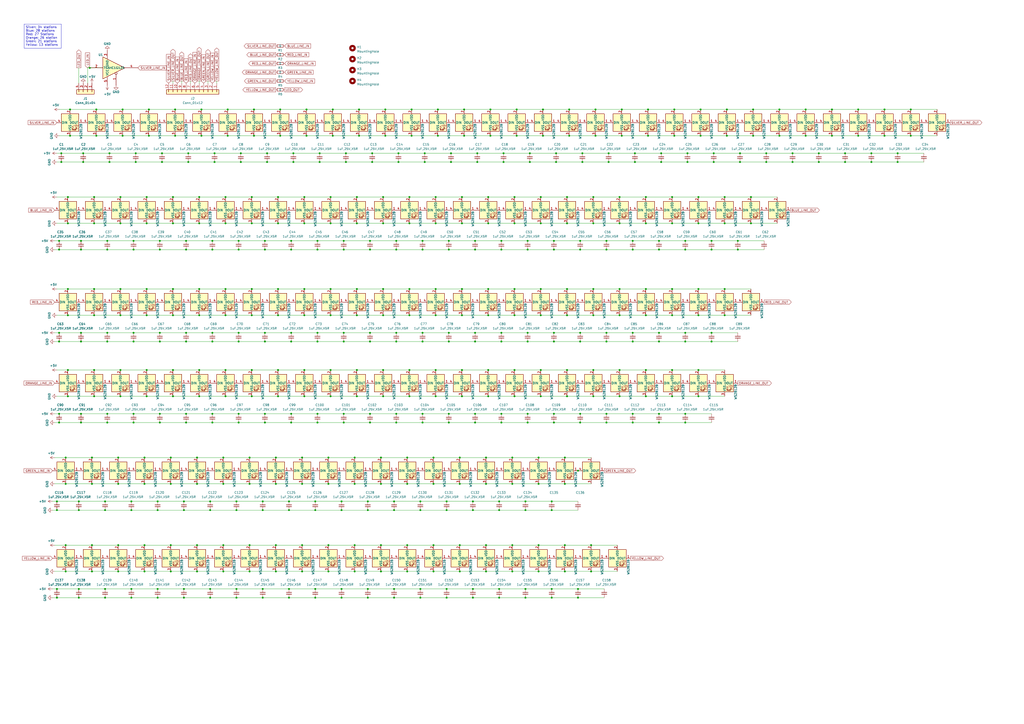
<source format=kicad_sch>
(kicad_sch (version 20230121) (generator eeschema)
  (paper "A2")
  (title_block (title "Washington Metro PCB") (date "2023-09-19") (comment 1 "Steven Smethurst") (comment 2 "@funvill"))
  (lib_symbols
    (symbol "74xGxx:74AHC1G125"
      (property "Reference" "U" (at -2.54 3.81 0))
      (property "Value" "74AHC1G125" (at 0 -3.81 0))
      (symbol "74AHC1G125_1_1"
        (pin input inverted (at 0 10.16 270) (length 7.62) (name "~") (number "1"))
        (pin input line (at -15.24 0 0) (length 7.62) (name "~") (number "2"))
        (pin power_in line (at -5.08 -10.16 90) (length 5.08) (name "GND") (number "3"))
        (pin tri_state line (at 12.7 0 180) (length 7.62) (name "~") (number "4"))
        (pin power_in line (at -5.08 10.16 270) (length 5.08) (name "VCC") (number "5"))
      )
    )
    (symbol "Connector_Generic:Conn_01x04" (pin_names (offset 1.016) hide)
      (property "Reference" "J" (at 0 5.08 0))
      (property "Value" "Conn_01x04" (at 0 -7.62 0))
      (symbol "Conn_01x04_1_1"
        (pin passive line (at -5.08 2.54 0) (length 3.81) (name "Pin_1") (number "1"))
        (pin passive line (at -5.08 0 0) (length 3.81) (name "Pin_2") (number "2"))
        (pin passive line (at -5.08 -2.54 0) (length 3.81) (name "Pin_3") (number "3"))
        (pin passive line (at -5.08 -5.08 0) (length 3.81) (name "Pin_4") (number "4"))
      )
    )
    (symbol "Connector_Generic:Conn_01x12" (pin_names (offset 1.016) hide)
      (property "Reference" "J" (at 0 15.24 0))
      (property "Value" "Conn_01x12" (at 0 -17.78 0))
      (symbol "Conn_01x12_1_1"
        (pin passive line (at -5.08 12.7 0) (length 3.81) (name "Pin_1") (number "1"))
        (pin passive line (at -5.08 -10.16 0) (length 3.81) (name "Pin_10") (number "10"))
        (pin passive line (at -5.08 -12.7 0) (length 3.81) (name "Pin_11") (number "11"))
        (pin passive line (at -5.08 -15.24 0) (length 3.81) (name "Pin_12") (number "12"))
        (pin passive line (at -5.08 10.16 0) (length 3.81) (name "Pin_2") (number "2"))
        (pin passive line (at -5.08 7.62 0) (length 3.81) (name "Pin_3") (number "3"))
        (pin passive line (at -5.08 5.08 0) (length 3.81) (name "Pin_4") (number "4"))
        (pin passive line (at -5.08 2.54 0) (length 3.81) (name "Pin_5") (number "5"))
        (pin passive line (at -5.08 0 0) (length 3.81) (name "Pin_6") (number "6"))
        (pin passive line (at -5.08 -2.54 0) (length 3.81) (name "Pin_7") (number "7"))
        (pin passive line (at -5.08 -5.08 0) (length 3.81) (name "Pin_8") (number "8"))
        (pin passive line (at -5.08 -7.62 0) (length 3.81) (name "Pin_9") (number "9"))
      )
    )
    (symbol "Mechanical:MountingHole" (pin_names (offset 1.016))
      (property "Reference" "H" (at 0 5.08 0))
      (property "Value" "MountingHole" (at 0 3.175 0))
    )
    (symbol "jlcpcb-basic-capacitor-0402:1uF,25V,X5R "
      (property "Reference" "C" (at 1.71 0.508 0))
      (property "Value" "1uF,25V,X5R " (at 1.71 -1.016 0))
      (symbol "1uF,25V,X5R _0_0"
        (pin passive line (at 0 2.54 270) (length 2.032) (name "~") (number "1"))
        (pin passive line (at 0 -2.54 90) (length 2.032) (name "~") (number "2"))
      )
    )
    (symbol "jlcpcb-basic-resistor-0402:0"
      (property "Reference" "R" (at 0.762 0.508 0))
      (property "Value" "0" (at 0.762 -1.016 0))
      (symbol "0_0_0"
        (pin passive line (at 0 2.54 270) (length 0.762) (name "~") (number "1"))
        (pin passive line (at 0 -2.54 90) (length 0.762) (name "~") (number "2"))
      )
    )
    (symbol "power:+5V" (power) (pin_names (offset 0))
      (property "Value" "+5V" (at 0 3.556 0))
      (symbol "+5V_1_1"
        (pin power_in line (at 0 0 90) (length 0) hide (name "+5V") (number "1"))
      )
    )
    (symbol "power:GND" (power) (pin_names (offset 0))
      (property "Value" "GND" (at 0 -3.81 0))
      (symbol "GND_1_1"
        (pin power_in line (at 0 0 270) (length 0) hide (name "GND") (number "1"))
      )
    )
    (symbol "washington-metro-pcb:XL-1010RGBC-WS2812B" (pin_names (offset 0.254))
      (property "Reference" "D" (at 5.08 5.715 0))
      (property "Value" "XL-1010RGBC-WS2812B" (at 1.27 -5.715 0))
      (symbol "XL-1010RGBC-WS2812B_0_0"
        (text "RGB" (at 2.286 -4.191 0) (effects (font (size 0.762 0.762))))
      )
      (symbol "XL-1010RGBC-WS2812B_1_1"
        (pin output line (at 7.62 0 180) (length 2.54) (name "DOUT") (number "1"))
        (pin power_in line (at 0 7.62 270) (length 2.54) (name "VDD") (number "2"))
        (pin bidirectional line (at 0 -7.62 90) (length 2.54) (name "VSS") (number "3"))
        (pin input line (at -7.62 0 0) (length 2.54) (name "DIN") (number "4"))
      )
    )
  )
  (junction (at 161.29 114.3))
  (junction (at 330.2 78.74))
  (junction (at 35.56 93.98))
  (junction (at 107.95 245.11))
  (junction (at 78.74 88.9))
  (junction (at 367.03 198.12))
  (junction (at 215.9 93.98))
  (junction (at 130.81 167.64))
  (junction (at 53.34 265.43))
  (junction (at 146.05 229.87))
  (junction (at 35.56 88.9))
  (junction (at 106.68 341.63))
  (junction (at 60.96 290.83))
  (junction (at 182.88 341.63))
  (junction (at 153.67 144.78))
  (junction (at 266.7 331.47))
  (junction (at 207.01 182.88))
  (junction (at 93.98 93.98))
  (junction (at 54.61 114.3))
  (junction (at 205.74 331.47))
  (junction (at 269.24 78.74))
  (junction (at 152.4 346.71))
  (junction (at 382.27 245.11))
  (junction (at 220.98 331.47))
  (junction (at 77.47 193.04))
  (junction (at 191.77 229.87))
  (junction (at 34.29 144.78))
  (junction (at 40.64 63.5))
  (junction (at 214.63 144.78))
  (junction (at 505.46 88.9))
  (junction (at 154.94 93.98))
  (junction (at 114.3 265.43))
  (junction (at 191.77 167.64))
  (junction (at 406.4 63.5))
  (junction (at 153.67 240.03))
  (junction (at 328.93 182.88))
  (junction (at 123.19 139.7))
  (junction (at 222.25 229.87))
  (junction (at 62.23 144.78))
  (junction (at 298.45 182.88))
  (junction (at 107.95 193.04))
  (junction (at 147.32 78.74))
  (junction (at 137.16 290.83))
  (junction (at 116.84 63.5))
  (junction (at 336.55 198.12))
  (junction (at 184.15 139.7))
  (junction (at 76.2 341.63))
  (junction (at 360.68 63.5))
  (junction (at 33.02 341.63))
  (junction (at 344.17 167.64))
  (junction (at 397.51 144.78))
  (junction (at 252.73 182.88))
  (junction (at 175.26 265.43))
  (junction (at 320.04 295.91))
  (junction (at 420.37 114.3))
  (junction (at 45.72 295.91))
  (junction (at 283.21 214.63))
  (junction (at 389.89 182.88))
  (junction (at 251.46 265.43))
  (junction (at 520.7 88.9))
  (junction (at 251.46 280.67))
  (junction (at 336.55 245.11))
  (junction (at 467.36 78.74))
  (junction (at 304.8 341.63))
  (junction (at 62.23 240.03))
  (junction (at 146.05 167.64))
  (junction (at 336.55 144.78))
  (junction (at 231.14 88.9))
  (junction (at 321.31 240.03))
  (junction (at 214.63 193.04))
  (junction (at 328.93 114.3))
  (junction (at 359.41 114.3))
  (junction (at 482.6 63.5))
  (junction (at 62.23 198.12))
  (junction (at 161.29 167.64))
  (junction (at 55.88 78.74))
  (junction (at 229.87 193.04))
  (junction (at 412.75 198.12))
  (junction (at 304.8 290.83))
  (junction (at 168.91 240.03))
  (junction (at 383.54 93.98))
  (junction (at 184.15 245.11))
  (junction (at 289.56 295.91))
  (junction (at 382.27 193.04))
  (junction (at 374.65 114.3))
  (junction (at 405.13 129.54))
  (junction (at 312.42 331.47))
  (junction (at 99.06 331.47))
  (junction (at 146.05 182.88))
  (junction (at 167.64 346.71))
  (junction (at 298.45 129.54))
  (junction (at 191.77 129.54))
  (junction (at 359.41 229.87))
  (junction (at 283.21 129.54))
  (junction (at 267.97 182.88))
  (junction (at 306.07 139.7))
  (junction (at 116.84 78.74))
  (junction (at 39.37 229.87))
  (junction (at 160.02 331.47))
  (junction (at 129.54 280.67))
  (junction (at 382.27 198.12))
  (junction (at 391.16 78.74))
  (junction (at 85.09 114.3))
  (junction (at 321.31 144.78))
  (junction (at 185.42 88.9))
  (junction (at 130.81 129.54))
  (junction (at 207.01 214.63))
  (junction (at 259.08 346.71))
  (junction (at 276.86 93.98))
  (junction (at 229.87 139.7))
  (junction (at 245.11 193.04))
  (junction (at 129.54 316.23))
  (junction (at 328.93 129.54))
  (junction (at 109.22 88.9))
  (junction (at 344.17 129.54))
  (junction (at 420.37 167.64))
  (junction (at 199.39 139.7))
  (junction (at 205.74 316.23))
  (junction (at 46.99 240.03))
  (junction (at 106.68 346.71))
  (junction (at 254 78.74))
  (junction (at 199.39 193.04))
  (junction (at 152.4 290.83))
  (junction (at 266.7 265.43))
  (junction (at 297.18 316.23))
  (junction (at 63.5 88.9))
  (junction (at 345.44 78.74))
  (junction (at 290.83 144.78))
  (junction (at 85.09 182.88))
  (junction (at 382.27 240.03))
  (junction (at 528.32 63.5))
  (junction (at 176.53 214.63))
  (junction (at 46.99 144.78))
  (junction (at 193.04 78.74))
  (junction (at 175.26 331.47))
  (junction (at 199.39 144.78))
  (junction (at 304.8 295.91))
  (junction (at 243.84 346.71))
  (junction (at 176.53 167.64))
  (junction (at 335.28 273.05))
  (junction (at 274.32 295.91))
  (junction (at 344.17 182.88))
  (junction (at 290.83 193.04))
  (junction (at 245.11 245.11))
  (junction (at 274.32 341.63))
  (junction (at 114.3 280.67))
  (junction (at 336.55 139.7))
  (junction (at 353.06 93.98))
  (junction (at 176.53 182.88))
  (junction (at 54.61 229.87))
  (junction (at 123.19 193.04))
  (junction (at 137.16 341.63))
  (junction (at 220.98 265.43))
  (junction (at 281.94 265.43))
  (junction (at 252.73 114.3))
  (junction (at 130.81 182.88))
  (junction (at 435.61 129.54))
  (junction (at 312.42 316.23))
  (junction (at 367.03 139.7))
  (junction (at 290.83 245.11))
  (junction (at 152.4 295.91))
  (junction (at 237.49 229.87))
  (junction (at 214.63 245.11))
  (junction (at 160.02 280.67))
  (junction (at 360.68 78.74))
  (junction (at 382.27 139.7))
  (junction (at 34.29 139.7))
  (junction (at 53.34 316.23))
  (junction (at 115.57 229.87))
  (junction (at 254 63.5))
  (junction (at 327.66 316.23))
  (junction (at 46.99 193.04))
  (junction (at 168.91 139.7))
  (junction (at 160.02 265.43))
  (junction (at 123.19 245.11))
  (junction (at 238.76 78.74))
  (junction (at 92.71 245.11))
  (junction (at 420.37 129.54))
  (junction (at 229.87 144.78))
  (junction (at 245.11 144.78))
  (junction (at 185.42 93.98))
  (junction (at 259.08 341.63))
  (junction (at 260.35 240.03))
  (junction (at 383.54 88.9))
  (junction (at 345.44 63.5))
  (junction (at 260.35 245.11))
  (junction (at 39.37 114.3))
  (junction (at 114.3 331.47))
  (junction (at 452.12 78.74))
  (junction (at 198.12 290.83))
  (junction (at 374.65 214.63))
  (junction (at 412.75 144.78))
  (junction (at 191.77 214.63))
  (junction (at 77.47 144.78))
  (junction (at 200.66 88.9))
  (junction (at 198.12 346.71))
  (junction (at 520.7 93.98))
  (junction (at 243.84 295.91))
  (junction (at 34.29 240.03))
  (junction (at 139.7 93.98))
  (junction (at 220.98 316.23))
  (junction (at 138.43 198.12))
  (junction (at 207.01 129.54))
  (junction (at 482.6 78.74))
  (junction (at 129.54 265.43))
  (junction (at 336.55 193.04))
  (junction (at 214.63 198.12))
  (junction (at 306.07 198.12))
  (junction (at 321.31 139.7))
  (junction (at 168.91 245.11))
  (junction (at 184.15 144.78))
  (junction (at 306.07 144.78))
  (junction (at 474.98 88.9))
  (junction (at 161.29 129.54))
  (junction (at 367.03 240.03))
  (junction (at 60.96 341.63))
  (junction (at 306.07 245.11))
  (junction (at 207.01 229.87))
  (junction (at 222.25 129.54))
  (junction (at 344.17 229.87))
  (junction (at 138.43 139.7))
  (junction (at 205.74 265.43))
  (junction (at 335.28 346.71))
  (junction (at 83.82 316.23))
  (junction (at 130.81 114.3))
  (junction (at 130.81 229.87))
  (junction (at 467.36 63.5))
  (junction (at 427.99 144.78))
  (junction (at 161.29 214.63))
  (junction (at 397.51 245.11))
  (junction (at 200.66 93.98))
  (junction (at 229.87 198.12))
  (junction (at 40.64 78.74))
  (junction (at 137.16 295.91))
  (junction (at 121.92 295.91))
  (junction (at 328.93 229.87))
  (junction (at 236.22 316.23))
  (junction (at 252.73 167.64))
  (junction (at 167.64 295.91))
  (junction (at 459.74 88.9))
  (junction (at 344.17 114.3))
  (junction (at 34.29 245.11))
  (junction (at 389.89 129.54))
  (junction (at 405.13 167.64))
  (junction (at 389.89 167.64))
  (junction (at 359.41 167.64))
  (junction (at 251.46 331.47))
  (junction (at 76.2 290.83))
  (junction (at 412.75 139.7))
  (junction (at 138.43 193.04))
  (junction (at 100.33 229.87))
  (junction (at 513.08 78.74))
  (junction (at 45.72 346.71))
  (junction (at 184.15 240.03))
  (junction (at 77.47 240.03))
  (junction (at 398.78 88.9))
  (junction (at 414.02 93.98))
  (junction (at 322.58 93.98))
  (junction (at 322.58 88.9))
  (junction (at 101.6 78.74))
  (junction (at 184.15 193.04))
  (junction (at 321.31 198.12))
  (junction (at 138.43 245.11))
  (junction (at 71.12 78.74))
  (junction (at 68.58 331.47))
  (junction (at 359.41 129.54))
  (junction (at 69.85 182.88))
  (junction (at 46.99 198.12))
  (junction (at 397.51 198.12))
  (junction (at 199.39 198.12))
  (junction (at 77.47 198.12))
  (junction (at 190.5 280.67))
  (junction (at 328.93 214.63))
  (junction (at 176.53 129.54))
  (junction (at 176.53 229.87))
  (junction (at 99.06 280.67))
  (junction (at 236.22 280.67))
  (junction (at 420.37 182.88))
  (junction (at 54.61 214.63))
  (junction (at 237.49 129.54))
  (junction (at 77.47 139.7))
  (junction (at 374.65 229.87))
  (junction (at 267.97 167.64))
  (junction (at 138.43 144.78))
  (junction (at 336.55 240.03))
  (junction (at 243.84 290.83))
  (junction (at 45.72 341.63))
  (junction (at 85.09 129.54))
  (junction (at 132.08 78.74))
  (junction (at 367.03 245.11))
  (junction (at 359.41 182.88))
  (junction (at 153.67 245.11))
  (junction (at 351.79 245.11))
  (junction (at 251.46 316.23))
  (junction (at 199.39 245.11))
  (junction (at 406.4 78.74))
  (junction (at 298.45 229.87))
  (junction (at 223.52 63.5))
  (junction (at 106.68 290.83))
  (junction (at 92.71 240.03))
  (junction (at 69.85 114.3))
  (junction (at 452.12 63.5))
  (junction (at 327.66 280.67))
  (junction (at 374.65 182.88))
  (junction (at 246.38 93.98))
  (junction (at 327.66 331.47))
  (junction (at 275.59 198.12))
  (junction (at 266.7 316.23))
  (junction (at 397.51 240.03))
  (junction (at 237.49 167.64))
  (junction (at 228.6 295.91))
  (junction (at 220.98 280.67))
  (junction (at 191.77 114.3))
  (junction (at 170.18 93.98))
  (junction (at 45.72 290.83))
  (junction (at 107.95 144.78))
  (junction (at 190.5 331.47))
  (junction (at 213.36 346.71))
  (junction (at 314.96 63.5))
  (junction (at 146.05 129.54))
  (junction (at 368.3 88.9))
  (junction (at 328.93 167.64))
  (junction (at 292.1 93.98))
  (junction (at 161.29 182.88))
  (junction (at 139.7 88.9))
  (junction (at 297.18 331.47))
  (junction (at 312.42 280.67))
  (junction (at 284.48 78.74))
  (junction (at 299.72 63.5))
  (junction (at 46.99 245.11))
  (junction (at 198.12 295.91))
  (junction (at 351.79 193.04))
  (junction (at 60.96 346.71))
  (junction (at 436.88 63.5))
  (junction (at 528.32 78.74))
  (junction (at 389.89 214.63))
  (junction (at 100.33 214.63))
  (junction (at 199.39 240.03))
  (junction (at 177.8 63.5))
  (junction (at 252.73 214.63))
  (junction (at 48.26 93.98))
  (junction (at 92.71 139.7))
  (junction (at 69.85 129.54))
  (junction (at 245.11 139.7))
  (junction (at 121.92 341.63))
  (junction (at 490.22 88.9))
  (junction (at 121.92 290.83))
  (junction (at 397.51 139.7))
  (junction (at 290.83 198.12))
  (junction (at 114.3 316.23))
  (junction (at 167.64 341.63))
  (junction (at 260.35 198.12))
  (junction (at 337.82 88.9))
  (junction (at 275.59 139.7))
  (junction (at 283.21 167.64))
  (junction (at 298.45 214.63))
  (junction (at 38.1 265.43))
  (junction (at 330.2 63.5))
  (junction (at 405.13 214.63))
  (junction (at 48.26 88.9))
  (junction (at 78.74 93.98))
  (junction (at 427.99 139.7))
  (junction (at 62.23 139.7))
  (junction (at 375.92 78.74))
  (junction (at 115.57 114.3))
  (junction (at 236.22 265.43))
  (junction (at 245.11 198.12))
  (junction (at 76.2 346.71))
  (junction (at 474.98 93.98))
  (junction (at 83.82 280.67))
  (junction (at 91.44 346.71))
  (junction (at 260.35 139.7))
  (junction (at 228.6 346.71))
  (junction (at 267.97 129.54))
  (junction (at 327.66 265.43))
  (junction (at 313.69 229.87))
  (junction (at 306.07 193.04))
  (junction (at 167.64 290.83))
  (junction (at 497.84 63.5))
  (junction (at 144.78 331.47))
  (junction (at 245.11 240.03))
  (junction (at 421.64 78.74))
  (junction (at 275.59 193.04))
  (junction (at 100.33 167.64))
  (junction (at 237.49 214.63))
  (junction (at 69.85 167.64))
  (junction (at 274.32 290.83))
  (junction (at 321.31 193.04))
  (junction (at 444.5 93.98))
  (junction (at 292.1 88.9))
  (junction (at 69.85 229.87))
  (junction (at 144.78 280.67))
  (junction (at 368.3 93.98))
  (junction (at 237.49 114.3))
  (junction (at 289.56 341.63))
  (junction (at 313.69 167.64))
  (junction (at 222.25 167.64))
  (junction (at 374.65 129.54))
  (junction (at 39.37 167.64))
  (junction (at 168.91 144.78))
  (junction (at 261.62 88.9))
  (junction (at 246.38 88.9))
  (junction (at 421.64 63.5))
  (junction (at 38.1 280.67))
  (junction (at 236.22 331.47))
  (junction (at 176.53 114.3))
  (junction (at 275.59 144.78))
  (junction (at 213.36 290.83))
  (junction (at 304.8 346.71))
  (junction (at 490.22 93.98))
  (junction (at 52.07 39.37))
  (junction (at 344.17 214.63))
  (junction (at 231.14 93.98))
  (junction (at 146.05 114.3))
  (junction (at 144.78 316.23))
  (junction (at 213.36 295.91))
  (junction (at 68.58 280.67))
  (junction (at 274.32 346.71))
  (junction (at 342.9 316.23))
  (junction (at 298.45 114.3))
  (junction (at 39.37 129.54))
  (junction (at 412.75 193.04))
  (junction (at 307.34 88.9))
  (junction (at 313.69 182.88))
  (junction (at 62.23 193.04))
  (junction (at 91.44 295.91))
  (junction (at 252.73 229.87))
  (junction (at 281.94 316.23))
  (junction (at 93.98 88.9))
  (junction (at 414.02 88.9))
  (junction (at 92.71 198.12))
  (junction (at 222.25 182.88))
  (junction (at 351.79 240.03))
  (junction (at 130.81 214.63))
  (junction (at 168.91 198.12))
  (junction (at 132.08 63.5))
  (junction (at 367.03 193.04))
  (junction (at 367.03 144.78))
  (junction (at 62.23 245.11))
  (junction (at 121.92 346.71))
  (junction (at 193.04 63.5))
  (junction (at 351.79 139.7))
  (junction (at 153.67 139.7))
  (junction (at 312.42 265.43))
  (junction (at 53.34 280.67))
  (junction (at 115.57 182.88))
  (junction (at 208.28 78.74))
  (junction (at 147.32 63.5))
  (junction (at 92.71 144.78))
  (junction (at 190.5 265.43))
  (junction (at 182.88 346.71))
  (junction (at 320.04 290.83))
  (junction (at 389.89 229.87))
  (junction (at 101.6 63.5))
  (junction (at 109.22 93.98))
  (junction (at 222.25 114.3))
  (junction (at 335.28 341.63))
  (junction (at 124.46 93.98))
  (junction (at 99.06 265.43))
  (junction (at 269.24 63.5))
  (junction (at 83.82 265.43))
  (junction (at 184.15 198.12))
  (junction (at 275.59 240.03))
  (junction (at 228.6 341.63))
  (junction (at 85.09 229.87))
  (junction (at 71.12 63.5))
  (junction (at 115.57 129.54))
  (junction (at 436.88 78.74))
  (junction (at 85.09 167.64))
  (junction (at 297.18 265.43))
  (junction (at 228.6 290.83))
  (junction (at 213.36 341.63))
  (junction (at 297.18 280.67))
  (junction (at 182.88 295.91))
  (junction (at 281.94 280.67))
  (junction (at 100.33 129.54))
  (junction (at 162.56 63.5))
  (junction (at 398.78 93.98))
  (junction (at 54.61 182.88))
  (junction (at 91.44 290.83))
  (junction (at 76.2 295.91))
  (junction (at 39.37 214.63))
  (junction (at 276.86 88.9))
  (junction (at 284.48 63.5))
  (junction (at 106.68 295.91))
  (junction (at 170.18 88.9))
  (junction (at 238.76 63.5))
  (junction (at 123.19 144.78))
  (junction (at 34.29 198.12))
  (junction (at 54.61 129.54))
  (junction (at 86.36 78.74))
  (junction (at 229.87 245.11))
  (junction (at 38.1 316.23))
  (junction (at 351.79 144.78))
  (junction (at 123.19 198.12))
  (junction (at 60.96 295.91))
  (junction (at 54.61 167.64))
  (junction (at 63.5 93.98))
  (junction (at 222.25 214.63))
  (junction (at 77.47 245.11))
  (junction (at 177.8 78.74))
  (junction (at 283.21 114.3))
  (junction (at 353.06 88.9))
  (junction (at 281.94 331.47))
  (junction (at 289.56 346.71))
  (junction (at 215.9 88.9))
  (junction (at 53.34 331.47))
  (junction (at 405.13 182.88))
  (junction (at 129.54 331.47))
  (junction (at 444.5 88.9))
  (junction (at 175.26 316.23))
  (junction (at 260.35 144.78))
  (junction (at 144.78 265.43))
  (junction (at 107.95 139.7))
  (junction (at 429.26 93.98))
  (junction (at 91.44 341.63))
  (junction (at 34.29 193.04))
  (junction (at 198.12 341.63))
  (junction (at 298.45 167.64))
  (junction (at 289.56 290.83))
  (junction (at 283.21 229.87))
  (junction (at 283.21 182.88))
  (junction (at 314.96 78.74))
  (junction (at 320.04 341.63))
  (junction (at 313.69 214.63))
  (junction (at 275.59 245.11))
  (junction (at 266.7 280.67))
  (junction (at 214.63 139.7))
  (junction (at 513.08 63.5))
  (junction (at 405.13 114.3))
  (junction (at 391.16 63.5))
  (junction (at 100.33 114.3))
  (junction (at 107.95 240.03))
  (junction (at 137.16 346.71))
  (junction (at 115.57 167.64))
  (junction (at 207.01 114.3))
  (junction (at 320.04 346.71))
  (junction (at 208.28 63.5))
  (junction (at 389.89 114.3))
  (junction (at 497.84 78.74))
  (junction (at 429.26 88.9))
  (junction (at 207.01 167.64))
  (junction (at 107.95 198.12))
  (junction (at 175.26 280.67))
  (junction (at 267.97 114.3))
  (junction (at 313.69 129.54))
  (junction (at 154.94 88.9))
  (junction (at 69.85 214.63))
  (junction (at 86.36 63.5))
  (junction (at 259.08 290.83))
  (junction (at 505.46 93.98))
  (junction (at 83.82 331.47))
  (junction (at 38.1 331.47))
  (junction (at 152.4 341.63))
  (junction (at 33.02 295.91))
  (junction (at 160.02 316.23))
  (junction (at 191.77 182.88))
  (junction (at 100.33 182.88))
  (junction (at 259.08 295.91))
  (junction (at 214.63 240.03))
  (junction (at 205.74 280.67))
  (junction (at 299.72 78.74))
  (junction (at 68.58 316.23))
  (junction (at 39.37 182.88))
  (junction (at 68.58 265.43))
  (junction (at 46.99 139.7))
  (junction (at 307.34 93.98))
  (junction (at 190.5 316.23))
  (junction (at 33.02 290.83))
  (junction (at 99.06 316.23))
  (junction (at 359.41 214.63))
  (junction (at 168.91 193.04))
  (junction (at 375.92 63.5))
  (junction (at 374.65 167.64))
  (junction (at 229.87 240.03))
  (junction (at 290.83 240.03))
  (junction (at 153.67 198.12))
  (junction (at 55.88 63.5))
  (junction (at 313.69 114.3))
  (junction (at 252.73 129.54))
  (junction (at 161.29 229.87))
  (junction (at 182.88 290.83))
  (junction (at 115.57 214.63))
  (junction (at 435.61 114.3))
  (junction (at 124.46 88.9))
  (junction (at 92.71 193.04))
  (junction (at 337.82 93.98))
  (junction (at 261.62 93.98))
  (junction (at 321.31 245.11))
  (junction (at 405.13 229.87))
  (junction (at 237.49 182.88))
  (junction (at 267.97 214.63))
  (junction (at 351.79 198.12))
  (junction (at 260.35 193.04))
  (junction (at 146.05 214.63))
  (junction (at 397.51 193.04))
  (junction (at 459.74 93.98))
  (junction (at 267.97 229.87))
  (junction (at 382.27 144.78))
  (junction (at 162.56 78.74))
  (junction (at 138.43 240.03))
  (junction (at 123.19 240.03))
  (junction (at 342.9 331.47))
  (junction (at 85.09 214.63))
  (junction (at 223.52 78.74))
  (junction (at 306.07 240.03))
  (junction (at 243.84 341.63))
  (junction (at 153.67 193.04))
  (junction (at 290.83 139.7))
  (junction (at 33.02 346.71))
  (wire (pts (xy 231.14 88.9) (xy 246.38 88.9)))
  (wire (pts (xy 191.77 167.64) (xy 207.01 167.64)))
  (wire (pts (xy 62.23 144.78) (xy 77.47 144.78)))
  (wire (pts (xy 207.01 129.54) (xy 222.25 129.54)))
  (wire (pts (xy 214.63 198.12) (xy 229.87 198.12)))
  (wire (pts (xy 344.17 229.87) (xy 359.41 229.87)))
  (wire (pts (xy 351.79 139.7) (xy 367.03 139.7)))
  (wire (pts (xy 144.78 265.43) (xy 160.02 265.43)))
  (wire (pts (xy 307.34 93.98) (xy 322.58 93.98)))
  (wire (pts (xy 86.36 63.5) (xy 101.6 63.5)))
  (wire (pts (xy 40.64 63.5) (xy 55.88 63.5)))
  (wire (pts (xy 78.74 88.9) (xy 93.98 88.9)))
  (wire (pts (xy 137.16 346.71) (xy 152.4 346.71)))
  (wire (pts (xy 168.91 144.78) (xy 184.15 144.78)))
  (wire (pts (xy 436.88 78.74) (xy 452.12 78.74)))
  (wire (pts (xy 420.37 129.54) (xy 435.61 129.54)))
  (wire (pts (xy 115.57 129.54) (xy 130.81 129.54)))
  (wire (pts (xy 175.26 331.47) (xy 190.5 331.47)))
  (wire (pts (xy 83.82 316.23) (xy 99.06 316.23)))
  (wire (pts (xy 353.06 93.98) (xy 368.3 93.98)))
  (wire (pts (xy 320.04 346.71) (xy 335.28 346.71)))
  (wire (pts (xy 327.66 280.67) (xy 342.9 280.67)))
  (wire (pts (xy 123.19 198.12) (xy 138.43 198.12)))
  (wire (pts (xy 435.61 129.54) (xy 450.85 129.54)))
  (wire (pts (xy 138.43 193.04) (xy 153.67 193.04)))
  (wire (pts (xy 283.21 182.88) (xy 298.45 182.88)))
  (wire (pts (xy 139.7 88.9) (xy 154.94 88.9)))
  (wire (pts (xy 292.1 88.9) (xy 307.34 88.9)))
  (wire (pts (xy 290.83 245.11) (xy 306.07 245.11)))
  (wire (pts (xy 276.86 88.9) (xy 292.1 88.9)))
  (wire (pts (xy 336.55 139.7) (xy 351.79 139.7)))
  (wire (pts (xy 229.87 198.12) (xy 245.11 198.12)))
  (wire (pts (xy 62.23 139.7) (xy 77.47 139.7)))
  (wire (pts (xy 116.84 78.74) (xy 132.08 78.74)))
  (wire (pts (xy 351.79 144.78) (xy 367.03 144.78)))
  (wire (pts (xy 161.29 229.87) (xy 176.53 229.87)))
  (wire (pts (xy 121.92 341.63) (xy 137.16 341.63)))
  (wire (pts (xy 85.09 214.63) (xy 100.33 214.63)))
  (wire (pts (xy 243.84 295.91) (xy 259.08 295.91)))
  (wire (pts (xy 299.72 63.5) (xy 314.96 63.5)))
  (wire (pts (xy 245.11 139.7) (xy 260.35 139.7)))
  (wire (pts (xy 33.02 182.88) (xy 39.37 182.88)))
  (wire (pts (xy 222.25 114.3) (xy 237.49 114.3)))
  (wire (pts (xy 175.26 265.43) (xy 190.5 265.43)))
  (wire (pts (xy 297.18 316.23) (xy 312.42 316.23)))
  (wire (pts (xy 176.53 182.88) (xy 191.77 182.88)))
  (wire (pts (xy 168.91 240.03) (xy 184.15 240.03)))
  (wire (pts (xy 190.5 331.47) (xy 205.74 331.47)))
  (wire (pts (xy 513.08 78.74) (xy 528.32 78.74)))
  (wire (pts (xy 351.79 240.03) (xy 367.03 240.03)))
  (wire (pts (xy 389.89 167.64) (xy 405.13 167.64)))
  (wire (pts (xy 328.93 114.3) (xy 344.17 114.3)))
  (wire (pts (xy 322.58 88.9) (xy 337.82 88.9)))
  (wire (pts (xy 229.87 144.78) (xy 245.11 144.78)))
  (wire (pts (xy 77.47 198.12) (xy 92.71 198.12)))
  (wire (pts (xy 76.2 295.91) (xy 91.44 295.91)))
  (wire (pts (xy 160.02 265.43) (xy 175.26 265.43)))
  (wire (pts (xy 45.72 290.83) (xy 60.96 290.83)))
  (wire (pts (xy 274.32 290.83) (xy 289.56 290.83)))
  (wire (pts (xy 283.21 167.64) (xy 298.45 167.64)))
  (wire (pts (xy 336.55 245.11) (xy 351.79 245.11)))
  (wire (pts (xy 307.34 88.9) (xy 322.58 88.9)))
  (wire (pts (xy 132.08 63.5) (xy 147.32 63.5)))
  (wire (pts (xy 45.72 295.91) (xy 60.96 295.91)))
  (wire (pts (xy 184.15 240.03) (xy 199.39 240.03)))
  (wire (pts (xy 313.69 114.3) (xy 328.93 114.3)))
  (wire (pts (xy 275.59 193.04) (xy 290.83 193.04)))
  (wire (pts (xy 405.13 182.88) (xy 420.37 182.88)))
  (wire (pts (xy 427.99 139.7) (xy 443.23 139.7)))
  (wire (pts (xy 359.41 167.64) (xy 374.65 167.64)))
  (wire (pts (xy 289.56 346.71) (xy 304.8 346.71)))
  (wire (pts (xy 53.34 331.47) (xy 68.58 331.47)))
  (wire (pts (xy 68.58 280.67) (xy 83.82 280.67)))
  (wire (pts (xy 497.84 63.5) (xy 513.08 63.5)))
  (wire (pts (xy 353.06 88.9) (xy 368.3 88.9)))
  (wire (pts (xy 167.64 295.91) (xy 182.88 295.91)))
  (wire (pts (xy 153.67 193.04) (xy 168.91 193.04)))
  (wire (pts (xy 281.94 316.23) (xy 297.18 316.23)))
  (wire (pts (xy 38.1 331.47) (xy 53.34 331.47)))
  (wire (pts (xy 31.75 280.67) (xy 38.1 280.67)))
  (wire (pts (xy 185.42 93.98) (xy 200.66 93.98)))
  (wire (pts (xy 306.07 193.04) (xy 321.31 193.04)))
  (wire (pts (xy 228.6 341.63) (xy 243.84 341.63)))
  (wire (pts (xy 52.07 39.37) (xy 59.69 39.37)))
  (wire (pts (xy 123.19 240.03) (xy 138.43 240.03)))
  (wire (pts (xy 200.66 93.98) (xy 215.9 93.98)))
  (wire (pts (xy 184.15 193.04) (xy 199.39 193.04)))
  (wire (pts (xy 328.93 214.63) (xy 344.17 214.63)))
  (wire (pts (xy 154.94 93.98) (xy 170.18 93.98)))
  (wire (pts (xy 191.77 182.88) (xy 207.01 182.88)))
  (wire (pts (xy 252.73 129.54) (xy 267.97 129.54)))
  (wire (pts (xy 374.65 182.88) (xy 389.89 182.88)))
  (wire (pts (xy 161.29 214.63) (xy 176.53 214.63)))
  (wire (pts (xy 237.49 129.54) (xy 252.73 129.54)))
  (wire (pts (xy 92.71 245.11) (xy 107.95 245.11)))
  (wire (pts (xy 351.79 245.11) (xy 367.03 245.11)))
  (wire (pts (xy 39.37 229.87) (xy 54.61 229.87)))
  (wire (pts (xy 168.91 245.11) (xy 184.15 245.11)))
  (wire (pts (xy 125.73 46.99) (xy 125.73 48.26)))
  (wire (pts (xy 39.37 182.88) (xy 54.61 182.88)))
  (wire (pts (xy 76.2 290.83) (xy 91.44 290.83)))
  (wire (pts (xy 368.3 88.9) (xy 383.54 88.9)))
  (wire (pts (xy 252.73 229.87) (xy 267.97 229.87)))
  (wire (pts (xy 297.18 280.67) (xy 312.42 280.67)))
  (wire (pts (xy 313.69 167.64) (xy 328.93 167.64)))
  (wire (pts (xy 344.17 129.54) (xy 359.41 129.54)))
  (wire (pts (xy 382.27 198.12) (xy 397.51 198.12)))
  (wire (pts (xy 191.77 129.54) (xy 207.01 129.54)))
  (wire (pts (xy 146.05 214.63) (xy 161.29 214.63)))
  (wire (pts (xy 342.9 331.47) (xy 358.14 331.47)))
  (wire (pts (xy 382.27 245.11) (xy 397.51 245.11)))
  (wire (pts (xy 115.57 46.99) (xy 115.57 48.26)))
  (wire (pts (xy 53.34 280.67) (xy 68.58 280.67)))
  (wire (pts (xy 38.1 316.23) (xy 53.34 316.23)))
  (wire (pts (xy 283.21 129.54) (xy 298.45 129.54)))
  (wire (pts (xy 60.96 290.83) (xy 76.2 290.83)))
  (wire (pts (xy 260.35 245.11) (xy 275.59 245.11)))
  (wire (pts (xy 359.41 229.87) (xy 374.65 229.87)))
  (wire (pts (xy 229.87 245.11) (xy 245.11 245.11)))
  (wire (pts (xy 322.58 93.98) (xy 337.82 93.98)))
  (wire (pts (xy 39.37 114.3) (xy 54.61 114.3)))
  (wire (pts (xy 107.95 139.7) (xy 123.19 139.7)))
  (wire (pts (xy 144.78 331.47) (xy 160.02 331.47)))
  (wire (pts (xy 199.39 144.78) (xy 214.63 144.78)))
  (wire (pts (xy 107.95 245.11) (xy 123.19 245.11)))
  (wire (pts (xy 214.63 193.04) (xy 229.87 193.04)))
  (wire (pts (xy 228.6 346.71) (xy 243.84 346.71)))
  (wire (pts (xy 359.41 114.3) (xy 374.65 114.3)))
  (wire (pts (xy 421.64 63.5) (xy 436.88 63.5)))
  (wire (pts (xy 107.95 144.78) (xy 123.19 144.78)))
  (wire (pts (xy 275.59 198.12) (xy 290.83 198.12)))
  (wire (pts (xy 304.8 346.71) (xy 320.04 346.71)))
  (wire (pts (xy 312.42 280.67) (xy 327.66 280.67)))
  (wire (pts (xy 374.65 114.3) (xy 389.89 114.3)))
  (wire (pts (xy 367.03 144.78) (xy 382.27 144.78)))
  (wire (pts (xy 260.35 198.12) (xy 275.59 198.12)))
  (wire (pts (xy 298.45 229.87) (xy 313.69 229.87)))
  (wire (pts (xy 368.3 93.98) (xy 383.54 93.98)))
  (wire (pts (xy 284.48 63.5) (xy 299.72 63.5)))
  (wire (pts (xy 467.36 63.5) (xy 482.6 63.5)))
  (wire (pts (xy 490.22 93.98) (xy 505.46 93.98)))
  (wire (pts (xy 304.8 290.83) (xy 320.04 290.83)))
  (wire (pts (xy 198.12 341.63) (xy 213.36 341.63)))
  (wire (pts (xy 360.68 63.5) (xy 375.92 63.5)))
  (wire (pts (xy 327.66 316.23) (xy 342.9 316.23)))
  (wire (pts (xy 130.81 214.63) (xy 146.05 214.63)))
  (wire (pts (xy 391.16 78.74) (xy 406.4 78.74)))
  (wire (pts (xy 152.4 290.83) (xy 167.64 290.83)))
  (wire (pts (xy 336.55 144.78) (xy 351.79 144.78)))
  (wire (pts (xy 260.35 193.04) (xy 275.59 193.04)))
  (wire (pts (xy 237.49 214.63) (xy 252.73 214.63)))
  (wire (pts (xy 53.34 316.23) (xy 68.58 316.23)))
  (wire (pts (xy 236.22 316.23) (xy 251.46 316.23)))
  (wire (pts (xy 405.13 129.54) (xy 420.37 129.54)))
  (wire (pts (xy 251.46 316.23) (xy 266.7 316.23)))
  (wire (pts (xy 321.31 193.04) (xy 336.55 193.04)))
  (wire (pts (xy 205.74 265.43) (xy 220.98 265.43)))
  (wire (pts (xy 382.27 144.78) (xy 397.51 144.78)))
  (wire (pts (xy 321.31 144.78) (xy 336.55 144.78)))
  (wire (pts (xy 420.37 167.64) (xy 435.61 167.64)))
  (wire (pts (xy 182.88 290.83) (xy 198.12 290.83)))
  (wire (pts (xy 327.66 331.47) (xy 342.9 331.47)))
  (wire (pts (xy 312.42 265.43) (xy 327.66 265.43)))
  (wire (pts (xy 168.91 198.12) (xy 184.15 198.12)))
  (wire (pts (xy 33.02 88.9) (xy 35.56 88.9)))
  (wire (pts (xy 106.68 290.83) (xy 121.92 290.83)))
  (wire (pts (xy 267.97 182.88) (xy 283.21 182.88)))
  (wire (pts (xy 132.08 78.74) (xy 147.32 78.74)))
  (wire (pts (xy 246.38 93.98) (xy 261.62 93.98)))
  (wire (pts (xy 205.74 280.67) (xy 220.98 280.67)))
  (wire (pts (xy 176.53 114.3) (xy 191.77 114.3)))
  (wire (pts (xy 266.7 331.47) (xy 281.94 331.47)))
  (wire (pts (xy 281.94 280.67) (xy 297.18 280.67)))
  (wire (pts (xy 383.54 93.98) (xy 398.78 93.98)))
  (wire (pts (xy 314.96 63.5) (xy 330.2 63.5)))
  (wire (pts (xy 236.22 331.47) (xy 251.46 331.47)))
  (wire (pts (xy 328.93 229.87) (xy 344.17 229.87)))
  (wire (pts (xy 237.49 182.88) (xy 252.73 182.88)))
  (wire (pts (xy 55.88 78.74) (xy 71.12 78.74)))
  (wire (pts (xy 175.26 316.23) (xy 190.5 316.23)))
  (wire (pts (xy 86.36 78.74) (xy 101.6 78.74)))
  (wire (pts (xy 54.61 167.64) (xy 69.85 167.64)))
  (wire (pts (xy 252.73 214.63) (xy 267.97 214.63)))
  (wire (pts (xy 190.5 316.23) (xy 205.74 316.23)))
  (wire (pts (xy 367.03 245.11) (xy 382.27 245.11)))
  (wire (pts (xy 360.68 78.74) (xy 375.92 78.74)))
  (wire (pts (xy 123.19 193.04) (xy 138.43 193.04)))
  (wire (pts (xy 69.85 229.87) (xy 85.09 229.87)))
  (wire (pts (xy 205.74 331.47) (xy 220.98 331.47)))
  (wire (pts (xy 382.27 193.04) (xy 397.51 193.04)))
  (wire (pts (xy 54.61 114.3) (xy 69.85 114.3)))
  (wire (pts (xy 144.78 280.67) (xy 160.02 280.67)))
  (wire (pts (xy 289.56 295.91) (xy 304.8 295.91)))
  (wire (pts (xy 298.45 114.3) (xy 313.69 114.3)))
  (wire (pts (xy 60.96 295.91) (xy 76.2 295.91)))
  (wire (pts (xy 109.22 93.98) (xy 124.46 93.98)))
  (wire (pts (xy 101.6 63.5) (xy 116.84 63.5)))
  (wire (pts (xy 275.59 245.11) (xy 290.83 245.11)))
  (wire (pts (xy 299.72 78.74) (xy 314.96 78.74)))
  (wire (pts (xy 397.51 245.11) (xy 412.75 245.11)))
  (wire (pts (xy 223.52 63.5) (xy 238.76 63.5)))
  (wire (pts (xy 274.32 346.71) (xy 289.56 346.71)))
  (wire (pts (xy 213.36 295.91) (xy 228.6 295.91)))
  (wire (pts (xy 34.29 240.03) (xy 46.99 240.03)))
  (wire (pts (xy 83.82 265.43) (xy 99.06 265.43)))
  (wire (pts (xy 138.43 139.7) (xy 153.67 139.7)))
  (wire (pts (xy 100.33 46.99) (xy 100.33 48.26)))
  (wire (pts (xy 176.53 229.87) (xy 191.77 229.87)))
  (wire (pts (xy 412.75 193.04) (xy 427.99 193.04)))
  (wire (pts (xy 251.46 280.67) (xy 266.7 280.67)))
  (wire (pts (xy 45.72 39.37) (xy 45.72 48.26)))
  (wire (pts (xy 60.96 346.71) (xy 76.2 346.71)))
  (wire (pts (xy 198.12 346.71) (xy 213.36 346.71)))
  (wire (pts (xy 375.92 63.5) (xy 391.16 63.5)))
  (wire (pts (xy 91.44 295.91) (xy 106.68 295.91)))
  (wire (pts (xy 130.81 167.64) (xy 146.05 167.64)))
  (wire (pts (xy 344.17 167.64) (xy 359.41 167.64)))
  (wire (pts (xy 77.47 193.04) (xy 92.71 193.04)))
  (wire (pts (xy 391.16 63.5) (xy 406.4 63.5)))
  (wire (pts (xy 328.93 129.54) (xy 344.17 129.54)))
  (wire (pts (xy 320.04 290.83) (xy 335.28 290.83)))
  (wire (pts (xy 190.5 280.67) (xy 205.74 280.67)))
  (wire (pts (xy 290.83 139.7) (xy 306.07 139.7)))
  (wire (pts (xy 397.51 193.04) (xy 412.75 193.04)))
  (wire (pts (xy 167.64 341.63) (xy 182.88 341.63)))
  (wire (pts (xy 38.1 265.43) (xy 53.34 265.43)))
  (wire (pts (xy 146.05 114.3) (xy 161.29 114.3)))
  (wire (pts (xy 191.77 114.3) (xy 207.01 114.3)))
  (wire (pts (xy 330.2 63.5) (xy 345.44 63.5)))
  (wire (pts (xy 490.22 88.9) (xy 505.46 88.9)))
  (wire (pts (xy 77.47 245.11) (xy 92.71 245.11)))
  (wire (pts (xy 198.12 290.83) (xy 213.36 290.83)))
  (wire (pts (xy 31.75 331.47) (xy 38.1 331.47)))
  (wire (pts (xy 345.44 63.5) (xy 360.68 63.5)))
  (wire (pts (xy 83.82 331.47) (xy 99.06 331.47)))
  (wire (pts (xy 167.64 290.83) (xy 182.88 290.83)))
  (wire (pts (xy 35.56 88.9) (xy 48.26 88.9)))
  (wire (pts (xy 306.07 144.78) (xy 321.31 144.78)))
  (wire (pts (xy 93.98 88.9) (xy 109.22 88.9)))
  (wire (pts (xy 290.83 193.04) (xy 306.07 193.04)))
  (wire (pts (xy 321.31 139.7) (xy 336.55 139.7)))
  (wire (pts (xy 397.51 240.03) (xy 412.75 240.03)))
  (wire (pts (xy 91.44 290.83) (xy 106.68 290.83)))
  (wire (pts (xy 482.6 78.74) (xy 497.84 78.74)))
  (wire (pts (xy 298.45 214.63) (xy 313.69 214.63)))
  (wire (pts (xy 69.85 167.64) (xy 85.09 167.64)))
  (wire (pts (xy 107.95 193.04) (xy 123.19 193.04)))
  (wire (pts (xy 85.09 129.54) (xy 100.33 129.54)))
  (wire (pts (xy 39.37 214.63) (xy 54.61 214.63)))
  (wire (pts (xy 266.7 265.43) (xy 281.94 265.43)))
  (wire (pts (xy 152.4 341.63) (xy 167.64 341.63)))
  (wire (pts (xy 182.88 341.63) (xy 198.12 341.63)))
  (wire (pts (xy 335.28 346.71) (xy 350.52 346.71)))
  (wire (pts (xy 497.84 78.74) (xy 513.08 78.74)))
  (wire (pts (xy 389.89 214.63) (xy 405.13 214.63)))
  (wire (pts (xy 389.89 114.3) (xy 405.13 114.3)))
  (wire (pts (xy 228.6 290.83) (xy 243.84 290.83)))
  (wire (pts (xy 436.88 63.5) (xy 452.12 63.5)))
  (wire (pts (xy 420.37 114.3) (xy 435.61 114.3)))
  (wire (pts (xy 222.25 167.64) (xy 237.49 167.64)))
  (wire (pts (xy 30.48 346.71) (xy 33.02 346.71)))
  (wire (pts (xy 30.48 295.91) (xy 33.02 295.91)))
  (wire (pts (xy 48.26 93.98) (xy 63.5 93.98)))
  (wire (pts (xy 198.12 295.91) (xy 213.36 295.91)))
  (wire (pts (xy 269.24 63.5) (xy 284.48 63.5)))
  (wire (pts (xy 34.29 193.04) (xy 46.99 193.04)))
  (wire (pts (xy 146.05 129.54) (xy 161.29 129.54)))
  (wire (pts (xy 31.75 193.04) (xy 34.29 193.04)))
  (wire (pts (xy 138.43 198.12) (xy 153.67 198.12)))
  (wire (pts (xy 374.65 167.64) (xy 389.89 167.64)))
  (wire (pts (xy 190.5 265.43) (xy 205.74 265.43)))
  (wire (pts (xy 177.8 63.5) (xy 193.04 63.5)))
  (wire (pts (xy 115.57 167.64) (xy 130.81 167.64)))
  (wire (pts (xy 168.91 193.04) (xy 184.15 193.04)))
  (wire (pts (xy 528.32 78.74) (xy 543.56 78.74)))
  (wire (pts (xy 223.52 78.74) (xy 238.76 78.74)))
  (wire (pts (xy 367.03 193.04) (xy 382.27 193.04)))
  (wire (pts (xy 427.99 144.78) (xy 443.23 144.78)))
  (wire (pts (xy 85.09 229.87) (xy 100.33 229.87)))
  (wire (pts (xy 176.53 214.63) (xy 191.77 214.63)))
  (wire (pts (xy 389.89 229.87) (xy 405.13 229.87)))
  (wire (pts (xy 115.57 229.87) (xy 130.81 229.87)))
  (wire (pts (xy 220.98 331.47) (xy 236.22 331.47)))
  (wire (pts (xy 30.48 290.83) (xy 33.02 290.83)))
  (wire (pts (xy 54.61 229.87) (xy 69.85 229.87)))
  (wire (pts (xy 176.53 129.54) (xy 191.77 129.54)))
  (wire (pts (xy 229.87 240.03) (xy 245.11 240.03)))
  (wire (pts (xy 100.33 182.88) (xy 115.57 182.88)))
  (wire (pts (xy 109.22 88.9) (xy 124.46 88.9)))
  (wire (pts (xy 184.15 198.12) (xy 199.39 198.12)))
  (wire (pts (xy 313.69 214.63) (xy 328.93 214.63)))
  (wire (pts (xy 298.45 182.88) (xy 313.69 182.88)))
  (wire (pts (xy 161.29 114.3) (xy 176.53 114.3)))
  (wire (pts (xy 130.81 182.88) (xy 146.05 182.88)))
  (wire (pts (xy 116.84 63.5) (xy 132.08 63.5)))
  (wire (pts (xy 412.75 198.12) (xy 427.99 198.12)))
  (wire (pts (xy 34.29 139.7) (xy 46.99 139.7)))
  (wire (pts (xy 222.25 129.54) (xy 237.49 129.54)))
  (wire (pts (xy 193.04 78.74) (xy 208.28 78.74)))
  (wire (pts (xy 199.39 198.12) (xy 214.63 198.12)))
  (wire (pts (xy 330.2 78.74) (xy 345.44 78.74)))
  (wire (pts (xy 153.67 240.03) (xy 168.91 240.03)))
  (wire (pts (xy 320.04 341.63) (xy 335.28 341.63)))
  (wire (pts (xy 120.65 46.99) (xy 120.65 48.26)))
  (wire (pts (xy 34.29 144.78) (xy 46.99 144.78)))
  (wire (pts (xy 123.19 139.7) (xy 138.43 139.7)))
  (wire (pts (xy 452.12 78.74) (xy 467.36 78.74)))
  (wire (pts (xy 114.3 316.23) (xy 129.54 316.23)))
  (wire (pts (xy 304.8 295.91) (xy 320.04 295.91)))
  (wire (pts (xy 63.5 93.98) (xy 78.74 93.98)))
  (wire (pts (xy 85.09 114.3) (xy 100.33 114.3)))
  (wire (pts (xy 31.75 245.11) (xy 34.29 245.11)))
  (wire (pts (xy 229.87 139.7) (xy 245.11 139.7)))
  (wire (pts (xy 321.31 198.12) (xy 336.55 198.12)))
  (wire (pts (xy 54.61 214.63) (xy 69.85 214.63)))
  (wire (pts (xy 92.71 193.04) (xy 107.95 193.04)))
  (wire (pts (xy 374.65 229.87) (xy 389.89 229.87)))
  (wire (pts (xy 267.97 129.54) (xy 283.21 129.54)))
  (wire (pts (xy 146.05 167.64) (xy 161.29 167.64)))
  (wire (pts (xy 199.39 139.7) (xy 214.63 139.7)))
  (wire (pts (xy 275.59 139.7) (xy 290.83 139.7)))
  (wire (pts (xy 520.7 88.9) (xy 535.94 88.9)))
  (wire (pts (xy 46.99 240.03) (xy 62.23 240.03)))
  (wire (pts (xy 34.29 78.74) (xy 40.64 78.74)))
  (wire (pts (xy 146.05 182.88) (xy 161.29 182.88)))
  (wire (pts (xy 306.07 198.12) (xy 321.31 198.12)))
  (wire (pts (xy 53.34 265.43) (xy 68.58 265.43)))
  (wire (pts (xy 182.88 346.71) (xy 198.12 346.71)))
  (wire (pts (xy 267.97 229.87) (xy 283.21 229.87)))
  (wire (pts (xy 397.51 198.12) (xy 412.75 198.12)))
  (wire (pts (xy 153.67 198.12) (xy 168.91 198.12)))
  (wire (pts (xy 77.47 139.7) (xy 92.71 139.7)))
  (wire (pts (xy 513.08 63.5) (xy 528.32 63.5)))
  (wire (pts (xy 62.23 198.12) (xy 77.47 198.12)))
  (wire (pts (xy 83.82 280.67) (xy 99.06 280.67)))
  (wire (pts (xy 46.99 198.12) (xy 62.23 198.12)))
  (wire (pts (xy 100.33 167.64) (xy 115.57 167.64)))
  (wire (pts (xy 313.69 129.54) (xy 328.93 129.54)))
  (wire (pts (xy 412.75 144.78) (xy 427.99 144.78)))
  (wire (pts (xy 421.64 78.74) (xy 436.88 78.74)))
  (wire (pts (xy 62.23 240.03) (xy 77.47 240.03)))
  (wire (pts (xy 397.51 139.7) (xy 412.75 139.7)))
  (wire (pts (xy 54.61 129.54) (xy 69.85 129.54)))
  (wire (pts (xy 193.04 63.5) (xy 208.28 63.5)))
  (wire (pts (xy 283.21 229.87) (xy 298.45 229.87)))
  (wire (pts (xy 274.32 295.91) (xy 289.56 295.91)))
  (wire (pts (xy 260.35 139.7) (xy 275.59 139.7)))
  (wire (pts (xy 124.46 88.9) (xy 139.7 88.9)))
  (wire (pts (xy 62.23 245.11) (xy 77.47 245.11)))
  (wire (pts (xy 251.46 331.47) (xy 266.7 331.47)))
  (wire (pts (xy 375.92 78.74) (xy 391.16 78.74)))
  (wire (pts (xy 213.36 346.71) (xy 228.6 346.71)))
  (wire (pts (xy 106.68 295.91) (xy 121.92 295.91)))
  (wire (pts (xy 167.64 346.71) (xy 182.88 346.71)))
  (wire (pts (xy 321.31 240.03) (xy 336.55 240.03)))
  (wire (pts (xy 130.81 129.54) (xy 146.05 129.54)))
  (wire (pts (xy 182.88 295.91) (xy 198.12 295.91)))
  (wire (pts (xy 452.12 63.5) (xy 467.36 63.5)))
  (wire (pts (xy 414.02 88.9) (xy 429.26 88.9)))
  (wire (pts (xy 31.75 316.23) (xy 38.1 316.23)))
  (wire (pts (xy 459.74 88.9) (xy 474.98 88.9)))
  (wire (pts (xy 267.97 167.64) (xy 283.21 167.64)))
  (wire (pts (xy 261.62 88.9) (xy 276.86 88.9)))
  (wire (pts (xy 337.82 273.05) (xy 335.28 273.05)))
  (wire (pts (xy 45.72 341.63) (xy 60.96 341.63)))
  (wire (pts (xy 304.8 341.63) (xy 320.04 341.63)))
  (wire (pts (xy 107.95 240.03) (xy 123.19 240.03)))
  (wire (pts (xy 243.84 290.83) (xy 259.08 290.83)))
  (wire (pts (xy 100.33 214.63) (xy 115.57 214.63)))
  (wire (pts (xy 397.51 144.78) (xy 412.75 144.78)))
  (wire (pts (xy 297.18 265.43) (xy 312.42 265.43)))
  (wire (pts (xy 313.69 229.87) (xy 328.93 229.87)))
  (wire (pts (xy 283.21 214.63) (xy 298.45 214.63)))
  (wire (pts (xy 281.94 265.43) (xy 297.18 265.43)))
  (wire (pts (xy 321.31 245.11) (xy 336.55 245.11)))
  (wire (pts (xy 222.25 214.63) (xy 237.49 214.63)))
  (wire (pts (xy 208.28 78.74) (xy 223.52 78.74)))
  (wire (pts (xy 236.22 280.67) (xy 251.46 280.67)))
  (wire (pts (xy 251.46 265.43) (xy 266.7 265.43)))
  (wire (pts (xy 33.02 290.83) (xy 45.72 290.83)))
  (wire (pts (xy 184.15 144.78) (xy 199.39 144.78)))
  (wire (pts (xy 215.9 93.98) (xy 231.14 93.98)))
  (wire (pts (xy 170.18 88.9) (xy 185.42 88.9)))
  (wire (pts (xy 46.99 144.78) (xy 62.23 144.78)))
  (wire (pts (xy 162.56 63.5) (xy 177.8 63.5)))
  (wire (pts (xy 161.29 129.54) (xy 176.53 129.54)))
  (wire (pts (xy 214.63 144.78) (xy 229.87 144.78)))
  (wire (pts (xy 121.92 295.91) (xy 137.16 295.91)))
  (wire (pts (xy 46.99 245.11) (xy 62.23 245.11)))
  (wire (pts (xy 284.48 78.74) (xy 299.72 78.74)))
  (wire (pts (xy 238.76 78.74) (xy 254 78.74)))
  (wire (pts (xy 68.58 316.23) (xy 83.82 316.23)))
  (wire (pts (xy 313.69 182.88) (xy 328.93 182.88)))
  (wire (pts (xy 46.99 139.7) (xy 62.23 139.7)))
  (wire (pts (xy 34.29 245.11) (xy 46.99 245.11)))
  (wire (pts (xy 146.05 229.87) (xy 161.29 229.87)))
  (wire (pts (xy 76.2 346.71) (xy 91.44 346.71)))
  (wire (pts (xy 344.17 114.3) (xy 359.41 114.3)))
  (wire (pts (xy 106.68 341.63) (xy 121.92 341.63)))
  (wire (pts (xy 214.63 240.03) (xy 229.87 240.03)))
  (wire (pts (xy 153.67 144.78) (xy 168.91 144.78)))
  (wire (pts (xy 336.55 193.04) (xy 351.79 193.04)))
  (wire (pts (xy 312.42 331.47) (xy 327.66 331.47)))
  (wire (pts (xy 298.45 167.64) (xy 313.69 167.64)))
  (wire (pts (xy 129.54 280.67) (xy 144.78 280.67)))
  (wire (pts (xy 327.66 265.43) (xy 342.9 265.43)))
  (wire (pts (xy 260.35 144.78) (xy 275.59 144.78)))
  (wire (pts (xy 406.4 63.5) (xy 421.64 63.5)))
  (wire (pts (xy 220.98 316.23) (xy 236.22 316.23)))
  (wire (pts (xy 114.3 280.67) (xy 129.54 280.67)))
  (wire (pts (xy 107.95 198.12) (xy 123.19 198.12)))
  (wire (pts (xy 254 78.74) (xy 269.24 78.74)))
  (wire (pts (xy 92.71 198.12) (xy 107.95 198.12)))
  (wire (pts (xy 115.57 114.3) (xy 130.81 114.3)))
  (wire (pts (xy 199.39 193.04) (xy 214.63 193.04)))
  (wire (pts (xy 267.97 114.3) (xy 283.21 114.3)))
  (wire (pts (xy 237.49 229.87) (xy 252.73 229.87)))
  (wire (pts (xy 297.18 331.47) (xy 312.42 331.47)))
  (wire (pts (xy 33.02 229.87) (xy 39.37 229.87)))
  (wire (pts (xy 35.56 93.98) (xy 48.26 93.98)))
  (wire (pts (xy 259.08 341.63) (xy 274.32 341.63)))
  (wire (pts (xy 100.33 129.54) (xy 115.57 129.54)))
  (wire (pts (xy 246.38 88.9) (xy 261.62 88.9)))
  (wire (pts (xy 254 63.5) (xy 269.24 63.5)))
  (wire (pts (xy 243.84 346.71) (xy 259.08 346.71)))
  (wire (pts (xy 33.02 214.63) (xy 39.37 214.63)))
  (wire (pts (xy 31.75 240.03) (xy 34.29 240.03)))
  (wire (pts (xy 342.9 316.23) (xy 358.14 316.23)))
  (wire (pts (xy 337.82 93.98) (xy 353.06 93.98)))
  (wire (pts (xy 31.75 265.43) (xy 38.1 265.43)))
  (wire (pts (xy 312.42 316.23) (xy 327.66 316.23)))
  (wire (pts (xy 389.89 129.54) (xy 405.13 129.54)))
  (wire (pts (xy 55.88 63.5) (xy 71.12 63.5)))
  (wire (pts (xy 237.49 114.3) (xy 252.73 114.3)))
  (wire (pts (xy 91.44 346.71) (xy 106.68 346.71)))
  (wire (pts (xy 405.13 114.3) (xy 420.37 114.3)))
  (wire (pts (xy 252.73 182.88) (xy 267.97 182.88)))
  (wire (pts (xy 191.77 214.63) (xy 207.01 214.63)))
  (wire (pts (xy 528.32 63.5) (xy 543.56 63.5)))
  (wire (pts (xy 259.08 295.91) (xy 274.32 295.91)))
  (wire (pts (xy 444.5 93.98) (xy 459.74 93.98)))
  (wire (pts (xy 306.07 139.7) (xy 321.31 139.7)))
  (wire (pts (xy 200.66 88.9) (xy 215.9 88.9)))
  (wire (pts (xy 359.41 182.88) (xy 374.65 182.88)))
  (wire (pts (xy 482.6 63.5) (xy 497.84 63.5)))
  (wire (pts (xy 50.8 39.37) (xy 52.07 39.37)))
  (wire (pts (xy 99.06 280.67) (xy 114.3 280.67)))
  (wire (pts (xy 328.93 182.88) (xy 344.17 182.88)))
  (wire (pts (xy 290.83 198.12) (xy 306.07 198.12)))
  (wire (pts (xy 101.6 78.74) (xy 116.84 78.74)))
  (wire (pts (xy 48.26 88.9) (xy 63.5 88.9)))
  (wire (pts (xy 69.85 214.63) (xy 85.09 214.63)))
  (wire (pts (xy 389.89 182.88) (xy 405.13 182.88)))
  (wire (pts (xy 269.24 78.74) (xy 284.48 78.74)))
  (wire (pts (xy 474.98 88.9) (xy 490.22 88.9)))
  (wire (pts (xy 33.02 129.54) (xy 39.37 129.54)))
  (wire (pts (xy 152.4 295.91) (xy 167.64 295.91)))
  (wire (pts (xy 76.2 341.63) (xy 91.44 341.63)))
  (wire (pts (xy 121.92 346.71) (xy 137.16 346.71)))
  (wire (pts (xy 306.07 240.03) (xy 321.31 240.03)))
  (wire (pts (xy 137.16 290.83) (xy 152.4 290.83)))
  (wire (pts (xy 33.02 341.63) (xy 45.72 341.63)))
  (wire (pts (xy 184.15 245.11) (xy 199.39 245.11)))
  (wire (pts (xy 92.71 144.78) (xy 107.95 144.78)))
  (wire (pts (xy 39.37 167.64) (xy 54.61 167.64)))
  (wire (pts (xy 207.01 229.87) (xy 222.25 229.87)))
  (wire (pts (xy 213.36 341.63) (xy 228.6 341.63)))
  (wire (pts (xy 298.45 129.54) (xy 313.69 129.54)))
  (wire (pts (xy 474.98 93.98) (xy 490.22 93.98)))
  (wire (pts (xy 292.1 93.98) (xy 307.34 93.98)))
  (wire (pts (xy 33.02 295.91) (xy 45.72 295.91)))
  (wire (pts (xy 290.83 240.03) (xy 306.07 240.03)))
  (wire (pts (xy 205.74 316.23) (xy 220.98 316.23)))
  (wire (pts (xy 92.71 139.7) (xy 107.95 139.7)))
  (wire (pts (xy 245.11 240.03) (xy 260.35 240.03)))
  (wire (pts (xy 78.74 93.98) (xy 93.98 93.98)))
  (wire (pts (xy 222.25 182.88) (xy 237.49 182.88)))
  (wire (pts (xy 77.47 240.03) (xy 92.71 240.03)))
  (wire (pts (xy 85.09 167.64) (xy 100.33 167.64)))
  (wire (pts (xy 289.56 341.63) (xy 304.8 341.63)))
  (wire (pts (xy 185.42 88.9) (xy 200.66 88.9)))
  (wire (pts (xy 359.41 129.54) (xy 374.65 129.54)))
  (wire (pts (xy 161.29 182.88) (xy 176.53 182.88)))
  (wire (pts (xy 100.33 229.87) (xy 115.57 229.87)))
  (wire (pts (xy 85.09 182.88) (xy 100.33 182.88)))
  (wire (pts (xy 184.15 139.7) (xy 199.39 139.7)))
  (wire (pts (xy 467.36 78.74) (xy 482.6 78.74)))
  (wire (pts (xy 138.43 144.78) (xy 153.67 144.78)))
  (wire (pts (xy 345.44 78.74) (xy 360.68 78.74)))
  (wire (pts (xy 289.56 290.83) (xy 304.8 290.83)))
  (wire (pts (xy 33.02 167.64) (xy 39.37 167.64)))
  (wire (pts (xy 236.22 265.43) (xy 251.46 265.43)))
  (wire (pts (xy 45.72 346.71) (xy 60.96 346.71)))
  (wire (pts (xy 382.27 240.03) (xy 397.51 240.03)))
  (wire (pts (xy 100.33 114.3) (xy 115.57 114.3)))
  (wire (pts (xy 336.55 240.03) (xy 351.79 240.03)))
  (wire (pts (xy 252.73 167.64) (xy 267.97 167.64)))
  (wire (pts (xy 175.26 280.67) (xy 190.5 280.67)))
  (wire (pts (xy 99.06 331.47) (xy 114.3 331.47)))
  (wire (pts (xy 243.84 341.63) (xy 259.08 341.63)))
  (wire (pts (xy 106.68 346.71) (xy 121.92 346.71)))
  (wire (pts (xy 337.82 88.9) (xy 353.06 88.9)))
  (wire (pts (xy 160.02 280.67) (xy 175.26 280.67)))
  (wire (pts (xy 220.98 280.67) (xy 236.22 280.67)))
  (wire (pts (xy 245.11 144.78) (xy 260.35 144.78)))
  (wire (pts (xy 382.27 139.7) (xy 397.51 139.7)))
  (wire (pts (xy 34.29 198.12) (xy 46.99 198.12)))
  (wire (pts (xy 176.53 167.64) (xy 191.77 167.64)))
  (wire (pts (xy 267.97 214.63) (xy 283.21 214.63)))
  (wire (pts (xy 520.7 93.98) (xy 535.94 93.98)))
  (wire (pts (xy 367.03 240.03) (xy 382.27 240.03)))
  (wire (pts (xy 208.28 63.5) (xy 223.52 63.5)))
  (wire (pts (xy 154.94 88.9) (xy 170.18 88.9)))
  (wire (pts (xy 153.67 139.7) (xy 168.91 139.7)))
  (wire (pts (xy 99.06 316.23) (xy 114.3 316.23)))
  (wire (pts (xy 38.1 280.67) (xy 53.34 280.67)))
  (wire (pts (xy 245.11 193.04) (xy 260.35 193.04)))
  (wire (pts (xy 367.03 139.7) (xy 382.27 139.7)))
  (wire (pts (xy 77.47 144.78) (xy 92.71 144.78)))
  (wire (pts (xy 147.32 78.74) (xy 162.56 78.74)))
  (wire (pts (xy 137.16 295.91) (xy 152.4 295.91)))
  (wire (pts (xy 429.26 93.98) (xy 444.5 93.98)))
  (wire (pts (xy 335.28 341.63) (xy 350.52 341.63)))
  (wire (pts (xy 31.75 144.78) (xy 34.29 144.78)))
  (wire (pts (xy 405.13 229.87) (xy 420.37 229.87)))
  (wire (pts (xy 114.3 265.43) (xy 129.54 265.43)))
  (wire (pts (xy 290.83 144.78) (xy 306.07 144.78)))
  (wire (pts (xy 398.78 88.9) (xy 414.02 88.9)))
  (wire (pts (xy 39.37 129.54) (xy 54.61 129.54)))
  (wire (pts (xy 123.19 245.11) (xy 138.43 245.11)))
  (wire (pts (xy 99.06 265.43) (xy 114.3 265.43)))
  (wire (pts (xy 281.94 331.47) (xy 297.18 331.47)))
  (wire (pts (xy 306.07 245.11) (xy 321.31 245.11)))
  (wire (pts (xy 320.04 295.91) (xy 335.28 295.91)))
  (wire (pts (xy 429.26 88.9) (xy 444.5 88.9)))
  (wire (pts (xy 207.01 182.88) (xy 222.25 182.88)))
  (wire (pts (xy 344.17 182.88) (xy 359.41 182.88)))
  (wire (pts (xy 252.73 114.3) (xy 267.97 114.3)))
  (wire (pts (xy 114.3 331.47) (xy 129.54 331.47)))
  (wire (pts (xy 259.08 346.71) (xy 274.32 346.71)))
  (wire (pts (xy 71.12 63.5) (xy 86.36 63.5)))
  (wire (pts (xy 54.61 182.88) (xy 69.85 182.88)))
  (wire (pts (xy 260.35 240.03) (xy 275.59 240.03)))
  (wire (pts (xy 69.85 182.88) (xy 85.09 182.88)))
  (wire (pts (xy 191.77 229.87) (xy 207.01 229.87)))
  (wire (pts (xy 115.57 182.88) (xy 130.81 182.88)))
  (wire (pts (xy 153.67 245.11) (xy 168.91 245.11)))
  (wire (pts (xy 274.32 341.63) (xy 289.56 341.63)))
  (wire (pts (xy 138.43 245.11) (xy 153.67 245.11)))
  (wire (pts (xy 406.4 78.74) (xy 421.64 78.74)))
  (wire (pts (xy 276.86 93.98) (xy 292.1 93.98)))
  (wire (pts (xy 261.62 93.98) (xy 276.86 93.98)))
  (wire (pts (xy 412.75 139.7) (xy 427.99 139.7)))
  (wire (pts (xy 31.75 139.7) (xy 34.29 139.7)))
  (wire (pts (xy 34.29 63.5) (xy 40.64 63.5)))
  (wire (pts (xy 31.75 198.12) (xy 34.29 198.12)))
  (wire (pts (xy 275.59 144.78) (xy 290.83 144.78)))
  (wire (pts (xy 170.18 93.98) (xy 185.42 93.98)))
  (wire (pts (xy 30.48 341.63) (xy 33.02 341.63)))
  (wire (pts (xy 177.8 78.74) (xy 193.04 78.74)))
  (wire (pts (xy 383.54 88.9) (xy 398.78 88.9)))
  (wire (pts (xy 33.02 346.71) (xy 45.72 346.71)))
  (wire (pts (xy 60.96 341.63) (xy 76.2 341.63)))
  (wire (pts (xy 129.54 331.47) (xy 144.78 331.47)))
  (wire (pts (xy 207.01 167.64) (xy 222.25 167.64)))
  (wire (pts (xy 435.61 114.3) (xy 450.85 114.3)))
  (wire (pts (xy 414.02 93.98) (xy 429.26 93.98)))
  (wire (pts (xy 444.5 88.9) (xy 459.74 88.9)))
  (wire (pts (xy 336.55 198.12) (xy 351.79 198.12)))
  (wire (pts (xy 69.85 129.54) (xy 85.09 129.54)))
  (wire (pts (xy 367.03 198.12) (xy 382.27 198.12)))
  (wire (pts (xy 231.14 93.98) (xy 246.38 93.98)))
  (wire (pts (xy 259.08 290.83) (xy 274.32 290.83)))
  (wire (pts (xy 214.63 139.7) (xy 229.87 139.7)))
  (wire (pts (xy 213.36 290.83) (xy 228.6 290.83)))
  (wire (pts (xy 374.65 129.54) (xy 389.89 129.54)))
  (wire (pts (xy 245.11 245.11) (xy 260.35 245.11)))
  (wire (pts (xy 405.13 214.63) (xy 420.37 214.63)))
  (wire (pts (xy 328.93 167.64) (xy 344.17 167.64)))
  (wire (pts (xy 33.02 93.98) (xy 35.56 93.98)))
  (wire (pts (xy 162.56 78.74) (xy 177.8 78.74)))
  (wire (pts (xy 168.91 139.7) (xy 184.15 139.7)))
  (wire (pts (xy 237.49 167.64) (xy 252.73 167.64)))
  (wire (pts (xy 160.02 316.23) (xy 175.26 316.23)))
  (wire (pts (xy 92.71 240.03) (xy 107.95 240.03)))
  (wire (pts (xy 40.64 78.74) (xy 55.88 78.74)))
  (wire (pts (xy 266.7 280.67) (xy 281.94 280.67)))
  (wire (pts (xy 214.63 245.11) (xy 229.87 245.11)))
  (wire (pts (xy 139.7 93.98) (xy 154.94 93.98)))
  (wire (pts (xy 123.19 144.78) (xy 138.43 144.78)))
  (wire (pts (xy 160.02 331.47) (xy 175.26 331.47)))
  (wire (pts (xy 314.96 78.74) (xy 330.2 78.74)))
  (wire (pts (xy 505.46 93.98) (xy 520.7 93.98)))
  (wire (pts (xy 374.65 214.63) (xy 389.89 214.63)))
  (wire (pts (xy 71.12 78.74) (xy 86.36 78.74)))
  (wire (pts (xy 228.6 295.91) (xy 243.84 295.91)))
  (wire (pts (xy 63.5 88.9) (xy 78.74 88.9)))
  (wire (pts (xy 207.01 214.63) (xy 222.25 214.63)))
  (wire (pts (xy 238.76 63.5) (xy 254 63.5)))
  (wire (pts (xy 46.99 193.04) (xy 62.23 193.04)))
  (wire (pts (xy 283.21 114.3) (xy 298.45 114.3)))
  (wire (pts (xy 124.46 93.98) (xy 139.7 93.98)))
  (wire (pts (xy 129.54 316.23) (xy 144.78 316.23)))
  (wire (pts (xy 69.85 114.3) (xy 85.09 114.3)))
  (wire (pts (xy 144.78 316.23) (xy 160.02 316.23)))
  (wire (pts (xy 229.87 193.04) (xy 245.11 193.04)))
  (wire (pts (xy 50.8 39.37) (xy 50.8 48.26)))
  (wire (pts (xy 266.7 316.23) (xy 281.94 316.23)))
  (wire (pts (xy 68.58 331.47) (xy 83.82 331.47)))
  (wire (pts (xy 121.92 290.83) (xy 137.16 290.83)))
  (wire (pts (xy 130.81 114.3) (xy 146.05 114.3)))
  (wire (pts (xy 93.98 93.98) (xy 109.22 93.98)))
  (wire (pts (xy 351.79 193.04) (xy 367.03 193.04)))
  (wire (pts (xy 199.39 245.11) (xy 214.63 245.11)))
  (wire (pts (xy 359.41 214.63) (xy 374.65 214.63)))
  (wire (pts (xy 344.17 214.63) (xy 359.41 214.63)))
  (wire (pts (xy 110.49 46.99) (xy 110.49 48.26)))
  (wire (pts (xy 115.57 214.63) (xy 130.81 214.63)))
  (wire (pts (xy 459.74 93.98) (xy 474.98 93.98)))
  (wire (pts (xy 215.9 88.9) (xy 231.14 88.9)))
  (wire (pts (xy 222.25 229.87) (xy 237.49 229.87)))
  (wire (pts (xy 420.37 182.88) (xy 435.61 182.88)))
  (wire (pts (xy 220.98 265.43) (xy 236.22 265.43)))
  (wire (pts (xy 91.44 341.63) (xy 106.68 341.63)))
  (wire (pts (xy 505.46 88.9) (xy 520.7 88.9)))
  (wire (pts (xy 147.32 63.5) (xy 162.56 63.5)))
  (wire (pts (xy 68.58 265.43) (xy 83.82 265.43)))
  (wire (pts (xy 405.13 167.64) (xy 420.37 167.64)))
  (wire (pts (xy 245.11 198.12) (xy 260.35 198.12)))
  (wire (pts (xy 207.01 114.3) (xy 222.25 114.3)))
  (wire (pts (xy 130.81 229.87) (xy 146.05 229.87)))
  (wire (pts (xy 137.16 341.63) (xy 152.4 341.63)))
  (wire (pts (xy 199.39 240.03) (xy 214.63 240.03)))
  (wire (pts (xy 351.79 198.12) (xy 367.03 198.12)))
  (wire (pts (xy 129.54 265.43) (xy 144.78 265.43)))
  (wire (pts (xy 152.4 346.71) (xy 167.64 346.71)))
  (wire (pts (xy 161.29 167.64) (xy 176.53 167.64)))
  (wire (pts (xy 33.02 114.3) (xy 39.37 114.3)))
  (wire (pts (xy 398.78 93.98) (xy 414.02 93.98)))
  (wire (pts (xy 62.23 193.04) (xy 77.47 193.04)))
  (wire (pts (xy 275.59 240.03) (xy 290.83 240.03)))
  (wire (pts (xy 105.41 46.99) (xy 105.41 48.26)))
  (wire (pts (xy 138.43 240.03) (xy 153.67 240.03)))
  (text_box "Silver: 34 stations\nBlue: 28 stations\nRed: 27 Stations\nOrange: 26 station\nGreen: 21 stations\nYellow: 13 stations" (at 13.97 13.97 0) (size 21.59 13.97) (effects (font (size 1.27 1.27)) (justify left top)))
  (global_label "GREEN_LINE_OUT" (shape output) (at 350.52 273.05 0) (property "Intersheetrefs" "${INTERSHEET_REFS}" (effects hide)))
  (global_label "RED_LINE_OUT" (shape output) (at 443.23 175.26 0) (property "Intersheetrefs" "${INTERSHEET_REFS}" (effects hide)))
  (global_label "ORANGE_LINE_IN" (shape input) (at 113.03 48.26 90) (property "Intersheetrefs" "${INTERSHEET_REFS}" (effects hide)))
  (global_label "BLUE_LINE_OUT" (shape output) (at 160.02 31.75 180) (property "Intersheetrefs" "${INTERSHEET_REFS}" (effects hide)))
  (global_label "SILVER_LINE_OUT" (shape output) (at 551.18 71.12 0) (property "Intersheetrefs" "${INTERSHEET_REFS}" (effects hide)))
  (global_label "SILVER_LINE_OUT" (shape output) (at 160.02 26.67 180) (property "Intersheetrefs" "${INTERSHEET_REFS}" (effects hide)))
  (global_label "YELLOW_LINE_IN" (shape input) (at 165.1 46.99 0) (property "Intersheetrefs" "${INTERSHEET_REFS}" (effects hide)))
  (global_label "BLUE_LINE_OUT" (shape output) (at 458.47 121.92 0) (property "Intersheetrefs" "${INTERSHEET_REFS}" (effects hide)))
  (global_label "SILVER_LINE_IN" (shape input) (at 97.79 48.26 90) (property "Intersheetrefs" "${INTERSHEET_REFS}" (effects hide)))
  (global_label "RED_LINE_OUT" (shape output) (at 160.02 36.83 180) (property "Intersheetrefs" "${INTERSHEET_REFS}" (effects hide)))
  (global_label "RED_LINE_OUT" (shape output) (at 110.49 46.99 90) (property "Intersheetrefs" "${INTERSHEET_REFS}" (effects hide)))
  (global_label "GREEN_LINE_IN" (shape input) (at 30.48 273.05 180) (property "Intersheetrefs" "${INTERSHEET_REFS}" (effects hide)))
  (global_label "LED_OUT" (shape output) (at 45.72 39.37 90) (property "Intersheetrefs" "${INTERSHEET_REFS}" (effects hide)))
  (global_label "LED_IN" (shape input) (at 50.8 39.37 90) (property "Intersheetrefs" "${INTERSHEET_REFS}" (effects hide)))
  (global_label "ORANGE_LINE_OUT" (shape output) (at 115.57 46.99 90) (property "Intersheetrefs" "${INTERSHEET_REFS}" (effects hide)))
  (global_label "SILVER_LINE_IN" (shape input) (at 33.02 71.12 180) (property "Intersheetrefs" "${INTERSHEET_REFS}" (effects hide)))
  (global_label "YELLOW_LINE_IN" (shape input) (at 30.48 323.85 180) (property "Intersheetrefs" "${INTERSHEET_REFS}" (effects hide)))
  (global_label "LED_OUT" (shape output) (at 165.1 52.07 0) (property "Intersheetrefs" "${INTERSHEET_REFS}" (effects hide)))
  (global_label "ORANGE_LINE_OUT" (shape output) (at 160.02 41.91 180) (property "Intersheetrefs" "${INTERSHEET_REFS}" (effects hide)))
  (global_label "SILVER_LINE_IN" (shape input) (at 80.01 39.37 0) (property "Intersheetrefs" "${INTERSHEET_REFS}" (effects hide)))
  (global_label "BLUE_LINE_IN" (shape input) (at 31.75 121.92 180) (property "Intersheetrefs" "${INTERSHEET_REFS}" (effects hide)))
  (global_label "RED_LINE_IN" (shape input) (at 165.1 31.75 0) (property "Intersheetrefs" "${INTERSHEET_REFS}" (effects hide)))
  (global_label "YELLOW_LINE_OUT" (shape output) (at 365.76 323.85 0) (property "Intersheetrefs" "${INTERSHEET_REFS}" (effects hide)))
  (global_label "RED_LINE_IN" (shape input) (at 31.75 175.26 180) (property "Intersheetrefs" "${INTERSHEET_REFS}" (effects hide)))
  (global_label "YELLOW_LINE_OUT" (shape output) (at 125.73 46.99 90) (property "Intersheetrefs" "${INTERSHEET_REFS}" (effects hide)))
  (global_label "YELLOW_LINE_IN" (shape input) (at 123.19 48.26 90) (property "Intersheetrefs" "${INTERSHEET_REFS}" (effects hide)))
  (global_label "GREEN_LINE_IN" (shape input) (at 118.11 48.26 90) (property "Intersheetrefs" "${INTERSHEET_REFS}" (effects hide)))
  (global_label "ORANGE_LINE_IN" (shape input) (at 31.75 222.25 180) (property "Intersheetrefs" "${INTERSHEET_REFS}" (effects hide)))
  (global_label "ORANGE_LINE_IN" (shape input) (at 165.1 36.83 0) (property "Intersheetrefs" "${INTERSHEET_REFS}" (effects hide)))
  (global_label "SILVER_LINE_OUT" (shape output) (at 100.33 46.99 90) (property "Intersheetrefs" "${INTERSHEET_REFS}" (effects hide)))
  (global_label "ORANGE_LINE_OUT" (shape output) (at 427.99 222.25 0) (property "Intersheetrefs" "${INTERSHEET_REFS}" (effects hide)))
  (global_label "GREEN_LINE_OUT" (shape output) (at 160.02 46.99 180) (property "Intersheetrefs" "${INTERSHEET_REFS}" (effects hide)))
  (global_label "RED_LINE_IN" (shape input) (at 107.95 48.26 90) (property "Intersheetrefs" "${INTERSHEET_REFS}" (effects hide)))
  (global_label "GREEN_LINE_OUT" (shape output) (at 120.65 46.99 90) (property "Intersheetrefs" "${INTERSHEET_REFS}" (effects hide)))
  (global_label "BLUE_LINE_IN" (shape input) (at 102.87 48.26 90) (property "Intersheetrefs" "${INTERSHEET_REFS}" (effects hide)))
  (global_label "GREEN_LINE_IN" (shape input) (at 165.1 41.91 0) (property "Intersheetrefs" "${INTERSHEET_REFS}" (effects hide)))
  (global_label "BLUE_LINE_IN" (shape input) (at 165.1 26.67 0) (property "Intersheetrefs" "${INTERSHEET_REFS}" (effects hide)))
  (global_label "YELLOW_LINE_OUT" (shape output) (at 160.02 52.07 180) (property "Intersheetrefs" "${INTERSHEET_REFS}" (effects hide)))
  (global_label "BLUE_LINE_OUT" (shape output) (at 105.41 46.99 90) (property "Intersheetrefs" "${INTERSHEET_REFS}" (effects hide)))
  (symbol (lib_id "jlcpcb-basic-capacitor-0402:1uF,25V,X5R ") (at 199.39 195.58 0) (unit 1)
    (property "Reference" "C74" (at 198.12 187.96 0) (effects (justify left)))
    (property "Value" "1uF,25V,X5R " (at 194.31 190.5 0) (effects (justify left)))
    (property "Footprint" "C_0402_1005Metric" (effects hide))
    (property "Datasheet" "https://datasheet.lcsc.com/lcsc/1811091611_Samsung-Electro-Mechanics-CL05A105KA5NQNC_C52923.pdf" (effects hide))
    (property "LCSC" "C52923" (effects hide))
    (property "MFG" "Samsung Electro-Mechanics" (effects hide))
    (property "MFGPN" "CL05A105KA5NQNC" (effects hide))
  )
  (symbol (lib_id "washington-metro-pcb:XL-1010RGBC-WS2812B") (at 132.08 71.12 0) (unit 1)
    (property "Reference" "LED7" (effects hide))
    (property "Value" "WS2812B" (at 138.43 76.2 90))
    (property "Footprint" "washington-metro-pcb:XL-1010RGBC-WS2812B" (effects hide))
    (property "Datasheet" "https://datasheet.lcsc.com/lcsc/2301111010_XINGLIGHT-XL-1010RGBC-WS2812B_C5349953.pdf" (effects hide))
    (property "LCSC" "C5349953" (effects hide))
  )
  (symbol (lib_id "jlcpcb-basic-capacitor-0402:1uF,25V,X5R ") (at 168.91 242.57 0) (unit 1)
    (property "Reference" "C99" (at 167.64 234.95 0) (effects (justify left)))
    (property "Value" "1uF,25V,X5R " (at 163.83 237.49 0) (effects (justify left)))
    (property "Footprint" "C_0402_1005Metric" (effects hide))
    (property "Datasheet" "https://datasheet.lcsc.com/lcsc/1811091611_Samsung-Electro-Mechanics-CL05A105KA5NQNC_C52923.pdf" (effects hide))
    (property "LCSC" "C52923" (effects hide))
    (property "MFG" "Samsung Electro-Mechanics" (effects hide))
    (property "MFGPN" "CL05A105KA5NQNC" (effects hide))
  )
  (symbol (lib_id "jlcpcb-basic-capacitor-0402:1uF,25V,X5R ") (at 304.8 344.17 0) (unit 1)
    (property "Reference" "C155" (at 303.53 336.55 0) (effects (justify left)))
    (property "Value" "1uF,25V,X5R " (at 299.72 339.09 0) (effects (justify left)))
    (property "Footprint" "C_0402_1005Metric" (effects hide))
    (property "Datasheet" "https://datasheet.lcsc.com/lcsc/1811091611_Samsung-Electro-Mechanics-CL05A105KA5NQNC_C52923.pdf" (effects hide))
    (property "LCSC" "C52923" (effects hide))
    (property "MFG" "Samsung Electro-Mechanics" (effects hide))
    (property "MFGPN" "CL05A105KA5NQNC" (effects hide))
  )
  (symbol (lib_id "jlcpcb-basic-capacitor-0402:1uF,25V,X5R ") (at 353.06 91.44 0) (unit 1)
    (property "Reference" "C22" (at 351.79 83.82 0) (effects (justify left)))
    (property "Value" "1uF,25V,X5R " (at 347.98 86.36 0) (effects (justify left)))
    (property "Footprint" "C_0402_1005Metric" (effects hide))
    (property "Datasheet" "https://datasheet.lcsc.com/lcsc/1811091611_Samsung-Electro-Mechanics-CL05A105KA5NQNC_C52923.pdf" (effects hide))
    (property "LCSC" "C52923" (effects hide))
    (property "MFG" "Samsung Electro-Mechanics" (effects hide))
    (property "MFGPN" "CL05A105KA5NQNC" (effects hide))
  )
  (symbol (lib_id "jlcpcb-basic-capacitor-0402:1uF,25V,X5R ") (at 289.56 344.17 0) (unit 1)
    (property "Reference" "C154" (at 288.29 336.55 0) (effects (justify left)))
    (property "Value" "1uF,25V,X5R " (at 284.48 339.09 0) (effects (justify left)))
    (property "Footprint" "C_0402_1005Metric" (effects hide))
    (property "Datasheet" "https://datasheet.lcsc.com/lcsc/1811091611_Samsung-Electro-Mechanics-CL05A105KA5NQNC_C52923.pdf" (effects hide))
    (property "LCSC" "C52923" (effects hide))
    (property "MFG" "Samsung Electro-Mechanics" (effects hide))
    (property "MFGPN" "CL05A105KA5NQNC" (effects hide))
  )
  (symbol (lib_id "washington-metro-pcb:XL-1010RGBC-WS2812B") (at 85.09 121.92 0) (unit 1)
    (property "Reference" "LED38" (effects hide))
    (property "Value" "WS2812B" (at 91.44 127 90))
    (property "Footprint" "washington-metro-pcb:XL-1010RGBC-WS2812B" (effects hide))
    (property "Datasheet" "https://datasheet.lcsc.com/lcsc/2301111010_XINGLIGHT-XL-1010RGBC-WS2812B_C5349953.pdf" (effects hide))
    (property "LCSC" "C5349953" (effects hide))
  )
  (symbol (lib_id "jlcpcb-basic-capacitor-0402:1uF,25V,X5R ") (at 77.47 242.57 0) (unit 1)
    (property "Reference" "C93" (at 76.2 234.95 0) (effects (justify left)))
    (property "Value" "1uF,25V,X5R " (at 72.39 237.49 0) (effects (justify left)))
    (property "Footprint" "C_0402_1005Metric" (effects hide))
    (property "Datasheet" "https://datasheet.lcsc.com/lcsc/1811091611_Samsung-Electro-Mechanics-CL05A105KA5NQNC_C52923.pdf" (effects hide))
    (property "LCSC" "C52923" (effects hide))
    (property "MFG" "Samsung Electro-Mechanics" (effects hide))
    (property "MFGPN" "CL05A105KA5NQNC" (effects hide))
  )
  (symbol (lib_id "washington-metro-pcb:XL-1010RGBC-WS2812B") (at 267.97 222.25 0) (unit 1)
    (property "Reference" "LED105" (effects hide))
    (property "Value" "WS2812B" (at 274.32 227.33 90))
    (property "Footprint" "washington-metro-pcb:XL-1010RGBC-WS2812B" (effects hide))
    (property "Datasheet" "https://datasheet.lcsc.com/lcsc/2301111010_XINGLIGHT-XL-1010RGBC-WS2812B_C5349953.pdf" (effects hide))
    (property "LCSC" "C5349953" (effects hide))
  )
  (symbol (lib_id "power:GND") (at 31.75 198.12 270) (unit 1)
    (property "Reference" "#PWR017" (effects hide))
    (property "Value" "GND" (at 27.3558 198.247 0))
  )
  (symbol (lib_id "washington-metro-pcb:XL-1010RGBC-WS2812B") (at 53.34 273.05 0) (unit 1)
    (property "Reference" "LED117" (effects hide))
    (property "Value" "WS2812B" (at 59.69 278.13 90))
    (property "Footprint" "washington-metro-pcb:XL-1010RGBC-WS2812B" (effects hide))
    (property "Datasheet" "https://datasheet.lcsc.com/lcsc/2301111010_XINGLIGHT-XL-1010RGBC-WS2812B_C5349953.pdf" (effects hide))
    (property "LCSC" "C5349953" (effects hide))
  )
  (symbol (lib_id "washington-metro-pcb:XL-1010RGBC-WS2812B") (at 69.85 222.25 0) (unit 1)
    (property "Reference" "LED92" (effects hide))
    (property "Value" "WS2812B" (at 76.2 227.33 90))
    (property "Footprint" "washington-metro-pcb:XL-1010RGBC-WS2812B" (effects hide))
    (property "Datasheet" "https://datasheet.lcsc.com/lcsc/2301111010_XINGLIGHT-XL-1010RGBC-WS2812B_C5349953.pdf" (effects hide))
    (property "LCSC" "C5349953" (effects hide))
  )
  (symbol (lib_id "washington-metro-pcb:XL-1010RGBC-WS2812B") (at 281.94 273.05 0) (unit 1)
    (property "Reference" "LED132" (effects hide))
    (property "Value" "WS2812B" (at 288.29 278.13 90))
    (property "Footprint" "washington-metro-pcb:XL-1010RGBC-WS2812B" (effects hide))
    (property "Datasheet" "https://datasheet.lcsc.com/lcsc/2301111010_XINGLIGHT-XL-1010RGBC-WS2812B_C5349953.pdf" (effects hide))
    (property "LCSC" "C5349953" (effects hide))
  )
  (symbol (lib_id "washington-metro-pcb:XL-1010RGBC-WS2812B") (at 269.24 71.12 0) (unit 1)
    (property "Reference" "LED16" (effects hide))
    (property "Value" "WS2812B" (at 275.59 76.2 90))
    (property "Footprint" "washington-metro-pcb:XL-1010RGBC-WS2812B" (effects hide))
    (property "Datasheet" "https://datasheet.lcsc.com/lcsc/2301111010_XINGLIGHT-XL-1010RGBC-WS2812B_C5349953.pdf" (effects hide))
    (property "LCSC" "C5349953" (effects hide))
  )
  (symbol (lib_id "washington-metro-pcb:XL-1010RGBC-WS2812B") (at 450.85 121.92 0) (unit 1)
    (property "Reference" "LED62" (effects hide))
    (property "Value" "WS2812B" (at 457.2 127 90))
    (property "Footprint" "washington-metro-pcb:XL-1010RGBC-WS2812B" (effects hide))
    (property "Datasheet" "https://datasheet.lcsc.com/lcsc/2301111010_XINGLIGHT-XL-1010RGBC-WS2812B_C5349953.pdf" (effects hide))
    (property "LCSC" "C5349953" (effects hide))
  )
  (symbol (lib_id "jlcpcb-basic-capacitor-0402:1uF,25V,X5R ") (at 382.27 142.24 0) (unit 1)
    (property "Reference" "C58" (at 381 134.62 0) (effects (justify left)))
    (property "Value" "1uF,25V,X5R " (at 377.19 137.16 0) (effects (justify left)))
    (property "Footprint" "C_0402_1005Metric" (effects hide))
    (property "Datasheet" "https://datasheet.lcsc.com/lcsc/1811091611_Samsung-Electro-Mechanics-CL05A105KA5NQNC_C52923.pdf" (effects hide))
    (property "LCSC" "C52923" (effects hide))
    (property "MFG" "Samsung Electro-Mechanics" (effects hide))
    (property "MFGPN" "CL05A105KA5NQNC" (effects hide))
  )
  (symbol (lib_id "power:+5V") (at 34.29 63.5 90) (unit 1)
    (property "Reference" "#PWR06" (effects hide))
    (property "Value" "+5V" (at 34.29 60.96 90) (effects (justify left)))
  )
  (symbol (lib_id "power:+5V") (at 31.75 265.43 90) (unit 1)
    (property "Reference" "#PWR022" (effects hide))
    (property "Value" "+5V" (at 31.75 262.89 90) (effects (justify left)))
  )
  (symbol (lib_id "washington-metro-pcb:XL-1010RGBC-WS2812B") (at 175.26 273.05 0) (unit 1)
    (property "Reference" "LED125" (effects hide))
    (property "Value" "WS2812B" (at 181.61 278.13 90))
    (property "Footprint" "washington-metro-pcb:XL-1010RGBC-WS2812B" (effects hide))
    (property "Datasheet" "https://datasheet.lcsc.com/lcsc/2301111010_XINGLIGHT-XL-1010RGBC-WS2812B_C5349953.pdf" (effects hide))
    (property "LCSC" "C5349953" (effects hide))
  )
  (symbol (lib_id "washington-metro-pcb:XL-1010RGBC-WS2812B") (at 266.7 273.05 0) (unit 1)
    (property "Reference" "LED131" (effects hide))
    (property "Value" "WS2812B" (at 273.05 278.13 90))
    (property "Footprint" "washington-metro-pcb:XL-1010RGBC-WS2812B" (effects hide))
    (property "Datasheet" "https://datasheet.lcsc.com/lcsc/2301111010_XINGLIGHT-XL-1010RGBC-WS2812B_C5349953.pdf" (effects hide))
    (property "LCSC" "C5349953" (effects hide))
  )
  (symbol (lib_id "washington-metro-pcb:XL-1010RGBC-WS2812B") (at 327.66 273.05 0) (unit 1)
    (property "Reference" "LED135" (effects hide))
    (property "Value" "WS2812B" (at 334.01 278.13 90))
    (property "Footprint" "washington-metro-pcb:XL-1010RGBC-WS2812B" (effects hide))
    (property "Datasheet" "https://datasheet.lcsc.com/lcsc/2301111010_XINGLIGHT-XL-1010RGBC-WS2812B_C5349953.pdf" (effects hide))
    (property "LCSC" "C5349953" (effects hide))
  )
  (symbol (lib_id "washington-metro-pcb:XL-1010RGBC-WS2812B") (at 374.65 121.92 0) (unit 1)
    (property "Reference" "LED57" (effects hide))
    (property "Value" "WS2812B" (at 381 127 90))
    (property "Footprint" "washington-metro-pcb:XL-1010RGBC-WS2812B" (effects hide))
    (property "Datasheet" "https://datasheet.lcsc.com/lcsc/2301111010_XINGLIGHT-XL-1010RGBC-WS2812B_C5349953.pdf" (effects hide))
    (property "LCSC" "C5349953" (effects hide))
  )
  (symbol (lib_id "power:GND") (at 33.02 182.88 270) (unit 1)
    (property "Reference" "#PWR015" (effects hide))
    (property "Value" "GND" (at 28.6258 183.007 0))
  )
  (symbol (lib_id "jlcpcb-basic-capacitor-0402:1uF,25V,X5R ") (at 229.87 242.57 0) (unit 1)
    (property "Reference" "C103" (at 228.6 234.95 0) (effects (justify left)))
    (property "Value" "1uF,25V,X5R " (at 224.79 237.49 0) (effects (justify left)))
    (property "Footprint" "C_0402_1005Metric" (effects hide))
    (property "Datasheet" "https://datasheet.lcsc.com/lcsc/1811091611_Samsung-Electro-Mechanics-CL05A105KA5NQNC_C52923.pdf" (effects hide))
    (property "LCSC" "C52923" (effects hide))
    (property "MFG" "Samsung Electro-Mechanics" (effects hide))
    (property "MFGPN" "CL05A105KA5NQNC" (effects hide))
  )
  (symbol (lib_id "washington-metro-pcb:XL-1010RGBC-WS2812B") (at 146.05 121.92 0) (unit 1)
    (property "Reference" "LED42" (effects hide))
    (property "Value" "WS2812B" (at 152.4 127 90))
    (property "Footprint" "washington-metro-pcb:XL-1010RGBC-WS2812B" (effects hide))
    (property "Datasheet" "https://datasheet.lcsc.com/lcsc/2301111010_XINGLIGHT-XL-1010RGBC-WS2812B_C5349953.pdf" (effects hide))
    (property "LCSC" "C5349953" (effects hide))
  )
  (symbol (lib_id "washington-metro-pcb:XL-1010RGBC-WS2812B") (at 297.18 273.05 0) (unit 1)
    (property "Reference" "LED133" (effects hide))
    (property "Value" "WS2812B" (at 303.53 278.13 90))
    (property "Footprint" "washington-metro-pcb:XL-1010RGBC-WS2812B" (effects hide))
    (property "Datasheet" "https://datasheet.lcsc.com/lcsc/2301111010_XINGLIGHT-XL-1010RGBC-WS2812B_C5349953.pdf" (effects hide))
    (property "LCSC" "C5349953" (effects hide))
  )
  (symbol (lib_id "power:GND") (at 30.48 295.91 270) (unit 1)
    (property "Reference" "#PWR025" (effects hide))
    (property "Value" "GND" (at 26.0858 296.037 0))
  )
  (symbol (lib_id "washington-metro-pcb:XL-1010RGBC-WS2812B") (at 191.77 222.25 0) (unit 1)
    (property "Reference" "LED100" (effects hide))
    (property "Value" "WS2812B" (at 198.12 227.33 90))
    (property "Footprint" "washington-metro-pcb:XL-1010RGBC-WS2812B" (effects hide))
    (property "Datasheet" "https://datasheet.lcsc.com/lcsc/2301111010_XINGLIGHT-XL-1010RGBC-WS2812B_C5349953.pdf" (effects hide))
    (property "LCSC" "C5349953" (effects hide))
  )
  (symbol (lib_id "washington-metro-pcb:XL-1010RGBC-WS2812B") (at 375.92 71.12 0) (unit 1)
    (property "Reference" "LED23" (effects hide))
    (property "Value" "WS2812B" (at 382.27 76.2 90))
    (property "Footprint" "washington-metro-pcb:XL-1010RGBC-WS2812B" (effects hide))
    (property "Datasheet" "https://datasheet.lcsc.com/lcsc/2301111010_XINGLIGHT-XL-1010RGBC-WS2812B_C5349953.pdf" (effects hide))
    (property "LCSC" "C5349953" (effects hide))
  )
  (symbol (lib_id "washington-metro-pcb:XL-1010RGBC-WS2812B") (at 237.49 175.26 0) (unit 1)
    (property "Reference" "LED76" (effects hide))
    (property "Value" "WS2812B" (at 243.84 180.34 90))
    (property "Footprint" "washington-metro-pcb:XL-1010RGBC-WS2812B" (effects hide))
    (property "Datasheet" "https://datasheet.lcsc.com/lcsc/2301111010_XINGLIGHT-XL-1010RGBC-WS2812B_C5349953.pdf" (effects hide))
    (property "LCSC" "C5349953" (effects hide))
  )
  (symbol (lib_id "washington-metro-pcb:XL-1010RGBC-WS2812B") (at 38.1 273.05 0) (unit 1)
    (property "Reference" "LED116" (effects hide))
    (property "Value" "WS2812B" (at 44.45 278.13 90))
    (property "Footprint" "washington-metro-pcb:XL-1010RGBC-WS2812B" (effects hide))
    (property "Datasheet" "https://datasheet.lcsc.com/lcsc/2301111010_XINGLIGHT-XL-1010RGBC-WS2812B_C5349953.pdf" (effects hide))
    (property "LCSC" "C5349953" (effects hide))
  )
  (symbol (lib_id "jlcpcb-basic-capacitor-0402:1uF,25V,X5R ") (at 412.75 142.24 0) (unit 1)
    (property "Reference" "C60" (at 411.48 134.62 0) (effects (justify left)))
    (property "Value" "1uF,25V,X5R " (at 407.67 137.16 0) (effects (justify left)))
    (property "Footprint" "C_0402_1005Metric" (effects hide))
    (property "Datasheet" "https://datasheet.lcsc.com/lcsc/1811091611_Samsung-Electro-Mechanics-CL05A105KA5NQNC_C52923.pdf" (effects hide))
    (property "LCSC" "C52923" (effects hide))
    (property "MFG" "Samsung Electro-Mechanics" (effects hide))
    (property "MFGPN" "CL05A105KA5NQNC" (effects hide))
  )
  (symbol (lib_id "washington-metro-pcb:XL-1010RGBC-WS2812B") (at 342.9 273.05 0) (unit 1)
    (property "Reference" "LED136" (effects hide))
    (property "Value" "WS2812B" (at 349.25 278.13 90))
    (property "Footprint" "washington-metro-pcb:XL-1010RGBC-WS2812B" (effects hide))
    (property "Datasheet" "https://datasheet.lcsc.com/lcsc/2301111010_XINGLIGHT-XL-1010RGBC-WS2812B_C5349953.pdf" (effects hide))
    (property "LCSC" "C5349953" (effects hide))
  )
  (symbol (lib_id "jlcpcb-basic-capacitor-0402:1uF,25V,X5R ") (at 351.79 142.24 0) (unit 1)
    (property "Reference" "C56" (at 350.52 134.62 0) (effects (justify left)))
    (property "Value" "1uF,25V,X5R " (at 346.71 137.16 0) (effects (justify left)))
    (property "Footprint" "C_0402_1005Metric" (effects hide))
    (property "Datasheet" "https://datasheet.lcsc.com/lcsc/1811091611_Samsung-Electro-Mechanics-CL05A105KA5NQNC_C52923.pdf" (effects hide))
    (property "LCSC" "C52923" (effects hide))
    (property "MFG" "Samsung Electro-Mechanics" (effects hide))
    (property "MFGPN" "CL05A105KA5NQNC" (effects hide))
  )
  (symbol (lib_id "washington-metro-pcb:XL-1010RGBC-WS2812B") (at 251.46 323.85 0) (unit 1)
    (property "Reference" "LED151" (effects hide))
    (property "Value" "WS2812B" (at 257.81 328.93 90))
    (property "Footprint" "washington-metro-pcb:XL-1010RGBC-WS2812B" (effects hide))
    (property "Datasheet" "https://datasheet.lcsc.com/lcsc/2301111010_XINGLIGHT-XL-1010RGBC-WS2812B_C5349953.pdf" (effects hide))
    (property "LCSC" "C5349953" (effects hide))
  )
  (symbol (lib_id "washington-metro-pcb:XL-1010RGBC-WS2812B") (at 374.65 175.26 0) (unit 1)
    (property "Reference" "LED85" (effects hide))
    (property "Value" "WS2812B" (at 381 180.34 90))
    (property "Footprint" "washington-metro-pcb:XL-1010RGBC-WS2812B" (effects hide))
    (property "Datasheet" "https://datasheet.lcsc.com/lcsc/2301111010_XINGLIGHT-XL-1010RGBC-WS2812B_C5349953.pdf" (effects hide))
    (property "LCSC" "C5349953" (effects hide))
  )
  (symbol (lib_id "washington-metro-pcb:XL-1010RGBC-WS2812B") (at 144.78 273.05 0) (unit 1)
    (property "Reference" "LED123" (effects hide))
    (property "Value" "WS2812B" (at 151.13 278.13 90))
    (property "Footprint" "washington-metro-pcb:XL-1010RGBC-WS2812B" (effects hide))
    (property "Datasheet" "https://datasheet.lcsc.com/lcsc/2301111010_XINGLIGHT-XL-1010RGBC-WS2812B_C5349953.pdf" (effects hide))
    (property "LCSC" "C5349953" (effects hide))
  )
  (symbol (lib_id "power:GND") (at 62.23 29.21 180) (unit 1)
    (property "Reference" "#PWR01" (effects hide))
    (property "Value" "GND" (at 62.23 25.4 0))
  )
  (symbol (lib_id "power:GND") (at 31.75 144.78 270) (unit 1)
    (property "Reference" "#PWR013" (effects hide))
    (property "Value" "GND" (at 27.3558 144.907 0))
  )
  (symbol (lib_id "washington-metro-pcb:XL-1010RGBC-WS2812B") (at 100.33 121.92 0) (unit 1)
    (property "Reference" "LED39" (effects hide))
    (property "Value" "WS2812B" (at 106.68 127 90))
    (property "Footprint" "washington-metro-pcb:XL-1010RGBC-WS2812B" (effects hide))
    (property "Datasheet" "https://datasheet.lcsc.com/lcsc/2301111010_XINGLIGHT-XL-1010RGBC-WS2812B_C5349953.pdf" (effects hide))
    (property "LCSC" "C5349953" (effects hide))
  )
  (symbol (lib_id "jlcpcb-basic-capacitor-0402:1uF,25V,X5R ") (at 91.44 344.17 0) (unit 1)
    (property "Reference" "C141" (at 90.17 336.55 0) (effects (justify left)))
    (property "Value" "1uF,25V,X5R " (at 86.36 339.09 0) (effects (justify left)))
    (property "Footprint" "C_0402_1005Metric" (effects hide))
    (property "Datasheet" "https://datasheet.lcsc.com/lcsc/1811091611_Samsung-Electro-Mechanics-CL05A105KA5NQNC_C52923.pdf" (effects hide))
    (property "LCSC" "C52923" (effects hide))
    (property "MFG" "Samsung Electro-Mechanics" (effects hide))
    (property "MFGPN" "CL05A105KA5NQNC" (effects hide))
  )
  (symbol (lib_id "74xGxx:74AHC1G125") (at 67.31 39.37 0) (mirror x) (unit 1)
    (property "Reference" "U1" (at 58.42 31.75 0))
    (property "Value" "74AHC1G125" (at 66.04 39.37 0))
    (property "Footprint" "Package_TO_SOT_SMD:SOT-23-5" (effects hide))
    (property "Datasheet" "http://www.ti.com/lit/sg/scyt129e/scyt129e.pdf" (effects hide))
    (property "LCSC" "C23654" (effects hide))
  )
  (symbol (lib_id "washington-metro-pcb:XL-1010RGBC-WS2812B") (at 391.16 71.12 0) (unit 1)
    (property "Reference" "LED24" (effects hide))
    (property "Value" "WS2812B" (at 397.51 76.2 90))
    (property "Footprint" "washington-metro-pcb:XL-1010RGBC-WS2812B" (effects hide))
    (property "Datasheet" "https://datasheet.lcsc.com/lcsc/2301111010_XINGLIGHT-XL-1010RGBC-WS2812B_C5349953.pdf" (effects hide))
    (property "LCSC" "C5349953" (effects hide))
  )
  (symbol (lib_id "washington-metro-pcb:XL-1010RGBC-WS2812B") (at 99.06 273.05 0) (unit 1)
    (property "Reference" "LED120" (effects hide))
    (property "Value" "WS2812B" (at 105.41 278.13 90))
    (property "Footprint" "washington-metro-pcb:XL-1010RGBC-WS2812B" (effects hide))
    (property "Datasheet" "https://datasheet.lcsc.com/lcsc/2301111010_XINGLIGHT-XL-1010RGBC-WS2812B_C5349953.pdf" (effects hide))
    (property "LCSC" "C5349953" (effects hide))
  )
  (symbol (lib_id "jlcpcb-basic-resistor-0402:0") (at 162.56 52.07 90) (unit 1)
    (property "Reference" "R6" (at 162.56 54.61 90))
    (property "Value" "0" (at 162.56 52.07 90))
    (property "Footprint" "Resistor_SMD:R_0402_1005Metric" (effects hide))
    (property "Datasheet" "https://datasheet.lcsc.com/lcsc/2110251730_UNI-ROYAL-Uniroyal-Elec-0402WGF0000TCE_C17168.pdf" (effects hide))
    (property "LCSC" "C17168" (effects hide))
    (property "MFG" "UNI-ROYAL(Uniroyal Elec)" (effects hide))
    (property "MFGPN" "0402WGF0000TCE" (effects hide))
  )
  (symbol (lib_id "washington-metro-pcb:XL-1010RGBC-WS2812B") (at 435.61 175.26 0) (unit 1)
    (property "Reference" "LED89" (effects hide))
    (property "Value" "WS2812B" (at 441.96 180.34 90))
    (property "Footprint" "washington-metro-pcb:XL-1010RGBC-WS2812B" (effects hide))
    (property "Datasheet" "https://datasheet.lcsc.com/lcsc/2301111010_XINGLIGHT-XL-1010RGBC-WS2812B_C5349953.pdf" (effects hide))
    (property "LCSC" "C5349953" (effects hide))
  )
  (symbol (lib_id "washington-metro-pcb:XL-1010RGBC-WS2812B") (at 283.21 222.25 0) (unit 1)
    (property "Reference" "LED106" (effects hide))
    (property "Value" "WS2812B" (at 289.56 227.33 90))
    (property "Footprint" "washington-metro-pcb:XL-1010RGBC-WS2812B" (effects hide))
    (property "Datasheet" "https://datasheet.lcsc.com/lcsc/2301111010_XINGLIGHT-XL-1010RGBC-WS2812B_C5349953.pdf" (effects hide))
    (property "LCSC" "C5349953" (effects hide))
  )
  (symbol (lib_id "washington-metro-pcb:XL-1010RGBC-WS2812B") (at 220.98 323.85 0) (unit 1)
    (property "Reference" "LED149" (effects hide))
    (property "Value" "WS2812B" (at 227.33 328.93 90))
    (property "Footprint" "washington-metro-pcb:XL-1010RGBC-WS2812B" (effects hide))
    (property "Datasheet" "https://datasheet.lcsc.com/lcsc/2301111010_XINGLIGHT-XL-1010RGBC-WS2812B_C5349953.pdf" (effects hide))
    (property "LCSC" "C5349953" (effects hide))
  )
  (symbol (lib_id "jlcpcb-basic-capacitor-0402:1uF,25V,X5R ") (at 260.35 142.24 0) (unit 1)
    (property "Reference" "C50" (at 259.08 134.62 0) (effects (justify left)))
    (property "Value" "1uF,25V,X5R " (at 255.27 137.16 0) (effects (justify left)))
    (property "Footprint" "C_0402_1005Metric" (effects hide))
    (property "Datasheet" "https://datasheet.lcsc.com/lcsc/1811091611_Samsung-Electro-Mechanics-CL05A105KA5NQNC_C52923.pdf" (effects hide))
    (property "LCSC" "C52923" (effects hide))
    (property "MFG" "Samsung Electro-Mechanics" (effects hide))
    (property "MFGPN" "CL05A105KA5NQNC" (effects hide))
  )
  (symbol (lib_id "jlcpcb-basic-capacitor-0402:1uF,25V,X5R ") (at 337.82 91.44 0) (unit 1)
    (property "Reference" "C21" (at 336.55 83.82 0) (effects (justify left)))
    (property "Value" "1uF,25V,X5R " (at 332.74 86.36 0) (effects (justify left)))
    (property "Footprint" "C_0402_1005Metric" (effects hide))
    (property "Datasheet" "https://datasheet.lcsc.com/lcsc/1811091611_Samsung-Electro-Mechanics-CL05A105KA5NQNC_C52923.pdf" (effects hide))
    (property "LCSC" "C52923" (effects hide))
    (property "MFG" "Samsung Electro-Mechanics" (effects hide))
    (property "MFGPN" "CL05A105KA5NQNC" (effects hide))
  )
  (symbol (lib_id "jlcpcb-basic-capacitor-0402:1uF,25V,X5R ") (at 243.84 293.37 0) (unit 1)
    (property "Reference" "C130" (at 242.57 285.75 0) (effects (justify left)))
    (property "Value" "1uF,25V,X5R " (at 238.76 288.29 0) (effects (justify left)))
    (property "Footprint" "C_0402_1005Metric" (effects hide))
    (property "Datasheet" "https://datasheet.lcsc.com/lcsc/1811091611_Samsung-Electro-Mechanics-CL05A105KA5NQNC_C52923.pdf" (effects hide))
    (property "LCSC" "C52923" (effects hide))
    (property "MFG" "Samsung Electro-Mechanics" (effects hide))
    (property "MFGPN" "CL05A105KA5NQNC" (effects hide))
  )
  (symbol (lib_id "washington-metro-pcb:XL-1010RGBC-WS2812B") (at 176.53 222.25 0) (unit 1)
    (property "Reference" "LED99" (effects hide))
    (property "Value" "WS2812B" (at 182.88 227.33 90))
    (property "Footprint" "washington-metro-pcb:XL-1010RGBC-WS2812B" (effects hide))
    (property "Datasheet" "https://datasheet.lcsc.com/lcsc/2301111010_XINGLIGHT-XL-1010RGBC-WS2812B_C5349953.pdf" (effects hide))
    (property "LCSC" "C5349953" (effects hide))
  )
  (symbol (lib_id "jlcpcb-basic-capacitor-0402:1uF,25V,X5R ") (at 459.74 91.44 0) (unit 1)
    (property "Reference" "C29" (at 458.47 83.82 0) (effects (justify left)))
    (property "Value" "1uF,25V,X5R " (at 454.66 86.36 0) (effects (justify left)))
    (property "Footprint" "C_0402_1005Metric" (effects hide))
    (property "Datasheet" "https://datasheet.lcsc.com/lcsc/1811091611_Samsung-Electro-Mechanics-CL05A105KA5NQNC_C52923.pdf" (effects hide))
    (property "LCSC" "C52923" (effects hide))
    (property "MFG" "Samsung Electro-Mechanics" (effects hide))
    (property "MFGPN" "CL05A105KA5NQNC" (effects hide))
  )
  (symbol (lib_id "washington-metro-pcb:XL-1010RGBC-WS2812B") (at 38.1 323.85 0) (unit 1)
    (property "Reference" "LED137" (effects hide))
    (property "Value" "WS2812B" (at 44.45 328.93 90))
    (property "Footprint" "washington-metro-pcb:XL-1010RGBC-WS2812B" (effects hide))
    (property "Datasheet" "https://datasheet.lcsc.com/lcsc/2301111010_XINGLIGHT-XL-1010RGBC-WS2812B_C5349953.pdf" (effects hide))
    (property "LCSC" "C5349953" (effects hide))
  )
  (symbol (lib_id "washington-metro-pcb:XL-1010RGBC-WS2812B") (at 130.81 222.25 0) (unit 1)
    (property "Reference" "LED96" (effects hide))
    (property "Value" "WS2812B" (at 137.16 227.33 90))
    (property "Footprint" "washington-metro-pcb:XL-1010RGBC-WS2812B" (effects hide))
    (property "Datasheet" "https://datasheet.lcsc.com/lcsc/2301111010_XINGLIGHT-XL-1010RGBC-WS2812B_C5349953.pdf" (effects hide))
    (property "LCSC" "C5349953" (effects hide))
  )
  (symbol (lib_id "washington-metro-pcb:XL-1010RGBC-WS2812B") (at 161.29 175.26 0) (unit 1)
    (property "Reference" "LED71" (effects hide))
    (property "Value" "WS2812B" (at 167.64 180.34 90))
    (property "Footprint" "washington-metro-pcb:XL-1010RGBC-WS2812B" (effects hide))
    (property "Datasheet" "https://datasheet.lcsc.com/lcsc/2301111010_XINGLIGHT-XL-1010RGBC-WS2812B_C5349953.pdf" (effects hide))
    (property "LCSC" "C5349953" (effects hide))
  )
  (symbol (lib_id "jlcpcb-basic-capacitor-0402:1uF,25V,X5R ") (at 153.67 195.58 0) (unit 1)
    (property "Reference" "C71" (at 152.4 187.96 0) (effects (justify left)))
    (property "Value" "1uF,25V,X5R " (at 148.59 190.5 0) (effects (justify left)))
    (property "Footprint" "C_0402_1005Metric" (effects hide))
    (property "Datasheet" "https://datasheet.lcsc.com/lcsc/1811091611_Samsung-Electro-Mechanics-CL05A105KA5NQNC_C52923.pdf" (effects hide))
    (property "LCSC" "C52923" (effects hide))
    (property "MFG" "Samsung Electro-Mechanics" (effects hide))
    (property "MFGPN" "CL05A105KA5NQNC" (effects hide))
  )
  (symbol (lib_id "jlcpcb-basic-capacitor-0402:1uF,25V,X5R ") (at 76.2 293.37 0) (unit 1)
    (property "Reference" "C119" (at 74.93 285.75 0) (effects (justify left)))
    (property "Value" "1uF,25V,X5R " (at 71.12 288.29 0) (effects (justify left)))
    (property "Footprint" "C_0402_1005Metric" (effects hide))
    (property "Datasheet" "https://datasheet.lcsc.com/lcsc/1811091611_Samsung-Electro-Mechanics-CL05A105KA5NQNC_C52923.pdf" (effects hide))
    (property "LCSC" "C52923" (effects hide))
    (property "MFG" "Samsung Electro-Mechanics" (effects hide))
    (property "MFGPN" "CL05A105KA5NQNC" (effects hide))
  )
  (symbol (lib_id "jlcpcb-basic-capacitor-0402:1uF,25V,X5R ") (at 412.75 242.57 0) (unit 1)
    (property "Reference" "C115" (at 411.48 234.95 0) (effects (justify left)))
    (property "Value" "1uF,25V,X5R " (at 407.67 237.49 0) (effects (justify left)))
    (property "Footprint" "C_0402_1005Metric" (effects hide))
    (property "Datasheet" "https://datasheet.lcsc.com/lcsc/1811091611_Samsung-Electro-Mechanics-CL05A105KA5NQNC_C52923.pdf" (effects hide))
    (property "LCSC" "C52923" (effects hide))
    (property "MFG" "Samsung Electro-Mechanics" (effects hide))
    (property "MFGPN" "CL05A105KA5NQNC" (effects hide))
  )
  (symbol (lib_id "washington-metro-pcb:XL-1010RGBC-WS2812B") (at 359.41 121.92 0) (unit 1)
    (property "Reference" "LED56" (effects hide))
    (property "Value" "WS2812B" (at 365.76 127 90))
    (property "Footprint" "washington-metro-pcb:XL-1010RGBC-WS2812B" (effects hide))
    (property "Datasheet" "https://datasheet.lcsc.com/lcsc/2301111010_XINGLIGHT-XL-1010RGBC-WS2812B_C5349953.pdf" (effects hide))
    (property "LCSC" "C5349953" (effects hide))
  )
  (symbol (lib_id "washington-metro-pcb:XL-1010RGBC-WS2812B") (at 420.37 121.92 0) (unit 1)
    (property "Reference" "LED60" (effects hide))
    (property "Value" "WS2812B" (at 426.72 127 90))
    (property "Footprint" "washington-metro-pcb:XL-1010RGBC-WS2812B" (effects hide))
    (property "Datasheet" "https://datasheet.lcsc.com/lcsc/2301111010_XINGLIGHT-XL-1010RGBC-WS2812B_C5349953.pdf" (effects hide))
    (property "LCSC" "C5349953" (effects hide))
  )
  (symbol (lib_id "washington-metro-pcb:XL-1010RGBC-WS2812B") (at 313.69 222.25 0) (unit 1)
    (property "Reference" "LED108" (effects hide))
    (property "Value" "WS2812B" (at 320.04 227.33 90))
    (property "Footprint" "washington-metro-pcb:XL-1010RGBC-WS2812B" (effects hide))
    (property "Datasheet" "https://datasheet.lcsc.com/lcsc/2301111010_XINGLIGHT-XL-1010RGBC-WS2812B_C5349953.pdf" (effects hide))
    (property "LCSC" "C5349953" (effects hide))
  )
  (symbol (lib_id "jlcpcb-basic-capacitor-0402:1uF,25V,X5R ") (at 34.29 195.58 0) (unit 1)
    (property "Reference" "C63" (at 33.02 187.96 0) (effects (justify left)))
    (property "Value" "1uF,25V,X5R " (at 29.21 190.5 0) (effects (justify left)))
    (property "Footprint" "C_0402_1005Metric" (effects hide))
    (property "Datasheet" "https://datasheet.lcsc.com/lcsc/1811091611_Samsung-Electro-Mechanics-CL05A105KA5NQNC_C52923.pdf" (effects hide))
    (property "LCSC" "C52923" (effects hide))
    (property "MFG" "Samsung Electro-Mechanics" (effects hide))
    (property "MFGPN" "CL05A105KA5NQNC" (effects hide))
  )
  (symbol (lib_id "jlcpcb-basic-capacitor-0402:1uF,25V,X5R ") (at 138.43 142.24 0) (unit 1)
    (property "Reference" "C42" (at 137.16 134.62 0) (effects (justify left)))
    (property "Value" "1uF,25V,X5R " (at 133.35 137.16 0) (effects (justify left)))
    (property "Footprint" "C_0402_1005Metric" (effects hide))
    (property "Datasheet" "https://datasheet.lcsc.com/lcsc/1811091611_Samsung-Electro-Mechanics-CL05A105KA5NQNC_C52923.pdf" (effects hide))
    (property "LCSC" "C52923" (effects hide))
    (property "MFG" "Samsung Electro-Mechanics" (effects hide))
    (property "MFGPN" "CL05A105KA5NQNC" (effects hide))
  )
  (symbol (lib_id "jlcpcb-basic-capacitor-0402:1uF,25V,X5R ") (at 121.92 344.17 0) (unit 1)
    (property "Reference" "C143" (at 120.65 336.55 0) (effects (justify left)))
    (property "Value" "1uF,25V,X5R " (at 116.84 339.09 0) (effects (justify left)))
    (property "Footprint" "C_0402_1005Metric" (effects hide))
    (property "Datasheet" "https://datasheet.lcsc.com/lcsc/1811091611_Samsung-Electro-Mechanics-CL05A105KA5NQNC_C52923.pdf" (effects hide))
    (property "LCSC" "C52923" (effects hide))
    (property "MFG" "Samsung Electro-Mechanics" (effects hide))
    (property "MFGPN" "CL05A105KA5NQNC" (effects hide))
  )
  (symbol (lib_id "jlcpcb-basic-capacitor-0402:1uF,25V,X5R ") (at 306.07 142.24 0) (unit 1)
    (property "Reference" "C53" (at 304.8 134.62 0) (effects (justify left)))
    (property "Value" "1uF,25V,X5R " (at 300.99 137.16 0) (effects (justify left)))
    (property "Footprint" "C_0402_1005Metric" (effects hide))
    (property "Datasheet" "https://datasheet.lcsc.com/lcsc/1811091611_Samsung-Electro-Mechanics-CL05A105KA5NQNC_C52923.pdf" (effects hide))
    (property "LCSC" "C52923" (effects hide))
    (property "MFG" "Samsung Electro-Mechanics" (effects hide))
    (property "MFGPN" "CL05A105KA5NQNC" (effects hide))
  )
  (symbol (lib_id "jlcpcb-basic-capacitor-0402:1uF,25V,X5R ") (at 123.19 142.24 0) (unit 1)
    (property "Reference" "C41" (at 121.92 134.62 0) (effects (justify left)))
    (property "Value" "1uF,25V,X5R " (at 118.11 137.16 0) (effects (justify left)))
    (property "Footprint" "C_0402_1005Metric" (effects hide))
    (property "Datasheet" "https://datasheet.lcsc.com/lcsc/1811091611_Samsung-Electro-Mechanics-CL05A105KA5NQNC_C52923.pdf" (effects hide))
    (property "LCSC" "C52923" (effects hide))
    (property "MFG" "Samsung Electro-Mechanics" (effects hide))
    (property "MFGPN" "CL05A105KA5NQNC" (effects hide))
  )
  (symbol (lib_id "washington-metro-pcb:XL-1010RGBC-WS2812B") (at 312.42 273.05 0) (unit 1)
    (property "Reference" "LED134" (effects hide))
    (property "Value" "WS2812B" (at 318.77 278.13 90))
    (property "Footprint" "washington-metro-pcb:XL-1010RGBC-WS2812B" (effects hide))
    (property "Datasheet" "https://datasheet.lcsc.com/lcsc/2301111010_XINGLIGHT-XL-1010RGBC-WS2812B_C5349953.pdf" (effects hide))
    (property "LCSC" "C5349953" (effects hide))
  )
  (symbol (lib_id "jlcpcb-basic-capacitor-0402:1uF,25V,X5R ") (at 444.5 91.44 0) (unit 1)
    (property "Reference" "C28" (at 443.23 83.82 0) (effects (justify left)))
    (property "Value" "1uF,25V,X5R " (at 439.42 86.36 0) (effects (justify left)))
    (property "Footprint" "C_0402_1005Metric" (effects hide))
    (property "Datasheet" "https://datasheet.lcsc.com/lcsc/1811091611_Samsung-Electro-Mechanics-CL05A105KA5NQNC_C52923.pdf" (effects hide))
    (property "LCSC" "C52923" (effects hide))
    (property "MFG" "Samsung Electro-Mechanics" (effects hide))
    (property "MFGPN" "CL05A105KA5NQNC" (effects hide))
  )
  (symbol (lib_id "jlcpcb-basic-capacitor-0402:1uF,25V,X5R ") (at 45.72 293.37 0) (unit 1)
    (property "Reference" "C117" (at 44.45 285.75 0) (effects (justify left)))
    (property "Value" "1uF,25V,X5R " (at 40.64 288.29 0) (effects (justify left)))
    (property "Footprint" "C_0402_1005Metric" (effects hide))
    (property "Datasheet" "https://datasheet.lcsc.com/lcsc/1811091611_Samsung-Electro-Mechanics-CL05A105KA5NQNC_C52923.pdf" (effects hide))
    (property "LCSC" "C52923" (effects hide))
    (property "MFG" "Samsung Electro-Mechanics" (effects hide))
    (property "MFGPN" "CL05A105KA5NQNC" (effects hide))
  )
  (symbol (lib_id "jlcpcb-basic-capacitor-0402:1uF,25V,X5R ") (at 261.62 91.44 0) (unit 1)
    (property "Reference" "C16" (at 260.35 83.82 0) (effects (justify left)))
    (property "Value" "1uF,25V,X5R " (at 256.54 86.36 0) (effects (justify left)))
    (property "Footprint" "C_0402_1005Metric" (effects hide))
    (property "Datasheet" "https://datasheet.lcsc.com/lcsc/1811091611_Samsung-Electro-Mechanics-CL05A105KA5NQNC_C52923.pdf" (effects hide))
    (property "LCSC" "C52923" (effects hide))
    (property "MFG" "Samsung Electro-Mechanics" (effects hide))
    (property "MFGPN" "CL05A105KA5NQNC" (effects hide))
  )
  (symbol (lib_id "jlcpcb-basic-capacitor-0402:1uF,25V,X5R ") (at 200.66 91.44 0) (unit 1)
    (property "Reference" "C12" (at 199.39 83.82 0) (effects (justify left)))
    (property "Value" "1uF,25V,X5R " (at 195.58 86.36 0) (effects (justify left)))
    (property "Footprint" "C_0402_1005Metric" (effects hide))
    (property "Datasheet" "https://datasheet.lcsc.com/lcsc/1811091611_Samsung-Electro-Mechanics-CL05A105KA5NQNC_C52923.pdf" (effects hide))
    (property "LCSC" "C52923" (effects hide))
    (property "MFG" "Samsung Electro-Mechanics" (effects hide))
    (property "MFGPN" "CL05A105KA5NQNC" (effects hide))
  )
  (symbol (lib_id "jlcpcb-basic-capacitor-0402:1uF,25V,X5R ") (at 214.63 142.24 0) (unit 1)
    (property "Reference" "C47" (at 213.36 134.62 0) (effects (justify left)))
    (property "Value" "1uF,25V,X5R " (at 209.55 137.16 0) (effects (justify left)))
    (property "Footprint" "C_0402_1005Metric" (effects hide))
    (property "Datasheet" "https://datasheet.lcsc.com/lcsc/1811091611_Samsung-Electro-Mechanics-CL05A105KA5NQNC_C52923.pdf" (effects hide))
    (property "LCSC" "C52923" (effects hide))
    (property "MFG" "Samsung Electro-Mechanics" (effects hide))
    (property "MFGPN" "CL05A105KA5NQNC" (effects hide))
  )
  (symbol (lib_id "jlcpcb-basic-capacitor-0402:1uF,25V,X5R ") (at 92.71 242.57 0) (unit 1)
    (property "Reference" "C94" (at 91.44 234.95 0) (effects (justify left)))
    (property "Value" "1uF,25V,X5R " (at 87.63 237.49 0) (effects (justify left)))
    (property "Footprint" "C_0402_1005Metric" (effects hide))
    (property "Datasheet" "https://datasheet.lcsc.com/lcsc/1811091611_Samsung-Electro-Mechanics-CL05A105KA5NQNC_C52923.pdf" (effects hide))
    (property "LCSC" "C52923" (effects hide))
    (property "MFG" "Samsung Electro-Mechanics" (effects hide))
    (property "MFGPN" "CL05A105KA5NQNC" (effects hide))
  )
  (symbol (lib_id "washington-metro-pcb:XL-1010RGBC-WS2812B") (at 146.05 175.26 0) (unit 1)
    (property "Reference" "LED70" (effects hide))
    (property "Value" "WS2812B" (at 152.4 180.34 90))
    (property "Footprint" "washington-metro-pcb:XL-1010RGBC-WS2812B" (effects hide))
    (property "Datasheet" "https://datasheet.lcsc.com/lcsc/2301111010_XINGLIGHT-XL-1010RGBC-WS2812B_C5349953.pdf" (effects hide))
    (property "LCSC" "C5349953" (effects hide))
  )
  (symbol (lib_id "washington-metro-pcb:XL-1010RGBC-WS2812B") (at 176.53 121.92 0) (unit 1)
    (property "Reference" "LED44" (effects hide))
    (property "Value" "WS2812B" (at 182.88 127 90))
    (property "Footprint" "washington-metro-pcb:XL-1010RGBC-WS2812B" (effects hide))
    (property "Datasheet" "https://datasheet.lcsc.com/lcsc/2301111010_XINGLIGHT-XL-1010RGBC-WS2812B_C5349953.pdf" (effects hide))
    (property "LCSC" "C5349953" (effects hide))
  )
  (symbol (lib_id "jlcpcb-basic-capacitor-0402:1uF,25V,X5R ") (at 335.28 344.17 0) (unit 1)
    (property "Reference" "C157" (at 334.01 336.55 0) (effects (justify left)))
    (property "Value" "1uF,25V,X5R " (at 330.2 339.09 0) (effects (justify left)))
    (property "Footprint" "C_0402_1005Metric" (effects hide))
    (property "Datasheet" "https://datasheet.lcsc.com/lcsc/1811091611_Samsung-Electro-Mechanics-CL05A105KA5NQNC_C52923.pdf" (effects hide))
    (property "LCSC" "C52923" (effects hide))
    (property "MFG" "Samsung Electro-Mechanics" (effects hide))
    (property "MFGPN" "CL05A105KA5NQNC" (effects hide))
  )
  (symbol (lib_id "washington-metro-pcb:XL-1010RGBC-WS2812B") (at 83.82 273.05 0) (unit 1)
    (property "Reference" "LED119" (effects hide))
    (property "Value" "WS2812B" (at 90.17 278.13 90))
    (property "Footprint" "washington-metro-pcb:XL-1010RGBC-WS2812B" (effects hide))
    (property "Datasheet" "https://datasheet.lcsc.com/lcsc/2301111010_XINGLIGHT-XL-1010RGBC-WS2812B_C5349953.pdf" (effects hide))
    (property "LCSC" "C5349953" (effects hide))
  )
  (symbol (lib_id "washington-metro-pcb:XL-1010RGBC-WS2812B") (at 360.68 71.12 0) (unit 1)
    (property "Reference" "LED22" (effects hide))
    (property "Value" "WS2812B" (at 367.03 76.2 90))
    (property "Footprint" "washington-metro-pcb:XL-1010RGBC-WS2812B" (effects hide))
    (property "Datasheet" "https://datasheet.lcsc.com/lcsc/2301111010_XINGLIGHT-XL-1010RGBC-WS2812B_C5349953.pdf" (effects hide))
    (property "LCSC" "C5349953" (effects hide))
  )
  (symbol (lib_id "power:GND") (at 33.02 129.54 270) (unit 1)
    (property "Reference" "#PWR011" (effects hide))
    (property "Value" "GND" (at 28.6258 129.667 0))
  )
  (symbol (lib_id "jlcpcb-basic-capacitor-0402:1uF,25V,X5R ") (at 368.3 91.44 0) (unit 1)
    (property "Reference" "C23" (at 367.03 83.82 0) (effects (justify left)))
    (property "Value" "1uF,25V,X5R " (at 363.22 86.36 0) (effects (justify left)))
    (property "Footprint" "C_0402_1005Metric" (effects hide))
    (property "Datasheet" "https://datasheet.lcsc.com/lcsc/1811091611_Samsung-Electro-Mechanics-CL05A105KA5NQNC_C52923.pdf" (effects hide))
    (property "LCSC" "C52923" (effects hide))
    (property "MFG" "Samsung Electro-Mechanics" (effects hide))
    (property "MFGPN" "CL05A105KA5NQNC" (effects hide))
  )
  (symbol (lib_id "jlcpcb-basic-capacitor-0402:1uF,25V,X5R ") (at 275.59 242.57 0) (unit 1)
    (property "Reference" "C106" (at 274.32 234.95 0) (effects (justify left)))
    (property "Value" "1uF,25V,X5R " (at 270.51 237.49 0) (effects (justify left)))
    (property "Footprint" "C_0402_1005Metric" (effects hide))
    (property "Datasheet" "https://datasheet.lcsc.com/lcsc/1811091611_Samsung-Electro-Mechanics-CL05A105KA5NQNC_C52923.pdf" (effects hide))
    (property "LCSC" "C52923" (effects hide))
    (property "MFG" "Samsung Electro-Mechanics" (effects hide))
    (property "MFGPN" "CL05A105KA5NQNC" (effects hide))
  )
  (symbol (lib_id "jlcpcb-basic-capacitor-0402:1uF,25V,X5R ") (at 123.19 195.58 0) (unit 1)
    (property "Reference" "C69" (at 121.92 187.96 0) (effects (justify left)))
    (property "Value" "1uF,25V,X5R " (at 118.11 190.5 0) (effects (justify left)))
    (property "Footprint" "C_0402_1005Metric" (effects hide))
    (property "Datasheet" "https://datasheet.lcsc.com/lcsc/1811091611_Samsung-Electro-Mechanics-CL05A105KA5NQNC_C52923.pdf" (effects hide))
    (property "LCSC" "C52923" (effects hide))
    (property "MFG" "Samsung Electro-Mechanics" (effects hide))
    (property "MFGPN" "CL05A105KA5NQNC" (effects hide))
  )
  (symbol (lib_id "power:GND") (at 30.48 346.71 270) (unit 1)
    (property "Reference" "#PWR029" (effects hide))
    (property "Value" "GND" (at 26.0858 346.837 0))
  )
  (symbol (lib_id "jlcpcb-basic-capacitor-0402:1uF,25V,X5R ") (at 290.83 195.58 0) (unit 1)
    (property "Reference" "C80" (at 289.56 187.96 0) (effects (justify left)))
    (property "Value" "1uF,25V,X5R " (at 285.75 190.5 0) (effects (justify left)))
    (property "Footprint" "C_0402_1005Metric" (effects hide))
    (property "Datasheet" "https://datasheet.lcsc.com/lcsc/1811091611_Samsung-Electro-Mechanics-CL05A105KA5NQNC_C52923.pdf" (effects hide))
    (property "LCSC" "C52923" (effects hide))
    (property "MFG" "Samsung Electro-Mechanics" (effects hide))
    (property "MFGPN" "CL05A105KA5NQNC" (effects hide))
  )
  (symbol (lib_id "jlcpcb-basic-capacitor-0402:1uF,25V,X5R ") (at 275.59 142.24 0) (unit 1)
    (property "Reference" "C51" (at 274.32 134.62 0) (effects (justify left)))
    (property "Value" "1uF,25V,X5R " (at 270.51 137.16 0) (effects (justify left)))
    (property "Footprint" "C_0402_1005Metric" (effects hide))
    (property "Datasheet" "https://datasheet.lcsc.com/lcsc/1811091611_Samsung-Electro-Mechanics-CL05A105KA5NQNC_C52923.pdf" (effects hide))
    (property "LCSC" "C52923" (effects hide))
    (property "MFG" "Samsung Electro-Mechanics" (effects hide))
    (property "MFGPN" "CL05A105KA5NQNC" (effects hide))
  )
  (symbol (lib_id "washington-metro-pcb:XL-1010RGBC-WS2812B") (at 86.36 71.12 0) (unit 1)
    (property "Reference" "LED4" (effects hide))
    (property "Value" "WS2812B" (at 92.71 76.2 90))
    (property "Footprint" "washington-metro-pcb:XL-1010RGBC-WS2812B" (effects hide))
    (property "Datasheet" "https://datasheet.lcsc.com/lcsc/2301111010_XINGLIGHT-XL-1010RGBC-WS2812B_C5349953.pdf" (effects hide))
    (property "LCSC" "C5349953" (effects hide))
  )
  (symbol (lib_id "power:GND") (at 31.75 245.11 270) (unit 1)
    (property "Reference" "#PWR021" (effects hide))
    (property "Value" "GND" (at 27.3558 245.237 0))
  )
  (symbol (lib_id "washington-metro-pcb:XL-1010RGBC-WS2812B") (at 190.5 323.85 0) (unit 1)
    (property "Reference" "LED147" (effects hide))
    (property "Value" "WS2812B" (at 196.85 328.93 90))
    (property "Footprint" "washington-metro-pcb:XL-1010RGBC-WS2812B" (effects hide))
    (property "Datasheet" "https://datasheet.lcsc.com/lcsc/2301111010_XINGLIGHT-XL-1010RGBC-WS2812B_C5349953.pdf" (effects hide))
    (property "LCSC" "C5349953" (effects hide))
  )
  (symbol (lib_id "power:+5V") (at 31.75 193.04 90) (unit 1)
    (property "Reference" "#PWR016" (effects hide))
    (property "Value" "+5V" (at 27.94 193.04 90) (effects (justify left)))
  )
  (symbol (lib_id "jlcpcb-basic-capacitor-0402:1uF,25V,X5R ") (at 93.98 91.44 0) (unit 1)
    (property "Reference" "C5" (at 92.71 83.82 0) (effects (justify left)))
    (property "Value" "1uF,25V,X5R " (at 88.9 86.36 0) (effects (justify left)))
    (property "Footprint" "C_0402_1005Metric" (effects hide))
    (property "Datasheet" "https://datasheet.lcsc.com/lcsc/1811091611_Samsung-Electro-Mechanics-CL05A105KA5NQNC_C52923.pdf" (effects hide))
    (property "LCSC" "C52923" (effects hide))
    (property "MFG" "Samsung Electro-Mechanics" (effects hide))
    (property "MFGPN" "CL05A105KA5NQNC" (effects hide))
  )
  (symbol (lib_id "jlcpcb-basic-resistor-0402:0") (at 162.56 26.67 90) (unit 1)
    (property "Reference" "R1" (at 162.56 29.21 90))
    (property "Value" "0" (at 162.56 26.67 90))
    (property "Footprint" "Resistor_SMD:R_0402_1005Metric" (effects hide))
    (property "Datasheet" "https://datasheet.lcsc.com/lcsc/2110251730_UNI-ROYAL-Uniroyal-Elec-0402WGF0000TCE_C17168.pdf" (effects hide))
    (property "LCSC" "C17168" (effects hide))
    (property "MFG" "UNI-ROYAL(Uniroyal Elec)" (effects hide))
    (property "MFGPN" "0402WGF0000TCE" (effects hide))
  )
  (symbol (lib_id "washington-metro-pcb:XL-1010RGBC-WS2812B") (at 497.84 71.12 0) (unit 1)
    (property "Reference" "LED31" (effects hide))
    (property "Value" "WS2812B" (at 504.19 76.2 90))
    (property "Footprint" "washington-metro-pcb:XL-1010RGBC-WS2812B" (effects hide))
    (property "Datasheet" "https://datasheet.lcsc.com/lcsc/2301111010_XINGLIGHT-XL-1010RGBC-WS2812B_C5349953.pdf" (effects hide))
    (property "LCSC" "C5349953" (effects hide))
  )
  (symbol (lib_id "jlcpcb-basic-capacitor-0402:1uF,25V,X5R ") (at 228.6 293.37 0) (unit 1)
    (property "Reference" "C129" (at 227.33 285.75 0) (effects (justify left)))
    (property "Value" "1uF,25V,X5R " (at 223.52 288.29 0) (effects (justify left)))
    (property "Footprint" "C_0402_1005Metric" (effects hide))
    (property "Datasheet" "https://datasheet.lcsc.com/lcsc/1811091611_Samsung-Electro-Mechanics-CL05A105KA5NQNC_C52923.pdf" (effects hide))
    (property "LCSC" "C52923" (effects hide))
    (property "MFG" "Samsung Electro-Mechanics" (effects hide))
    (property "MFGPN" "CL05A105KA5NQNC" (effects hide))
  )
  (symbol (lib_id "jlcpcb-basic-capacitor-0402:1uF,25V,X5R ") (at 109.22 91.44 0) (unit 1)
    (property "Reference" "C6" (at 107.95 83.82 0) (effects (justify left)))
    (property "Value" "1uF,25V,X5R " (at 104.14 86.36 0) (effects (justify left)))
    (property "Footprint" "C_0402_1005Metric" (effects hide))
    (property "Datasheet" "https://datasheet.lcsc.com/lcsc/1811091611_Samsung-Electro-Mechanics-CL05A105KA5NQNC_C52923.pdf" (effects hide))
    (property "LCSC" "C52923" (effects hide))
    (property "MFG" "Samsung Electro-Mechanics" (effects hide))
    (property "MFGPN" "CL05A105KA5NQNC" (effects hide))
  )
  (symbol (lib_id "washington-metro-pcb:XL-1010RGBC-WS2812B") (at 190.5 273.05 0) (unit 1)
    (property "Reference" "LED126" (effects hide))
    (property "Value" "WS2812B" (at 196.85 278.13 90))
    (property "Footprint" "washington-metro-pcb:XL-1010RGBC-WS2812B" (effects hide))
    (property "Datasheet" "https://datasheet.lcsc.com/lcsc/2301111010_XINGLIGHT-XL-1010RGBC-WS2812B_C5349953.pdf" (effects hide))
    (property "LCSC" "C5349953" (effects hide))
  )
  (symbol (lib_id "Mechanical:MountingHole") (at 204.47 27.94 0) (unit 1)
    (property "Reference" "H1" (at 207.01 27.305 0) (effects (justify left)))
    (property "Value" "MountingHole" (at 207.01 29.845 0) (effects (justify left)))
    (property "Footprint" "MountingHole:MountingHole_3.2mm_M3" (effects hide))
  )
  (symbol (lib_id "jlcpcb-basic-capacitor-0402:1uF,25V,X5R ") (at 33.02 293.37 0) (unit 1)
    (property "Reference" "C116" (at 31.75 285.75 0) (effects (justify left)))
    (property "Value" "1uF,25V,X5R " (at 27.94 288.29 0) (effects (justify left)))
    (property "Footprint" "C_0402_1005Metric" (effects hide))
    (property "Datasheet" "https://datasheet.lcsc.com/lcsc/1811091611_Samsung-Electro-Mechanics-CL05A105KA5NQNC_C52923.pdf" (effects hide))
    (property "LCSC" "C52923" (effects hide))
    (property "MFG" "Samsung Electro-Mechanics" (effects hide))
    (property "MFGPN" "CL05A105KA5NQNC" (effects hide))
  )
  (symbol (lib_id "washington-metro-pcb:XL-1010RGBC-WS2812B") (at 405.13 121.92 0) (unit 1)
    (property "Reference" "LED59" (effects hide))
    (property "Value" "WS2812B" (at 411.48 127 90))
    (property "Footprint" "washington-metro-pcb:XL-1010RGBC-WS2812B" (effects hide))
    (property "Datasheet" "https://datasheet.lcsc.com/lcsc/2301111010_XINGLIGHT-XL-1010RGBC-WS2812B_C5349953.pdf" (effects hide))
    (property "LCSC" "C5349953" (effects hide))
  )
  (symbol (lib_id "washington-metro-pcb:XL-1010RGBC-WS2812B") (at 161.29 222.25 0) (unit 1)
    (property "Reference" "LED98" (effects hide))
    (property "Value" "WS2812B" (at 167.64 227.33 90))
    (property "Footprint" "washington-metro-pcb:XL-1010RGBC-WS2812B" (effects hide))
    (property "Datasheet" "https://datasheet.lcsc.com/lcsc/2301111010_XINGLIGHT-XL-1010RGBC-WS2812B_C5349953.pdf" (effects hide))
    (property "LCSC" "C5349953" (effects hide))
  )
  (symbol (lib_id "washington-metro-pcb:XL-1010RGBC-WS2812B") (at 435.61 121.92 0) (unit 1)
    (property "Reference" "LED61" (effects hide))
    (property "Value" "WS2812B" (at 441.96 127 90))
    (property "Footprint" "washington-metro-pcb:XL-1010RGBC-WS2812B" (effects hide))
    (property "Datasheet" "https://datasheet.lcsc.com/lcsc/2301111010_XINGLIGHT-XL-1010RGBC-WS2812B_C5349953.pdf" (effects hide))
    (property "LCSC" "C5349953" (effects hide))
  )
  (symbol (lib_id "jlcpcb-basic-capacitor-0402:1uF,25V,X5R ") (at 152.4 344.17 0) (unit 1)
    (property "Reference" "C145" (at 151.13 336.55 0) (effects (justify left)))
    (property "Value" "1uF,25V,X5R " (at 147.32 339.09 0) (effects (justify left)))
    (property "Footprint" "C_0402_1005Metric" (effects hide))
    (property "Datasheet" "https://datasheet.lcsc.com/lcsc/1811091611_Samsung-Electro-Mechanics-CL05A105KA5NQNC_C52923.pdf" (effects hide))
    (property "LCSC" "C52923" (effects hide))
    (property "MFG" "Samsung Electro-Mechanics" (effects hide))
    (property "MFGPN" "CL05A105KA5NQNC" (effects hide))
  )
  (symbol (lib_id "jlcpcb-basic-capacitor-0402:1uF,25V,X5R ") (at 154.94 91.44 0) (unit 1)
    (property "Reference" "C9" (at 153.67 83.82 0) (effects (justify left)))
    (property "Value" "1uF,25V,X5R " (at 149.86 86.36 0) (effects (justify left)))
    (property "Footprint" "C_0402_1005Metric" (effects hide))
    (property "Datasheet" "https://datasheet.lcsc.com/lcsc/1811091611_Samsung-Electro-Mechanics-CL05A105KA5NQNC_C52923.pdf" (effects hide))
    (property "LCSC" "C52923" (effects hide))
    (property "MFG" "Samsung Electro-Mechanics" (effects hide))
    (property "MFGPN" "CL05A105KA5NQNC" (effects hide))
  )
  (symbol (lib_id "jlcpcb-basic-capacitor-0402:1uF,25V,X5R ") (at 245.11 242.57 0) (unit 1)
    (property "Reference" "C104" (at 243.84 234.95 0) (effects (justify left)))
    (property "Value" "1uF,25V,X5R " (at 240.03 237.49 0) (effects (justify left)))
    (property "Footprint" "C_0402_1005Metric" (effects hide))
    (property "Datasheet" "https://datasheet.lcsc.com/lcsc/1811091611_Samsung-Electro-Mechanics-CL05A105KA5NQNC_C52923.pdf" (effects hide))
    (property "LCSC" "C52923" (effects hide))
    (property "MFG" "Samsung Electro-Mechanics" (effects hide))
    (property "MFGPN" "CL05A105KA5NQNC" (effects hide))
  )
  (symbol (lib_id "jlcpcb-basic-capacitor-0402:1uF,25V,X5R ") (at 167.64 344.17 0) (unit 1)
    (property "Reference" "C146" (at 166.37 336.55 0) (effects (justify left)))
    (property "Value" "1uF,25V,X5R " (at 162.56 339.09 0) (effects (justify left)))
    (property "Footprint" "C_0402_1005Metric" (effects hide))
    (property "Datasheet" "https://datasheet.lcsc.com/lcsc/1811091611_Samsung-Electro-Mechanics-CL05A105KA5NQNC_C52923.pdf" (effects hide))
    (property "LCSC" "C52923" (effects hide))
    (property "MFG" "Samsung Electro-Mechanics" (effects hide))
    (property "MFGPN" "CL05A105KA5NQNC" (effects hide))
  )
  (symbol (lib_id "jlcpcb-basic-capacitor-0402:1uF,25V,X5R ") (at 321.31 142.24 0) (unit 1)
    (property "Reference" "C54" (at 320.04 134.62 0) (effects (justify left)))
    (property "Value" "1uF,25V,X5R " (at 316.23 137.16 0) (effects (justify left)))
    (property "Footprint" "C_0402_1005Metric" (effects hide))
    (property "Datasheet" "https://datasheet.lcsc.com/lcsc/1811091611_Samsung-Electro-Mechanics-CL05A105KA5NQNC_C52923.pdf" (effects hide))
    (property "LCSC" "C52923" (effects hide))
    (property "MFG" "Samsung Electro-Mechanics" (effects hide))
    (property "MFGPN" "CL05A105KA5NQNC" (effects hide))
  )
  (symbol (lib_id "jlcpcb-basic-capacitor-0402:1uF,25V,X5R ") (at 427.99 195.58 0) (unit 1)
    (property "Reference" "C89" (at 426.72 187.96 0) (effects (justify left)))
    (property "Value" "1uF,25V,X5R " (at 422.91 190.5 0) (effects (justify left)))
    (property "Footprint" "C_0402_1005Metric" (effects hide))
    (property "Datasheet" "https://datasheet.lcsc.com/lcsc/1811091611_Samsung-Electro-Mechanics-CL05A105KA5NQNC_C52923.pdf" (effects hide))
    (property "LCSC" "C52923" (effects hide))
    (property "MFG" "Samsung Electro-Mechanics" (effects hide))
    (property "MFGPN" "CL05A105KA5NQNC" (effects hide))
  )
  (symbol (lib_id "jlcpcb-basic-capacitor-0402:1uF,25V,X5R ") (at 92.71 195.58 0) (unit 1)
    (property "Reference" "C67" (at 91.44 187.96 0) (effects (justify left)))
    (property "Value" "1uF,25V,X5R " (at 87.63 190.5 0) (effects (justify left)))
    (property "Footprint" "C_0402_1005Metric" (effects hide))
    (property "Datasheet" "https://datasheet.lcsc.com/lcsc/1811091611_Samsung-Electro-Mechanics-CL05A105KA5NQNC_C52923.pdf" (effects hide))
    (property "LCSC" "C52923" (effects hide))
    (property "MFG" "Samsung Electro-Mechanics" (effects hide))
    (property "MFGPN" "CL05A105KA5NQNC" (effects hide))
  )
  (symbol (lib_id "jlcpcb-basic-capacitor-0402:1uF,25V,X5R ") (at 167.64 293.37 0) (unit 1)
    (property "Reference" "C125" (at 166.37 285.75 0) (effects (justify left)))
    (property "Value" "1uF,25V,X5R " (at 162.56 288.29 0) (effects (justify left)))
    (property "Footprint" "C_0402_1005Metric" (effects hide))
    (property "Datasheet" "https://datasheet.lcsc.com/lcsc/1811091611_Samsung-Electro-Mechanics-CL05A105KA5NQNC_C52923.pdf" (effects hide))
    (property "LCSC" "C52923" (effects hide))
    (property "MFG" "Samsung Electro-Mechanics" (effects hide))
    (property "MFGPN" "CL05A105KA5NQNC" (effects hide))
  )
  (symbol (lib_id "jlcpcb-basic-capacitor-0402:1uF,25V,X5R ") (at 107.95 195.58 0) (unit 1)
    (property "Reference" "C68" (at 106.68 187.96 0) (effects (justify left)))
    (property "Value" "1uF,25V,X5R " (at 102.87 190.5 0) (effects (justify left)))
    (property "Footprint" "C_0402_1005Metric" (effects hide))
    (property "Datasheet" "https://datasheet.lcsc.com/lcsc/1811091611_Samsung-Electro-Mechanics-CL05A105KA5NQNC_C52923.pdf" (effects hide))
    (property "LCSC" "C52923" (effects hide))
    (property "MFG" "Samsung Electro-Mechanics" (effects hide))
    (property "MFGPN" "CL05A105KA5NQNC" (effects hide))
  )
  (symbol (lib_id "washington-metro-pcb:XL-1010RGBC-WS2812B") (at 358.14 323.85 0) (unit 1)
    (property "Reference" "LED158" (effects hide))
    (property "Value" "WS2812B" (at 364.49 328.93 90))
    (property "Footprint" "washington-metro-pcb:XL-1010RGBC-WS2812B" (effects hide))
    (property "Datasheet" "https://datasheet.lcsc.com/lcsc/2301111010_XINGLIGHT-XL-1010RGBC-WS2812B_C5349953.pdf" (effects hide))
    (property "LCSC" "C5349953" (effects hide))
  )
  (symbol (lib_id "jlcpcb-basic-capacitor-0402:1uF,25V,X5R ") (at 198.12 344.17 0) (unit 1)
    (property "Reference" "C148" (at 196.85 336.55 0) (effects (justify left)))
    (property "Value" "1uF,25V,X5R " (at 193.04 339.09 0) (effects (justify left)))
    (property "Footprint" "C_0402_1005Metric" (effects hide))
    (property "Datasheet" "https://datasheet.lcsc.com/lcsc/1811091611_Samsung-Electro-Mechanics-CL05A105KA5NQNC_C52923.pdf" (effects hide))
    (property "LCSC" "C52923" (effects hide))
    (property "MFG" "Samsung Electro-Mechanics" (effects hide))
    (property "MFGPN" "CL05A105KA5NQNC" (effects hide))
  )
  (symbol (lib_id "washington-metro-pcb:XL-1010RGBC-WS2812B") (at 130.81 121.92 0) (unit 1)
    (property "Reference" "LED41" (effects hide))
    (property "Value" "WS2812B" (at 137.16 127 90))
    (property "Footprint" "washington-metro-pcb:XL-1010RGBC-WS2812B" (effects hide))
    (property "Datasheet" "https://datasheet.lcsc.com/lcsc/2301111010_XINGLIGHT-XL-1010RGBC-WS2812B_C5349953.pdf" (effects hide))
    (property "LCSC" "C5349953" (effects hide))
  )
  (symbol (lib_id "washington-metro-pcb:XL-1010RGBC-WS2812B") (at 207.01 121.92 0) (unit 1)
    (property "Reference" "LED46" (effects hide))
    (property "Value" "WS2812B" (at 213.36 127 90))
    (property "Footprint" "washington-metro-pcb:XL-1010RGBC-WS2812B" (effects hide))
    (property "Datasheet" "https://datasheet.lcsc.com/lcsc/2301111010_XINGLIGHT-XL-1010RGBC-WS2812B_C5349953.pdf" (effects hide))
    (property "LCSC" "C5349953" (effects hide))
  )
  (symbol (lib_id "washington-metro-pcb:XL-1010RGBC-WS2812B") (at 39.37 175.26 0) (unit 1)
    (property "Reference" "LED63" (effects hide))
    (property "Value" "WS2812B" (at 45.72 180.34 90))
    (property "Footprint" "washington-metro-pcb:XL-1010RGBC-WS2812B" (effects hide))
    (property "Datasheet" "https://datasheet.lcsc.com/lcsc/2301111010_XINGLIGHT-XL-1010RGBC-WS2812B_C5349953.pdf" (effects hide))
    (property "LCSC" "C5349953" (effects hide))
  )
  (symbol (lib_id "washington-metro-pcb:XL-1010RGBC-WS2812B") (at 177.8 71.12 0) (unit 1)
    (property "Reference" "LED10" (effects hide))
    (property "Value" "WS2812B" (at 184.15 76.2 90))
    (property "Footprint" "washington-metro-pcb:XL-1010RGBC-WS2812B" (effects hide))
    (property "Datasheet" "https://datasheet.lcsc.com/lcsc/2301111010_XINGLIGHT-XL-1010RGBC-WS2812B_C5349953.pdf" (effects hide))
    (property "LCSC" "C5349953" (effects hide))
  )
  (symbol (lib_id "washington-metro-pcb:XL-1010RGBC-WS2812B") (at 85.09 175.26 0) (unit 1)
    (property "Reference" "LED66" (effects hide))
    (property "Value" "WS2812B" (at 91.44 180.34 90))
    (property "Footprint" "washington-metro-pcb:XL-1010RGBC-WS2812B" (effects hide))
    (property "Datasheet" "https://datasheet.lcsc.com/lcsc/2301111010_XINGLIGHT-XL-1010RGBC-WS2812B_C5349953.pdf" (effects hide))
    (property "LCSC" "C5349953" (effects hide))
  )
  (symbol (lib_id "washington-metro-pcb:XL-1010RGBC-WS2812B") (at 223.52 71.12 0) (unit 1)
    (property "Reference" "LED13" (effects hide))
    (property "Value" "WS2812B" (at 229.87 76.2 90))
    (property "Footprint" "washington-metro-pcb:XL-1010RGBC-WS2812B" (effects hide))
    (property "Datasheet" "https://datasheet.lcsc.com/lcsc/2301111010_XINGLIGHT-XL-1010RGBC-WS2812B_C5349953.pdf" (effects hide))
    (property "LCSC" "C5349953" (effects hide))
  )
  (symbol (lib_id "power:+5V") (at 33.02 214.63 90) (unit 1)
    (property "Reference" "#PWR018" (effects hide))
    (property "Value" "+5V" (at 33.02 212.09 90) (effects (justify left)))
  )
  (symbol (lib_id "power:+5V") (at 33.02 114.3 90) (unit 1)
    (property "Reference" "#PWR010" (effects hide))
    (property "Value" "+5V" (at 33.02 111.76 90) (effects (justify left)))
  )
  (symbol (lib_id "Mechanical:MountingHole") (at 204.47 34.29 0) (unit 1)
    (property "Reference" "H2" (at 207.01 33.655 0) (effects (justify left)))
    (property "Value" "MountingHole" (at 207.01 36.195 0) (effects (justify left)))
    (property "Footprint" "MountingHole:MountingHole_3.2mm_M3" (effects hide))
  )
  (symbol (lib_id "jlcpcb-basic-capacitor-0402:1uF,25V,X5R ") (at 259.08 344.17 0) (unit 1)
    (property "Reference" "C152" (at 257.81 336.55 0) (effects (justify left)))
    (property "Value" "1uF,25V,X5R " (at 254 339.09 0) (effects (justify left)))
    (property "Footprint" "C_0402_1005Metric" (effects hide))
    (property "Datasheet" "https://datasheet.lcsc.com/lcsc/1811091611_Samsung-Electro-Mechanics-CL05A105KA5NQNC_C52923.pdf" (effects hide))
    (property "LCSC" "C52923" (effects hide))
    (property "MFG" "Samsung Electro-Mechanics" (effects hide))
    (property "MFGPN" "CL05A105KA5NQNC" (effects hide))
  )
  (symbol (lib_id "washington-metro-pcb:XL-1010RGBC-WS2812B") (at 205.74 273.05 0) (unit 1)
    (property "Reference" "LED127" (effects hide))
    (property "Value" "WS2812B" (at 212.09 278.13 90))
    (property "Footprint" "washington-metro-pcb:XL-1010RGBC-WS2812B" (effects hide))
    (property "Datasheet" "https://datasheet.lcsc.com/lcsc/2301111010_XINGLIGHT-XL-1010RGBC-WS2812B_C5349953.pdf" (effects hide))
    (property "LCSC" "C5349953" (effects hide))
  )
  (symbol (lib_id "washington-metro-pcb:XL-1010RGBC-WS2812B") (at 283.21 175.26 0) (unit 1)
    (property "Reference" "LED79" (effects hide))
    (property "Value" "WS2812B" (at 289.56 180.34 90))
    (property "Footprint" "washington-metro-pcb:XL-1010RGBC-WS2812B" (effects hide))
    (property "Datasheet" "https://datasheet.lcsc.com/lcsc/2301111010_XINGLIGHT-XL-1010RGBC-WS2812B_C5349953.pdf" (effects hide))
    (property "LCSC" "C5349953" (effects hide))
  )
  (symbol (lib_id "jlcpcb-basic-capacitor-0402:1uF,25V,X5R ") (at 34.29 142.24 0) (unit 1)
    (property "Reference" "C35" (at 33.02 134.62 0) (effects (justify left)))
    (property "Value" "1uF,25V,X5R " (at 29.21 137.16 0) (effects (justify left)))
    (property "Footprint" "C_0402_1005Metric" (effects hide))
    (property "Datasheet" "https://datasheet.lcsc.com/lcsc/1811091611_Samsung-Electro-Mechanics-CL05A105KA5NQNC_C52923.pdf" (effects hide))
    (property "LCSC" "C52923" (effects hide))
    (property "MFG" "Samsung Electro-Mechanics" (effects hide))
    (property "MFGPN" "CL05A105KA5NQNC" (effects hide))
  )
  (symbol (lib_id "washington-metro-pcb:XL-1010RGBC-WS2812B") (at 299.72 71.12 0) (unit 1)
    (property "Reference" "LED18" (effects hide))
    (property "Value" "WS2812B" (at 306.07 76.2 90))
    (property "Footprint" "washington-metro-pcb:XL-1010RGBC-WS2812B" (effects hide))
    (property "Datasheet" "https://datasheet.lcsc.com/lcsc/2301111010_XINGLIGHT-XL-1010RGBC-WS2812B_C5349953.pdf" (effects hide))
    (property "LCSC" "C5349953" (effects hide))
  )
  (symbol (lib_id "jlcpcb-basic-capacitor-0402:1uF,25V,X5R ") (at 367.03 195.58 0) (unit 1)
    (property "Reference" "C85" (at 365.76 187.96 0) (effects (justify left)))
    (property "Value" "1uF,25V,X5R " (at 361.95 190.5 0) (effects (justify left)))
    (property "Footprint" "C_0402_1005Metric" (effects hide))
    (property "Datasheet" "https://datasheet.lcsc.com/lcsc/1811091611_Samsung-Electro-Mechanics-CL05A105KA5NQNC_C52923.pdf" (effects hide))
    (property "LCSC" "C52923" (effects hide))
    (property "MFG" "Samsung Electro-Mechanics" (effects hide))
    (property "MFGPN" "CL05A105KA5NQNC" (effects hide))
  )
  (symbol (lib_id "washington-metro-pcb:XL-1010RGBC-WS2812B") (at 467.36 71.12 0) (unit 1)
    (property "Reference" "LED29" (effects hide))
    (property "Value" "WS2812B" (at 473.71 76.2 90))
    (property "Footprint" "washington-metro-pcb:XL-1010RGBC-WS2812B" (effects hide))
    (property "Datasheet" "https://datasheet.lcsc.com/lcsc/2301111010_XINGLIGHT-XL-1010RGBC-WS2812B_C5349953.pdf" (effects hide))
    (property "LCSC" "C5349953" (effects hide))
  )
  (symbol (lib_id "jlcpcb-basic-capacitor-0402:1uF,25V,X5R ") (at 46.99 142.24 0) (unit 1)
    (property "Reference" "C36" (at 45.72 134.62 0) (effects (justify left)))
    (property "Value" "1uF,25V,X5R " (at 41.91 137.16 0) (effects (justify left)))
    (property "Footprint" "C_0402_1005Metric" (effects hide))
    (property "Datasheet" "https://datasheet.lcsc.com/lcsc/1811091611_Samsung-Electro-Mechanics-CL05A105KA5NQNC_C52923.pdf" (effects hide))
    (property "LCSC" "C52923" (effects hide))
    (property "MFG" "Samsung Electro-Mechanics" (effects hide))
    (property "MFGPN" "CL05A105KA5NQNC" (effects hide))
  )
  (symbol (lib_id "jlcpcb-basic-capacitor-0402:1uF,25V,X5R ") (at 397.51 195.58 0) (unit 1)
    (property "Reference" "C87" (at 396.24 187.96 0) (effects (justify left)))
    (property "Value" "1uF,25V,X5R " (at 392.43 190.5 0) (effects (justify left)))
    (property "Footprint" "C_0402_1005Metric" (effects hide))
    (property "Datasheet" "https://datasheet.lcsc.com/lcsc/1811091611_Samsung-Electro-Mechanics-CL05A105KA5NQNC_C52923.pdf" (effects hide))
    (property "LCSC" "C52923" (effects hide))
    (property "MFG" "Samsung Electro-Mechanics" (effects hide))
    (property "MFGPN" "CL05A105KA5NQNC" (effects hide))
  )
  (symbol (lib_id "washington-metro-pcb:XL-1010RGBC-WS2812B") (at 267.97 121.92 0) (unit 1)
    (property "Reference" "LED50" (effects hide))
    (property "Value" "WS2812B" (at 274.32 127 90))
    (property "Footprint" "washington-metro-pcb:XL-1010RGBC-WS2812B" (effects hide))
    (property "Datasheet" "https://datasheet.lcsc.com/lcsc/2301111010_XINGLIGHT-XL-1010RGBC-WS2812B_C5349953.pdf" (effects hide))
    (property "LCSC" "C5349953" (effects hide))
  )
  (symbol (lib_id "washington-metro-pcb:XL-1010RGBC-WS2812B") (at 115.57 121.92 0) (unit 1)
    (property "Reference" "LED40" (effects hide))
    (property "Value" "WS2812B" (at 121.92 127 90))
    (property "Footprint" "washington-metro-pcb:XL-1010RGBC-WS2812B" (effects hide))
    (property "Datasheet" "https://datasheet.lcsc.com/lcsc/2301111010_XINGLIGHT-XL-1010RGBC-WS2812B_C5349953.pdf" (effects hide))
    (property "LCSC" "C5349953" (effects hide))
  )
  (symbol (lib_id "washington-metro-pcb:XL-1010RGBC-WS2812B") (at 389.89 222.25 0) (unit 1)
    (property "Reference" "LED113" (effects hide))
    (property "Value" "WS2812B" (at 396.24 227.33 90))
    (property "Footprint" "washington-metro-pcb:XL-1010RGBC-WS2812B" (effects hide))
    (property "Datasheet" "https://datasheet.lcsc.com/lcsc/2301111010_XINGLIGHT-XL-1010RGBC-WS2812B_C5349953.pdf" (effects hide))
    (property "LCSC" "C5349953" (effects hide))
  )
  (symbol (lib_id "jlcpcb-basic-capacitor-0402:1uF,25V,X5R ") (at 276.86 91.44 0) (unit 1)
    (property "Reference" "C17" (at 275.59 83.82 0) (effects (justify left)))
    (property "Value" "1uF,25V,X5R " (at 271.78 86.36 0) (effects (justify left)))
    (property "Footprint" "C_0402_1005Metric" (effects hide))
    (property "Datasheet" "https://datasheet.lcsc.com/lcsc/1811091611_Samsung-Electro-Mechanics-CL05A105KA5NQNC_C52923.pdf" (effects hide))
    (property "LCSC" "C52923" (effects hide))
    (property "MFG" "Samsung Electro-Mechanics" (effects hide))
    (property "MFGPN" "CL05A105KA5NQNC" (effects hide))
  )
  (symbol (lib_id "washington-metro-pcb:XL-1010RGBC-WS2812B") (at 252.73 175.26 0) (unit 1)
    (property "Reference" "LED77" (effects hide))
    (property "Value" "WS2812B" (at 259.08 180.34 90))
    (property "Footprint" "washington-metro-pcb:XL-1010RGBC-WS2812B" (effects hide))
    (property "Datasheet" "https://datasheet.lcsc.com/lcsc/2301111010_XINGLIGHT-XL-1010RGBC-WS2812B_C5349953.pdf" (effects hide))
    (property "LCSC" "C5349953" (effects hide))
  )
  (symbol (lib_id "jlcpcb-basic-capacitor-0402:1uF,25V,X5R ") (at 290.83 142.24 0) (unit 1)
    (property "Reference" "C52" (at 289.56 134.62 0) (effects (justify left)))
    (property "Value" "1uF,25V,X5R " (at 285.75 137.16 0) (effects (justify left)))
    (property "Footprint" "C_0402_1005Metric" (effects hide))
    (property "Datasheet" "https://datasheet.lcsc.com/lcsc/1811091611_Samsung-Electro-Mechanics-CL05A105KA5NQNC_C52923.pdf" (effects hide))
    (property "LCSC" "C52923" (effects hide))
    (property "MFG" "Samsung Electro-Mechanics" (effects hide))
    (property "MFGPN" "CL05A105KA5NQNC" (effects hide))
  )
  (symbol (lib_id "washington-metro-pcb:XL-1010RGBC-WS2812B") (at 281.94 323.85 0) (unit 1)
    (property "Reference" "LED153" (effects hide))
    (property "Value" "WS2812B" (at 288.29 328.93 90))
    (property "Footprint" "washington-metro-pcb:XL-1010RGBC-WS2812B" (effects hide))
    (property "Datasheet" "https://datasheet.lcsc.com/lcsc/2301111010_XINGLIGHT-XL-1010RGBC-WS2812B_C5349953.pdf" (effects hide))
    (property "LCSC" "C5349953" (effects hide))
  )
  (symbol (lib_id "washington-metro-pcb:XL-1010RGBC-WS2812B") (at 328.93 175.26 0) (unit 1)
    (property "Reference" "LED82" (effects hide))
    (property "Value" "WS2812B" (at 335.28 180.34 90))
    (property "Footprint" "washington-metro-pcb:XL-1010RGBC-WS2812B" (effects hide))
    (property "Datasheet" "https://datasheet.lcsc.com/lcsc/2301111010_XINGLIGHT-XL-1010RGBC-WS2812B_C5349953.pdf" (effects hide))
    (property "LCSC" "C5349953" (effects hide))
  )
  (symbol (lib_id "jlcpcb-basic-capacitor-0402:1uF,25V,X5R ") (at 350.52 344.17 0) (unit 1)
    (property "Reference" "C158" (at 349.25 336.55 0) (effects (justify left)))
    (property "Value" "1uF,25V,X5R " (at 345.44 339.09 0) (effects (justify left)))
    (property "Footprint" "C_0402_1005Metric" (effects hide))
    (property "Datasheet" "https://datasheet.lcsc.com/lcsc/1811091611_Samsung-Electro-Mechanics-CL05A105KA5NQNC_C52923.pdf" (effects hide))
    (property "LCSC" "C52923" (effects hide))
    (property "MFG" "Samsung Electro-Mechanics" (effects hide))
    (property "MFGPN" "CL05A105KA5NQNC" (effects hide))
  )
  (symbol (lib_id "jlcpcb-basic-capacitor-0402:1uF,25V,X5R ") (at 336.55 142.24 0) (unit 1)
    (property "Reference" "C55" (at 335.28 134.62 0) (effects (justify left)))
    (property "Value" "1uF,25V,X5R " (at 331.47 137.16 0) (effects (justify left)))
    (property "Footprint" "C_0402_1005Metric" (effects hide))
    (property "Datasheet" "https://datasheet.lcsc.com/lcsc/1811091611_Samsung-Electro-Mechanics-CL05A105KA5NQNC_C52923.pdf" (effects hide))
    (property "LCSC" "C52923" (effects hide))
    (property "MFG" "Samsung Electro-Mechanics" (effects hide))
    (property "MFGPN" "CL05A105KA5NQNC" (effects hide))
  )
  (symbol (lib_id "power:+5V") (at 31.75 139.7 90) (unit 1)
    (property "Reference" "#PWR012" (effects hide))
    (property "Value" "+5V" (at 27.94 139.7 90) (effects (justify left)))
  )
  (symbol (lib_id "washington-metro-pcb:XL-1010RGBC-WS2812B") (at 252.73 121.92 0) (unit 1)
    (property "Reference" "LED49" (effects hide))
    (property "Value" "WS2812B" (at 259.08 127 90))
    (property "Footprint" "washington-metro-pcb:XL-1010RGBC-WS2812B" (effects hide))
    (property "Datasheet" "https://datasheet.lcsc.com/lcsc/2301111010_XINGLIGHT-XL-1010RGBC-WS2812B_C5349953.pdf" (effects hide))
    (property "LCSC" "C5349953" (effects hide))
  )
  (symbol (lib_id "jlcpcb-basic-capacitor-0402:1uF,25V,X5R ") (at 107.95 142.24 0) (unit 1)
    (property "Reference" "C40" (at 106.68 134.62 0) (effects (justify left)))
    (property "Value" "1uF,25V,X5R " (at 102.87 137.16 0) (effects (justify left)))
    (property "Footprint" "C_0402_1005Metric" (effects hide))
    (property "Datasheet" "https://datasheet.lcsc.com/lcsc/1811091611_Samsung-Electro-Mechanics-CL05A105KA5NQNC_C52923.pdf" (effects hide))
    (property "LCSC" "C52923" (effects hide))
    (property "MFG" "Samsung Electro-Mechanics" (effects hide))
    (property "MFGPN" "CL05A105KA5NQNC" (effects hide))
  )
  (symbol (lib_id "washington-metro-pcb:XL-1010RGBC-WS2812B") (at 129.54 323.85 0) (unit 1)
    (property "Reference" "LED143" (effects hide))
    (property "Value" "WS2812B" (at 135.89 328.93 90))
    (property "Footprint" "washington-metro-pcb:XL-1010RGBC-WS2812B" (effects hide))
    (property "Datasheet" "https://datasheet.lcsc.com/lcsc/2301111010_XINGLIGHT-XL-1010RGBC-WS2812B_C5349953.pdf" (effects hide))
    (property "LCSC" "C5349953" (effects hide))
  )
  (symbol (lib_id "washington-metro-pcb:XL-1010RGBC-WS2812B") (at 328.93 222.25 0) (unit 1)
    (property "Reference" "LED109" (effects hide))
    (property "Value" "WS2812B" (at 335.28 227.33 90))
    (property "Footprint" "washington-metro-pcb:XL-1010RGBC-WS2812B" (effects hide))
    (property "Datasheet" "https://datasheet.lcsc.com/lcsc/2301111010_XINGLIGHT-XL-1010RGBC-WS2812B_C5349953.pdf" (effects hide))
    (property "LCSC" "C5349953" (effects hide))
  )
  (symbol (lib_id "jlcpcb-basic-capacitor-0402:1uF,25V,X5R ") (at 535.94 91.44 0) (unit 1)
    (property "Reference" "C34" (at 534.67 83.82 0) (effects (justify left)))
    (property "Value" "1uF,25V,X5R " (at 530.86 86.36 0) (effects (justify left)))
    (property "Footprint" "C_0402_1005Metric" (effects hide))
    (property "Datasheet" "https://datasheet.lcsc.com/lcsc/1811091611_Samsung-Electro-Mechanics-CL05A105KA5NQNC_C52923.pdf" (effects hide))
    (property "LCSC" "C52923" (effects hide))
    (property "MFG" "Samsung Electro-Mechanics" (effects hide))
    (property "MFGPN" "CL05A105KA5NQNC" (effects hide))
  )
  (symbol (lib_id "jlcpcb-basic-resistor-0402:0") (at 162.56 31.75 90) (unit 1)
    (property "Reference" "R2" (at 162.56 34.29 90))
    (property "Value" "0" (at 162.56 31.75 90))
    (property "Footprint" "Resistor_SMD:R_0402_1005Metric" (effects hide))
    (property "Datasheet" "https://datasheet.lcsc.com/lcsc/2110251730_UNI-ROYAL-Uniroyal-Elec-0402WGF0000TCE_C17168.pdf" (effects hide))
    (property "LCSC" "C17168" (effects hide))
    (property "MFG" "UNI-ROYAL(Uniroyal Elec)" (effects hide))
    (property "MFGPN" "0402WGF0000TCE" (effects hide))
  )
  (symbol (lib_id "power:GND") (at 48.26 48.26 180) (unit 1)
    (property "Reference" "#PWR030" (effects hide))
    (property "Value" "GND" (at 48.26 44.45 0))
  )
  (symbol (lib_id "jlcpcb-basic-capacitor-0402:1uF,25V,X5R ") (at 214.63 242.57 0) (unit 1)
    (property "Reference" "C102" (at 213.36 234.95 0) (effects (justify left)))
    (property "Value" "1uF,25V,X5R " (at 209.55 237.49 0) (effects (justify left)))
    (property "Footprint" "C_0402_1005Metric" (effects hide))
    (property "Datasheet" "https://datasheet.lcsc.com/lcsc/1811091611_Samsung-Electro-Mechanics-CL05A105KA5NQNC_C52923.pdf" (effects hide))
    (property "LCSC" "C52923" (effects hide))
    (property "MFG" "Samsung Electro-Mechanics" (effects hide))
    (property "MFGPN" "CL05A105KA5NQNC" (effects hide))
  )
  (symbol (lib_id "washington-metro-pcb:XL-1010RGBC-WS2812B") (at 115.57 222.25 0) (unit 1)
    (property "Reference" "LED95" (effects hide))
    (property "Value" "WS2812B" (at 121.92 227.33 90))
    (property "Footprint" "washington-metro-pcb:XL-1010RGBC-WS2812B" (effects hide))
    (property "Datasheet" "https://datasheet.lcsc.com/lcsc/2301111010_XINGLIGHT-XL-1010RGBC-WS2812B_C5349953.pdf" (effects hide))
    (property "LCSC" "C5349953" (effects hide))
  )
  (symbol (lib_id "washington-metro-pcb:XL-1010RGBC-WS2812B") (at 330.2 71.12 0) (unit 1)
    (property "Reference" "LED20" (effects hide))
    (property "Value" "WS2812B" (at 336.55 76.2 90))
    (property "Footprint" "washington-metro-pcb:XL-1010RGBC-WS2812B" (effects hide))
    (property "Datasheet" "https://datasheet.lcsc.com/lcsc/2301111010_XINGLIGHT-XL-1010RGBC-WS2812B_C5349953.pdf" (effects hide))
    (property "LCSC" "C5349953" (effects hide))
  )
  (symbol (lib_id "washington-metro-pcb:XL-1010RGBC-WS2812B") (at 114.3 323.85 0) (unit 1)
    (property "Reference" "LED142" (effects hide))
    (property "Value" "WS2812B" (at 120.65 328.93 90))
    (property "Footprint" "washington-metro-pcb:XL-1010RGBC-WS2812B" (effects hide))
    (property "Datasheet" "https://datasheet.lcsc.com/lcsc/2301111010_XINGLIGHT-XL-1010RGBC-WS2812B_C5349953.pdf" (effects hide))
    (property "LCSC" "C5349953" (effects hide))
  )
  (symbol (lib_id "power:GND") (at 34.29 78.74 270) (unit 1)
    (property "Reference" "#PWR07" (effects hide))
    (property "Value" "GND" (at 29.8958 78.867 0))
  )
  (symbol (lib_id "washington-metro-pcb:XL-1010RGBC-WS2812B") (at 420.37 222.25 0) (unit 1)
    (property "Reference" "LED115" (effects hide))
    (property "Value" "WS2812B" (at 426.72 227.33 90))
    (property "Footprint" "washington-metro-pcb:XL-1010RGBC-WS2812B" (effects hide))
    (property "Datasheet" "https://datasheet.lcsc.com/lcsc/2301111010_XINGLIGHT-XL-1010RGBC-WS2812B_C5349953.pdf" (effects hide))
    (property "LCSC" "C5349953" (effects hide))
  )
  (symbol (lib_id "washington-metro-pcb:XL-1010RGBC-WS2812B") (at 254 71.12 0) (unit 1)
    (property "Reference" "LED15" (effects hide))
    (property "Value" "WS2812B" (at 260.35 76.2 90))
    (property "Footprint" "washington-metro-pcb:XL-1010RGBC-WS2812B" (effects hide))
    (property "Datasheet" "https://datasheet.lcsc.com/lcsc/2301111010_XINGLIGHT-XL-1010RGBC-WS2812B_C5349953.pdf" (effects hide))
    (property "LCSC" "C5349953" (effects hide))
  )
  (symbol (lib_id "jlcpcb-basic-capacitor-0402:1uF,25V,X5R ") (at 228.6 344.17 0) (unit 1)
    (property "Reference" "C150" (at 227.33 336.55 0) (effects (justify left)))
    (property "Value" "1uF,25V,X5R " (at 223.52 339.09 0) (effects (justify left)))
    (property "Footprint" "C_0402_1005Metric" (effects hide))
    (property "Datasheet" "https://datasheet.lcsc.com/lcsc/1811091611_Samsung-Electro-Mechanics-CL05A105KA5NQNC_C52923.pdf" (effects hide))
    (property "LCSC" "C52923" (effects hide))
    (property "MFG" "Samsung Electro-Mechanics" (effects hide))
    (property "MFGPN" "CL05A105KA5NQNC" (effects hide))
  )
  (symbol (lib_id "jlcpcb-basic-capacitor-0402:1uF,25V,X5R ") (at 106.68 344.17 0) (unit 1)
    (property "Reference" "C142" (at 105.41 336.55 0) (effects (justify left)))
    (property "Value" "1uF,25V,X5R " (at 101.6 339.09 0) (effects (justify left)))
    (property "Footprint" "C_0402_1005Metric" (effects hide))
    (property "Datasheet" "https://datasheet.lcsc.com/lcsc/1811091611_Samsung-Electro-Mechanics-CL05A105KA5NQNC_C52923.pdf" (effects hide))
    (property "LCSC" "C52923" (effects hide))
    (property "MFG" "Samsung Electro-Mechanics" (effects hide))
    (property "MFGPN" "CL05A105KA5NQNC" (effects hide))
  )
  (symbol (lib_id "washington-metro-pcb:XL-1010RGBC-WS2812B") (at 405.13 175.26 0) (unit 1)
    (property "Reference" "LED87" (effects hide))
    (property "Value" "WS2812B" (at 411.48 180.34 90))
    (property "Footprint" "washington-metro-pcb:XL-1010RGBC-WS2812B" (effects hide))
    (property "Datasheet" "https://datasheet.lcsc.com/lcsc/2301111010_XINGLIGHT-XL-1010RGBC-WS2812B_C5349953.pdf" (effects hide))
    (property "LCSC" "C5349953" (effects hide))
  )
  (symbol (lib_id "jlcpcb-basic-capacitor-0402:1uF,25V,X5R ") (at 306.07 195.58 0) (unit 1)
    (property "Reference" "C81" (at 304.8 187.96 0) (effects (justify left)))
    (property "Value" "1uF,25V,X5R " (at 300.99 190.5 0) (effects (justify left)))
    (property "Footprint" "C_0402_1005Metric" (effects hide))
    (property "Datasheet" "https://datasheet.lcsc.com/lcsc/1811091611_Samsung-Electro-Mechanics-CL05A105KA5NQNC_C52923.pdf" (effects hide))
    (property "LCSC" "C52923" (effects hide))
    (property "MFG" "Samsung Electro-Mechanics" (effects hide))
    (property "MFGPN" "CL05A105KA5NQNC" (effects hide))
  )
  (symbol (lib_id "jlcpcb-basic-capacitor-0402:1uF,25V,X5R ") (at 289.56 293.37 0) (unit 1)
    (property "Reference" "C133" (at 288.29 285.75 0) (effects (justify left)))
    (property "Value" "1uF,25V,X5R " (at 284.48 288.29 0) (effects (justify left)))
    (property "Footprint" "C_0402_1005Metric" (effects hide))
    (property "Datasheet" "https://datasheet.lcsc.com/lcsc/1811091611_Samsung-Electro-Mechanics-CL05A105KA5NQNC_C52923.pdf" (effects hide))
    (property "LCSC" "C52923" (effects hide))
    (property "MFG" "Samsung Electro-Mechanics" (effects hide))
    (property "MFGPN" "CL05A105KA5NQNC" (effects hide))
  )
  (symbol (lib_id "jlcpcb-basic-capacitor-0402:1uF,25V,X5R ") (at 427.99 142.24 0) (unit 1)
    (property "Reference" "C61" (at 426.72 134.62 0) (effects (justify left)))
    (property "Value" "1uF,25V,X5R " (at 422.91 137.16 0) (effects (justify left)))
    (property "Footprint" "C_0402_1005Metric" (effects hide))
    (property "Datasheet" "https://datasheet.lcsc.com/lcsc/1811091611_Samsung-Electro-Mechanics-CL05A105KA5NQNC_C52923.pdf" (effects hide))
    (property "LCSC" "C52923" (effects hide))
    (property "MFG" "Samsung Electro-Mechanics" (effects hide))
    (property "MFGPN" "CL05A105KA5NQNC" (effects hide))
  )
  (symbol (lib_id "jlcpcb-basic-capacitor-0402:1uF,25V,X5R ") (at 182.88 293.37 0) (unit 1)
    (property "Reference" "C126" (at 181.61 285.75 0) (effects (justify left)))
    (property "Value" "1uF,25V,X5R " (at 177.8 288.29 0) (effects (justify left)))
    (property "Footprint" "C_0402_1005Metric" (effects hide))
    (property "Datasheet" "https://datasheet.lcsc.com/lcsc/1811091611_Samsung-Electro-Mechanics-CL05A105KA5NQNC_C52923.pdf" (effects hide))
    (property "LCSC" "C52923" (effects hide))
    (property "MFG" "Samsung Electro-Mechanics" (effects hide))
    (property "MFGPN" "CL05A105KA5NQNC" (effects hide))
  )
  (symbol (lib_id "washington-metro-pcb:XL-1010RGBC-WS2812B") (at 452.12 71.12 0) (unit 1)
    (property "Reference" "LED28" (effects hide))
    (property "Value" "WS2812B" (at 458.47 76.2 90))
    (property "Footprint" "washington-metro-pcb:XL-1010RGBC-WS2812B" (effects hide))
    (property "Datasheet" "https://datasheet.lcsc.com/lcsc/2301111010_XINGLIGHT-XL-1010RGBC-WS2812B_C5349953.pdf" (effects hide))
    (property "LCSC" "C5349953" (effects hide))
  )
  (symbol (lib_id "washington-metro-pcb:XL-1010RGBC-WS2812B") (at 69.85 175.26 0) (unit 1)
    (property "Reference" "LED65" (effects hide))
    (property "Value" "WS2812B" (at 76.2 180.34 90))
    (property "Footprint" "washington-metro-pcb:XL-1010RGBC-WS2812B" (effects hide))
    (property "Datasheet" "https://datasheet.lcsc.com/lcsc/2301111010_XINGLIGHT-XL-1010RGBC-WS2812B_C5349953.pdf" (effects hide))
    (property "LCSC" "C5349953" (effects hide))
  )
  (symbol (lib_id "jlcpcb-basic-capacitor-0402:1uF,25V,X5R ") (at 215.9 91.44 0) (unit 1)
    (property "Reference" "C13" (at 214.63 83.82 0) (effects (justify left)))
    (property "Value" "1uF,25V,X5R " (at 210.82 86.36 0) (effects (justify left)))
    (property "Footprint" "C_0402_1005Metric" (effects hide))
    (property "Datasheet" "https://datasheet.lcsc.com/lcsc/1811091611_Samsung-Electro-Mechanics-CL05A105KA5NQNC_C52923.pdf" (effects hide))
    (property "LCSC" "C52923" (effects hide))
    (property "MFG" "Samsung Electro-Mechanics" (effects hide))
    (property "MFGPN" "CL05A105KA5NQNC" (effects hide))
  )
  (symbol (lib_id "washington-metro-pcb:XL-1010RGBC-WS2812B") (at 344.17 175.26 0) (unit 1)
    (property "Reference" "LED83" (effects hide))
    (property "Value" "WS2812B" (at 350.52 180.34 90))
    (property "Footprint" "washington-metro-pcb:XL-1010RGBC-WS2812B" (effects hide))
    (property "Datasheet" "https://datasheet.lcsc.com/lcsc/2301111010_XINGLIGHT-XL-1010RGBC-WS2812B_C5349953.pdf" (effects hide))
    (property "LCSC" "C5349953" (effects hide))
  )
  (symbol (lib_id "washington-metro-pcb:XL-1010RGBC-WS2812B") (at 420.37 175.26 0) (unit 1)
    (property "Reference" "LED88" (effects hide))
    (property "Value" "WS2812B" (at 426.72 180.34 90))
    (property "Footprint" "washington-metro-pcb:XL-1010RGBC-WS2812B" (effects hide))
    (property "Datasheet" "https://datasheet.lcsc.com/lcsc/2301111010_XINGLIGHT-XL-1010RGBC-WS2812B_C5349953.pdf" (effects hide))
    (property "LCSC" "C5349953" (effects hide))
  )
  (symbol (lib_id "power:GND") (at 67.31 49.53 0) (unit 1)
    (property "Reference" "#PWR03" (effects hide))
    (property "Value" "GND" (at 67.31 53.34 0))
  )
  (symbol (lib_id "washington-metro-pcb:XL-1010RGBC-WS2812B") (at 144.78 323.85 0) (unit 1)
    (property "Reference" "LED144" (effects hide))
    (property "Value" "WS2812B" (at 151.13 328.93 90))
    (property "Footprint" "washington-metro-pcb:XL-1010RGBC-WS2812B" (effects hide))
    (property "Datasheet" "https://datasheet.lcsc.com/lcsc/2301111010_XINGLIGHT-XL-1010RGBC-WS2812B_C5349953.pdf" (effects hide))
    (property "LCSC" "C5349953" (effects hide))
  )
  (symbol (lib_id "jlcpcb-basic-capacitor-0402:1uF,25V,X5R ") (at 306.07 242.57 0) (unit 1)
    (property "Reference" "C108" (at 304.8 234.95 0) (effects (justify left)))
    (property "Value" "1uF,25V,X5R " (at 300.99 237.49 0) (effects (justify left)))
    (property "Footprint" "C_0402_1005Metric" (effects hide))
    (property "Datasheet" "https://datasheet.lcsc.com/lcsc/1811091611_Samsung-Electro-Mechanics-CL05A105KA5NQNC_C52923.pdf" (effects hide))
    (property "LCSC" "C52923" (effects hide))
    (property "MFG" "Samsung Electro-Mechanics" (effects hide))
    (property "MFGPN" "CL05A105KA5NQNC" (effects hide))
  )
  (symbol (lib_id "washington-metro-pcb:XL-1010RGBC-WS2812B") (at 130.81 175.26 0) (unit 1)
    (property "Reference" "LED69" (effects hide))
    (property "Value" "WS2812B" (at 137.16 180.34 90))
    (property "Footprint" "washington-metro-pcb:XL-1010RGBC-WS2812B" (effects hide))
    (property "Datasheet" "https://datasheet.lcsc.com/lcsc/2301111010_XINGLIGHT-XL-1010RGBC-WS2812B_C5349953.pdf" (effects hide))
    (property "LCSC" "C5349953" (effects hide))
  )
  (symbol (lib_id "washington-metro-pcb:XL-1010RGBC-WS2812B") (at 237.49 121.92 0) (unit 1)
    (property "Reference" "LED48" (effects hide))
    (property "Value" "WS2812B" (at 243.84 127 90))
    (property "Footprint" "washington-metro-pcb:XL-1010RGBC-WS2812B" (effects hide))
    (property "Datasheet" "https://datasheet.lcsc.com/lcsc/2301111010_XINGLIGHT-XL-1010RGBC-WS2812B_C5349953.pdf" (effects hide))
    (property "LCSC" "C5349953" (effects hide))
  )
  (symbol (lib_id "washington-metro-pcb:XL-1010RGBC-WS2812B") (at 100.33 222.25 0) (unit 1)
    (property "Reference" "LED94" (effects hide))
    (property "Value" "WS2812B" (at 106.68 227.33 90))
    (property "Footprint" "washington-metro-pcb:XL-1010RGBC-WS2812B" (effects hide))
    (property "Datasheet" "https://datasheet.lcsc.com/lcsc/2301111010_XINGLIGHT-XL-1010RGBC-WS2812B_C5349953.pdf" (effects hide))
    (property "LCSC" "C5349953" (effects hide))
  )
  (symbol (lib_id "jlcpcb-basic-capacitor-0402:1uF,25V,X5R ") (at 137.16 293.37 0) (unit 1)
    (property "Reference" "C123" (at 135.89 285.75 0) (effects (justify left)))
    (property "Value" "1uF,25V,X5R " (at 132.08 288.29 0) (effects (justify left)))
    (property "Footprint" "C_0402_1005Metric" (effects hide))
    (property "Datasheet" "https://datasheet.lcsc.com/lcsc/1811091611_Samsung-Electro-Mechanics-CL05A105KA5NQNC_C52923.pdf" (effects hide))
    (property "LCSC" "C52923" (effects hide))
    (property "MFG" "Samsung Electro-Mechanics" (effects hide))
    (property "MFGPN" "CL05A105KA5NQNC" (effects hide))
  )
  (symbol (lib_id "jlcpcb-basic-capacitor-0402:1uF,25V,X5R ") (at 35.56 91.44 0) (unit 1)
    (property "Reference" "C1" (at 34.29 83.82 0) (effects (justify left)))
    (property "Value" "1uF,25V,X5R " (at 30.48 86.36 0) (effects (justify left)))
    (property "Footprint" "C_0402_1005Metric" (effects hide))
    (property "Datasheet" "https://datasheet.lcsc.com/lcsc/1811091611_Samsung-Electro-Mechanics-CL05A105KA5NQNC_C52923.pdf" (effects hide))
    (property "LCSC" "C52923" (effects hide))
    (property "MFG" "Samsung Electro-Mechanics" (effects hide))
    (property "MFGPN" "CL05A105KA5NQNC" (effects hide))
  )
  (symbol (lib_id "jlcpcb-basic-capacitor-0402:1uF,25V,X5R ") (at 275.59 195.58 0) (unit 1)
    (property "Reference" "C79" (at 274.32 187.96 0) (effects (justify left)))
    (property "Value" "1uF,25V,X5R " (at 270.51 190.5 0) (effects (justify left)))
    (property "Footprint" "C_0402_1005Metric" (effects hide))
    (property "Datasheet" "https://datasheet.lcsc.com/lcsc/1811091611_Samsung-Electro-Mechanics-CL05A105KA5NQNC_C52923.pdf" (effects hide))
    (property "LCSC" "C52923" (effects hide))
    (property "MFG" "Samsung Electro-Mechanics" (effects hide))
    (property "MFGPN" "CL05A105KA5NQNC" (effects hide))
  )
  (symbol (lib_id "jlcpcb-basic-capacitor-0402:1uF,25V,X5R ") (at 520.7 91.44 0) (unit 1)
    (property "Reference" "C33" (at 519.43 83.82 0) (effects (justify left)))
    (property "Value" "1uF,25V,X5R " (at 515.62 86.36 0) (effects (justify left)))
    (property "Footprint" "C_0402_1005Metric" (effects hide))
    (property "Datasheet" "https://datasheet.lcsc.com/lcsc/1811091611_Samsung-Electro-Mechanics-CL05A105KA5NQNC_C52923.pdf" (effects hide))
    (property "LCSC" "C52923" (effects hide))
    (property "MFG" "Samsung Electro-Mechanics" (effects hide))
    (property "MFGPN" "CL05A105KA5NQNC" (effects hide))
  )
  (symbol (lib_id "jlcpcb-basic-capacitor-0402:1uF,25V,X5R ") (at 292.1 91.44 0) (unit 1)
    (property "Reference" "C18" (at 290.83 83.82 0) (effects (justify left)))
    (property "Value" "1uF,25V,X5R " (at 287.02 86.36 0) (effects (justify left)))
    (property "Footprint" "C_0402_1005Metric" (effects hide))
    (property "Datasheet" "https://datasheet.lcsc.com/lcsc/1811091611_Samsung-Electro-Mechanics-CL05A105KA5NQNC_C52923.pdf" (effects hide))
    (property "LCSC" "C52923" (effects hide))
    (property "MFG" "Samsung Electro-Mechanics" (effects hide))
    (property "MFGPN" "CL05A105KA5NQNC" (effects hide))
  )
  (symbol (lib_id "jlcpcb-basic-capacitor-0402:1uF,25V,X5R ") (at 320.04 344.17 0) (unit 1)
    (property "Reference" "C156" (at 318.77 336.55 0) (effects (justify left)))
    (property "Value" "1uF,25V,X5R " (at 314.96 339.09 0) (effects (justify left)))
    (property "Footprint" "C_0402_1005Metric" (effects hide))
    (property "Datasheet" "https://datasheet.lcsc.com/lcsc/1811091611_Samsung-Electro-Mechanics-CL05A105KA5NQNC_C52923.pdf" (effects hide))
    (property "LCSC" "C52923" (effects hide))
    (property "MFG" "Samsung Electro-Mechanics" (effects hide))
    (property "MFGPN" "CL05A105KA5NQNC" (effects hide))
  )
  (symbol (lib_id "jlcpcb-basic-capacitor-0402:1uF,25V,X5R ") (at 382.27 195.58 0) (unit 1)
    (property "Reference" "C86" (at 381 187.96 0) (effects (justify left)))
    (property "Value" "1uF,25V,X5R " (at 377.19 190.5 0) (effects (justify left)))
    (property "Footprint" "C_0402_1005Metric" (effects hide))
    (property "Datasheet" "https://datasheet.lcsc.com/lcsc/1811091611_Samsung-Electro-Mechanics-CL05A105KA5NQNC_C52923.pdf" (effects hide))
    (property "LCSC" "C52923" (effects hide))
    (property "MFG" "Samsung Electro-Mechanics" (effects hide))
    (property "MFGPN" "CL05A105KA5NQNC" (effects hide))
  )
  (symbol (lib_id "jlcpcb-basic-capacitor-0402:1uF,25V,X5R ") (at 153.67 142.24 0) (unit 1)
    (property "Reference" "C43" (at 152.4 134.62 0) (effects (justify left)))
    (property "Value" "1uF,25V,X5R " (at 148.59 137.16 0) (effects (justify left)))
    (property "Footprint" "C_0402_1005Metric" (effects hide))
    (property "Datasheet" "https://datasheet.lcsc.com/lcsc/1811091611_Samsung-Electro-Mechanics-CL05A105KA5NQNC_C52923.pdf" (effects hide))
    (property "LCSC" "C52923" (effects hide))
    (property "MFG" "Samsung Electro-Mechanics" (effects hide))
    (property "MFGPN" "CL05A105KA5NQNC" (effects hide))
  )
  (symbol (lib_id "washington-metro-pcb:XL-1010RGBC-WS2812B") (at 313.69 175.26 0) (unit 1)
    (property "Reference" "LED81" (effects hide))
    (property "Value" "WS2812B" (at 320.04 180.34 90))
    (property "Footprint" "washington-metro-pcb:XL-1010RGBC-WS2812B" (effects hide))
    (property "Datasheet" "https://datasheet.lcsc.com/lcsc/2301111010_XINGLIGHT-XL-1010RGBC-WS2812B_C5349953.pdf" (effects hide))
    (property "LCSC" "C5349953" (effects hide))
  )
  (symbol (lib_id "power:GND") (at 33.02 229.87 270) (unit 1)
    (property "Reference" "#PWR019" (effects hide))
    (property "Value" "GND" (at 28.6258 229.997 0))
  )
  (symbol (lib_id "washington-metro-pcb:XL-1010RGBC-WS2812B") (at 312.42 323.85 0) (unit 1)
    (property "Reference" "LED155" (effects hide))
    (property "Value" "WS2812B" (at 318.77 328.93 90))
    (property "Footprint" "washington-metro-pcb:XL-1010RGBC-WS2812B" (effects hide))
    (property "Datasheet" "https://datasheet.lcsc.com/lcsc/2301111010_XINGLIGHT-XL-1010RGBC-WS2812B_C5349953.pdf" (effects hide))
    (property "LCSC" "C5349953" (effects hide))
  )
  (symbol (lib_id "jlcpcb-basic-capacitor-0402:1uF,25V,X5R ") (at 138.43 195.58 0) (unit 1)
    (property "Reference" "C70" (at 137.16 187.96 0) (effects (justify left)))
    (property "Value" "1uF,25V,X5R " (at 133.35 190.5 0) (effects (justify left)))
    (property "Footprint" "C_0402_1005Metric" (effects hide))
    (property "Datasheet" "https://datasheet.lcsc.com/lcsc/1811091611_Samsung-Electro-Mechanics-CL05A105KA5NQNC_C52923.pdf" (effects hide))
    (property "LCSC" "C52923" (effects hide))
    (property "MFG" "Samsung Electro-Mechanics" (effects hide))
    (property "MFGPN" "CL05A105KA5NQNC" (effects hide))
  )
  (symbol (lib_id "washington-metro-pcb:XL-1010RGBC-WS2812B") (at 238.76 71.12 0) (unit 1)
    (property "Reference" "LED14" (effects hide))
    (property "Value" "WS2812B" (at 245.11 76.2 90))
    (property "Footprint" "washington-metro-pcb:XL-1010RGBC-WS2812B" (effects hide))
    (property "Datasheet" "https://datasheet.lcsc.com/lcsc/2301111010_XINGLIGHT-XL-1010RGBC-WS2812B_C5349953.pdf" (effects hide))
    (property "LCSC" "C5349953" (effects hide))
  )
  (symbol (lib_id "washington-metro-pcb:XL-1010RGBC-WS2812B") (at 162.56 71.12 0) (unit 1)
    (property "Reference" "LED9" (effects hide))
    (property "Value" "WS2812B" (at 168.91 76.2 90))
    (property "Footprint" "washington-metro-pcb:XL-1010RGBC-WS2812B" (effects hide))
    (property "Datasheet" "https://datasheet.lcsc.com/lcsc/2301111010_XINGLIGHT-XL-1010RGBC-WS2812B_C5349953.pdf" (effects hide))
    (property "LCSC" "C5349953" (effects hide))
  )
  (symbol (lib_id "washington-metro-pcb:XL-1010RGBC-WS2812B") (at 236.22 273.05 0) (unit 1)
    (property "Reference" "LED129" (effects hide))
    (property "Value" "WS2812B" (at 242.57 278.13 90))
    (property "Footprint" "washington-metro-pcb:XL-1010RGBC-WS2812B" (effects hide))
    (property "Datasheet" "https://datasheet.lcsc.com/lcsc/2301111010_XINGLIGHT-XL-1010RGBC-WS2812B_C5349953.pdf" (effects hide))
    (property "LCSC" "C5349953" (effects hide))
  )
  (symbol (lib_id "washington-metro-pcb:XL-1010RGBC-WS2812B") (at 54.61 121.92 0) (unit 1)
    (property "Reference" "LED36" (effects hide))
    (property "Value" "WS2812B" (at 60.96 127 90))
    (property "Footprint" "washington-metro-pcb:XL-1010RGBC-WS2812B" (effects hide))
    (property "Datasheet" "https://datasheet.lcsc.com/lcsc/2301111010_XINGLIGHT-XL-1010RGBC-WS2812B_C5349953.pdf" (effects hide))
    (property "LCSC" "C5349953" (effects hide))
  )
  (symbol (lib_id "jlcpcb-basic-capacitor-0402:1uF,25V,X5R ") (at 321.31 242.57 0) (unit 1)
    (property "Reference" "C109" (at 320.04 234.95 0) (effects (justify left)))
    (property "Value" "1uF,25V,X5R " (at 316.23 237.49 0) (effects (justify left)))
    (property "Footprint" "C_0402_1005Metric" (effects hide))
    (property "Datasheet" "https://datasheet.lcsc.com/lcsc/1811091611_Samsung-Electro-Mechanics-CL05A105KA5NQNC_C52923.pdf" (effects hide))
    (property "LCSC" "C52923" (effects hide))
    (property "MFG" "Samsung Electro-Mechanics" (effects hide))
    (property "MFGPN" "CL05A105KA5NQNC" (effects hide))
  )
  (symbol (lib_id "washington-metro-pcb:XL-1010RGBC-WS2812B") (at 237.49 222.25 0) (unit 1)
    (property "Reference" "LED103" (effects hide))
    (property "Value" "WS2812B" (at 243.84 227.33 90))
    (property "Footprint" "washington-metro-pcb:XL-1010RGBC-WS2812B" (effects hide))
    (property "Datasheet" "https://datasheet.lcsc.com/lcsc/2301111010_XINGLIGHT-XL-1010RGBC-WS2812B_C5349953.pdf" (effects hide))
    (property "LCSC" "C5349953" (effects hide))
  )
  (symbol (lib_id "washington-metro-pcb:XL-1010RGBC-WS2812B") (at 114.3 273.05 0) (unit 1)
    (property "Reference" "LED121" (effects hide))
    (property "Value" "WS2812B" (at 120.65 278.13 90))
    (property "Footprint" "washington-metro-pcb:XL-1010RGBC-WS2812B" (effects hide))
    (property "Datasheet" "https://datasheet.lcsc.com/lcsc/2301111010_XINGLIGHT-XL-1010RGBC-WS2812B_C5349953.pdf" (effects hide))
    (property "LCSC" "C5349953" (effects hide))
  )
  (symbol (lib_id "jlcpcb-basic-capacitor-0402:1uF,25V,X5R ") (at 321.31 195.58 0) (unit 1)
    (property "Reference" "C82" (at 320.04 187.96 0) (effects (justify left)))
    (property "Value" "1uF,25V,X5R " (at 316.23 190.5 0) (effects (justify left)))
    (property "Footprint" "C_0402_1005Metric" (effects hide))
    (property "Datasheet" "https://datasheet.lcsc.com/lcsc/1811091611_Samsung-Electro-Mechanics-CL05A105KA5NQNC_C52923.pdf" (effects hide))
    (property "LCSC" "C52923" (effects hide))
    (property "MFG" "Samsung Electro-Mechanics" (effects hide))
    (property "MFGPN" "CL05A105KA5NQNC" (effects hide))
  )
  (symbol (lib_id "washington-metro-pcb:XL-1010RGBC-WS2812B") (at 147.32 71.12 0) (unit 1)
    (property "Reference" "LED8" (effects hide))
    (property "Value" "WS2812B" (at 153.67 76.2 90))
    (property "Footprint" "washington-metro-pcb:XL-1010RGBC-WS2812B" (effects hide))
    (property "Datasheet" "https://datasheet.lcsc.com/lcsc/2301111010_XINGLIGHT-XL-1010RGBC-WS2812B_C5349953.pdf" (effects hide))
    (property "LCSC" "C5349953" (effects hide))
  )
  (symbol (lib_id "Mechanical:MountingHole") (at 204.47 40.64 0) (unit 1)
    (property "Reference" "H3" (at 207.01 40.005 0) (effects (justify left)))
    (property "Value" "MountingHole" (at 207.01 42.545 0) (effects (justify left)))
    (property "Footprint" "MountingHole:MountingHole_3.2mm_M3" (effects hide))
  )
  (symbol (lib_id "washington-metro-pcb:XL-1010RGBC-WS2812B") (at 39.37 222.25 0) (unit 1)
    (property "Reference" "LED90" (effects hide))
    (property "Value" "WS2812B" (at 45.72 227.33 90))
    (property "Footprint" "washington-metro-pcb:XL-1010RGBC-WS2812B" (effects hide))
    (property "Datasheet" "https://datasheet.lcsc.com/lcsc/2301111010_XINGLIGHT-XL-1010RGBC-WS2812B_C5349953.pdf" (effects hide))
    (property "LCSC" "C5349953" (effects hide))
  )
  (symbol (lib_id "washington-metro-pcb:XL-1010RGBC-WS2812B") (at 54.61 175.26 0) (unit 1)
    (property "Reference" "LED64" (effects hide))
    (property "Value" "WS2812B" (at 60.96 180.34 90))
    (property "Footprint" "washington-metro-pcb:XL-1010RGBC-WS2812B" (effects hide))
    (property "Datasheet" "https://datasheet.lcsc.com/lcsc/2301111010_XINGLIGHT-XL-1010RGBC-WS2812B_C5349953.pdf" (effects hide))
    (property "LCSC" "C5349953" (effects hide))
  )
  (symbol (lib_id "washington-metro-pcb:XL-1010RGBC-WS2812B") (at 115.57 175.26 0) (unit 1)
    (property "Reference" "LED68" (effects hide))
    (property "Value" "WS2812B" (at 121.92 180.34 90))
    (property "Footprint" "washington-metro-pcb:XL-1010RGBC-WS2812B" (effects hide))
    (property "Datasheet" "https://datasheet.lcsc.com/lcsc/2301111010_XINGLIGHT-XL-1010RGBC-WS2812B_C5349953.pdf" (effects hide))
    (property "LCSC" "C5349953" (effects hide))
  )
  (symbol (lib_id "washington-metro-pcb:XL-1010RGBC-WS2812B") (at 129.54 273.05 0) (unit 1)
    (property "Reference" "LED122" (effects hide))
    (property "Value" "WS2812B" (at 135.89 278.13 90))
    (property "Footprint" "washington-metro-pcb:XL-1010RGBC-WS2812B" (effects hide))
    (property "Datasheet" "https://datasheet.lcsc.com/lcsc/2301111010_XINGLIGHT-XL-1010RGBC-WS2812B_C5349953.pdf" (effects hide))
    (property "LCSC" "C5349953" (effects hide))
  )
  (symbol (lib_id "washington-metro-pcb:XL-1010RGBC-WS2812B") (at 222.25 121.92 0) (unit 1)
    (property "Reference" "LED47" (effects hide))
    (property "Value" "WS2812B" (at 228.6 127 90))
    (property "Footprint" "washington-metro-pcb:XL-1010RGBC-WS2812B" (effects hide))
    (property "Datasheet" "https://datasheet.lcsc.com/lcsc/2301111010_XINGLIGHT-XL-1010RGBC-WS2812B_C5349953.pdf" (effects hide))
    (property "LCSC" "C5349953" (effects hide))
  )
  (symbol (lib_id "washington-metro-pcb:XL-1010RGBC-WS2812B") (at 55.88 71.12 0) (unit 1)
    (property "Reference" "LED2" (effects hide))
    (property "Value" "WS2812B" (at 62.23 76.2 90))
    (property "Footprint" "washington-metro-pcb:XL-1010RGBC-WS2812B" (effects hide))
    (property "Datasheet" "https://datasheet.lcsc.com/lcsc/2301111010_XINGLIGHT-XL-1010RGBC-WS2812B_C5349953.pdf" (effects hide))
    (property "LCSC" "C5349953" (effects hide))
  )
  (symbol (lib_id "washington-metro-pcb:XL-1010RGBC-WS2812B") (at 207.01 175.26 0) (unit 1)
    (property "Reference" "LED74" (effects hide))
    (property "Value" "WS2812B" (at 213.36 180.34 90))
    (property "Footprint" "washington-metro-pcb:XL-1010RGBC-WS2812B" (effects hide))
    (property "Datasheet" "https://datasheet.lcsc.com/lcsc/2301111010_XINGLIGHT-XL-1010RGBC-WS2812B_C5349953.pdf" (effects hide))
    (property "LCSC" "C5349953" (effects hide))
  )
  (symbol (lib_id "washington-metro-pcb:XL-1010RGBC-WS2812B") (at 344.17 222.25 0) (unit 1)
    (property "Reference" "LED110" (effects hide))
    (property "Value" "WS2812B" (at 350.52 227.33 90))
    (property "Footprint" "washington-metro-pcb:XL-1010RGBC-WS2812B" (effects hide))
    (property "Datasheet" "https://datasheet.lcsc.com/lcsc/2301111010_XINGLIGHT-XL-1010RGBC-WS2812B_C5349953.pdf" (effects hide))
    (property "LCSC" "C5349953" (effects hide))
  )
  (symbol (lib_id "washington-metro-pcb:XL-1010RGBC-WS2812B") (at 191.77 121.92 0) (unit 1)
    (property "Reference" "LED45" (effects hide))
    (property "Value" "WS2812B" (at 198.12 127 90))
    (property "Footprint" "washington-metro-pcb:XL-1010RGBC-WS2812B" (effects hide))
    (property "Datasheet" "https://datasheet.lcsc.com/lcsc/2301111010_XINGLIGHT-XL-1010RGBC-WS2812B_C5349953.pdf" (effects hide))
    (property "LCSC" "C5349953" (effects hide))
  )
  (symbol (lib_id "washington-metro-pcb:XL-1010RGBC-WS2812B") (at 83.82 323.85 0) (unit 1)
    (property "Reference" "LED140" (effects hide))
    (property "Value" "WS2812B" (at 90.17 328.93 90))
    (property "Footprint" "washington-metro-pcb:XL-1010RGBC-WS2812B" (effects hide))
    (property "Datasheet" "https://datasheet.lcsc.com/lcsc/2301111010_XINGLIGHT-XL-1010RGBC-WS2812B_C5349953.pdf" (effects hide))
    (property "LCSC" "C5349953" (effects hide))
  )
  (symbol (lib_id "jlcpcb-basic-capacitor-0402:1uF,25V,X5R ") (at 62.23 195.58 0) (unit 1)
    (property "Reference" "C65" (at 60.96 187.96 0) (effects (justify left)))
    (property "Value" "1uF,25V,X5R " (at 57.15 190.5 0) (effects (justify left)))
    (property "Footprint" "C_0402_1005Metric" (effects hide))
    (property "Datasheet" "https://datasheet.lcsc.com/lcsc/1811091611_Samsung-Electro-Mechanics-CL05A105KA5NQNC_C52923.pdf" (effects hide))
    (property "LCSC" "C52923" (effects hide))
    (property "MFG" "Samsung Electro-Mechanics" (effects hide))
    (property "MFGPN" "CL05A105KA5NQNC" (effects hide))
  )
  (symbol (lib_id "jlcpcb-basic-capacitor-0402:1uF,25V,X5R ") (at 243.84 344.17 0) (unit 1)
    (property "Reference" "C151" (at 242.57 336.55 0) (effects (justify left)))
    (property "Value" "1uF,25V,X5R " (at 238.76 339.09 0) (effects (justify left)))
    (property "Footprint" "C_0402_1005Metric" (effects hide))
    (property "Datasheet" "https://datasheet.lcsc.com/lcsc/1811091611_Samsung-Electro-Mechanics-CL05A105KA5NQNC_C52923.pdf" (effects hide))
    (property "LCSC" "C52923" (effects hide))
    (property "MFG" "Samsung Electro-Mechanics" (effects hide))
    (property "MFGPN" "CL05A105KA5NQNC" (effects hide))
  )
  (symbol (lib_id "jlcpcb-basic-capacitor-0402:1uF,25V,X5R ") (at 231.14 91.44 0) (unit 1)
    (property "Reference" "C14" (at 229.87 83.82 0) (effects (justify left)))
    (property "Value" "1uF,25V,X5R " (at 226.06 86.36 0) (effects (justify left)))
    (property "Footprint" "C_0402_1005Metric" (effects hide))
    (property "Datasheet" "https://datasheet.lcsc.com/lcsc/1811091611_Samsung-Electro-Mechanics-CL05A105KA5NQNC_C52923.pdf" (effects hide))
    (property "LCSC" "C52923" (effects hide))
    (property "MFG" "Samsung Electro-Mechanics" (effects hide))
    (property "MFGPN" "CL05A105KA5NQNC" (effects hide))
  )
  (symbol (lib_id "washington-metro-pcb:XL-1010RGBC-WS2812B") (at 222.25 175.26 0) (unit 1)
    (property "Reference" "LED75" (effects hide))
    (property "Value" "WS2812B" (at 228.6 180.34 90))
    (property "Footprint" "washington-metro-pcb:XL-1010RGBC-WS2812B" (effects hide))
    (property "Datasheet" "https://datasheet.lcsc.com/lcsc/2301111010_XINGLIGHT-XL-1010RGBC-WS2812B_C5349953.pdf" (effects hide))
    (property "LCSC" "C5349953" (effects hide))
  )
  (symbol (lib_id "power:+5V") (at 53.34 48.26 0) (unit 1)
    (property "Reference" "#PWR04" (effects hide))
    (property "Value" "+5V" (at 53.34 44.45 0))
  )
  (symbol (lib_id "washington-metro-pcb:XL-1010RGBC-WS2812B") (at 389.89 175.26 0) (unit 1)
    (property "Reference" "LED86" (effects hide))
    (property "Value" "WS2812B" (at 396.24 180.34 90))
    (property "Footprint" "washington-metro-pcb:XL-1010RGBC-WS2812B" (effects hide))
    (property "Datasheet" "https://datasheet.lcsc.com/lcsc/2301111010_XINGLIGHT-XL-1010RGBC-WS2812B_C5349953.pdf" (effects hide))
    (property "LCSC" "C5349953" (effects hide))
  )
  (symbol (lib_id "jlcpcb-basic-capacitor-0402:1uF,25V,X5R ") (at 153.67 242.57 0) (unit 1)
    (property "Reference" "C98" (at 152.4 234.95 0) (effects (justify left)))
    (property "Value" "1uF,25V,X5R " (at 148.59 237.49 0) (effects (justify left)))
    (property "Footprint" "C_0402_1005Metric" (effects hide))
    (property "Datasheet" "https://datasheet.lcsc.com/lcsc/1811091611_Samsung-Electro-Mechanics-CL05A105KA5NQNC_C52923.pdf" (effects hide))
    (property "LCSC" "C52923" (effects hide))
    (property "MFG" "Samsung Electro-Mechanics" (effects hide))
    (property "MFGPN" "CL05A105KA5NQNC" (effects hide))
  )
  (symbol (lib_id "washington-metro-pcb:XL-1010RGBC-WS2812B") (at 298.45 222.25 0) (unit 1)
    (property "Reference" "LED107" (effects hide))
    (property "Value" "WS2812B" (at 304.8 227.33 90))
    (property "Footprint" "washington-metro-pcb:XL-1010RGBC-WS2812B" (effects hide))
    (property "Datasheet" "https://datasheet.lcsc.com/lcsc/2301111010_XINGLIGHT-XL-1010RGBC-WS2812B_C5349953.pdf" (effects hide))
    (property "LCSC" "C5349953" (effects hide))
  )
  (symbol (lib_id "jlcpcb-basic-capacitor-0402:1uF,25V,X5R ") (at 351.79 242.57 0) (unit 1)
    (property "Reference" "C111" (at 350.52 234.95 0) (effects (justify left)))
    (property "Value" "1uF,25V,X5R " (at 346.71 237.49 0) (effects (justify left)))
    (property "Footprint" "C_0402_1005Metric" (effects hide))
    (property "Datasheet" "https://datasheet.lcsc.com/lcsc/1811091611_Samsung-Electro-Mechanics-CL05A105KA5NQNC_C52923.pdf" (effects hide))
    (property "LCSC" "C52923" (effects hide))
    (property "MFG" "Samsung Electro-Mechanics" (effects hide))
    (property "MFGPN" "CL05A105KA5NQNC" (effects hide))
  )
  (symbol (lib_id "washington-metro-pcb:XL-1010RGBC-WS2812B") (at 161.29 121.92 0) (unit 1)
    (property "Reference" "LED43" (effects hide))
    (property "Value" "WS2812B" (at 167.64 127 90))
    (property "Footprint" "washington-metro-pcb:XL-1010RGBC-WS2812B" (effects hide))
    (property "Datasheet" "https://datasheet.lcsc.com/lcsc/2301111010_XINGLIGHT-XL-1010RGBC-WS2812B_C5349953.pdf" (effects hide))
    (property "LCSC" "C5349953" (effects hide))
  )
  (symbol (lib_id "jlcpcb-basic-capacitor-0402:1uF,25V,X5R ") (at 214.63 195.58 0) (unit 1)
    (property "Reference" "C75" (at 213.36 187.96 0) (effects (justify left)))
    (property "Value" "1uF,25V,X5R " (at 209.55 190.5 0) (effects (justify left)))
    (property "Footprint" "C_0402_1005Metric" (effects hide))
    (property "Datasheet" "https://datasheet.lcsc.com/lcsc/1811091611_Samsung-Electro-Mechanics-CL05A105KA5NQNC_C52923.pdf" (effects hide))
    (property "LCSC" "C52923" (effects hide))
    (property "MFG" "Samsung Electro-Mechanics" (effects hide))
    (property "MFGPN" "CL05A105KA5NQNC" (effects hide))
  )
  (symbol (lib_id "jlcpcb-basic-capacitor-0402:1uF,25V,X5R ") (at 260.35 242.57 0) (unit 1)
    (property "Reference" "C105" (at 259.08 234.95 0) (effects (justify left)))
    (property "Value" "1uF,25V,X5R " (at 255.27 237.49 0) (effects (justify left)))
    (property "Footprint" "C_0402_1005Metric" (effects hide))
    (property "Datasheet" "https://datasheet.lcsc.com/lcsc/1811091611_Samsung-Electro-Mechanics-CL05A105KA5NQNC_C52923.pdf" (effects hide))
    (property "LCSC" "C52923" (effects hide))
    (property "MFG" "Samsung Electro-Mechanics" (effects hide))
    (property "MFGPN" "CL05A105KA5NQNC" (effects hide))
  )
  (symbol (lib_id "washington-metro-pcb:XL-1010RGBC-WS2812B") (at 85.09 222.25 0) (unit 1)
    (property "Reference" "LED93" (effects hide))
    (property "Value" "WS2812B" (at 91.44 227.33 90))
    (property "Footprint" "washington-metro-pcb:XL-1010RGBC-WS2812B" (effects hide))
    (property "Datasheet" "https://datasheet.lcsc.com/lcsc/2301111010_XINGLIGHT-XL-1010RGBC-WS2812B_C5349953.pdf" (effects hide))
    (property "LCSC" "C5349953" (effects hide))
  )
  (symbol (lib_id "washington-metro-pcb:XL-1010RGBC-WS2812B") (at 421.64 71.12 0) (unit 1)
    (property "Reference" "LED26" (effects hide))
    (property "Value" "WS2812B" (at 427.99 76.2 90))
    (property "Footprint" "washington-metro-pcb:XL-1010RGBC-WS2812B" (effects hide))
    (property "Datasheet" "https://datasheet.lcsc.com/lcsc/2301111010_XINGLIGHT-XL-1010RGBC-WS2812B_C5349953.pdf" (effects hide))
    (property "LCSC" "C5349953" (effects hide))
  )
  (symbol (lib_id "jlcpcb-basic-capacitor-0402:1uF,25V,X5R ") (at 474.98 91.44 0) (unit 1)
    (property "Reference" "C30" (at 473.71 83.82 0) (effects (justify left)))
    (property "Value" "1uF,25V,X5R " (at 469.9 86.36 0) (effects (justify left)))
    (property "Footprint" "C_0402_1005Metric" (effects hide))
    (property "Datasheet" "https://datasheet.lcsc.com/lcsc/1811091611_Samsung-Electro-Mechanics-CL05A105KA5NQNC_C52923.pdf" (effects hide))
    (property "LCSC" "C52923" (effects hide))
    (property "MFG" "Samsung Electro-Mechanics" (effects hide))
    (property "MFGPN" "CL05A105KA5NQNC" (effects hide))
  )
  (symbol (lib_id "jlcpcb-basic-capacitor-0402:1uF,25V,X5R ") (at 62.23 242.57 0) (unit 1)
    (property "Reference" "C92" (at 60.96 234.95 0) (effects (justify left)))
    (property "Value" "1uF,25V,X5R " (at 57.15 237.49 0) (effects (justify left)))
    (property "Footprint" "C_0402_1005Metric" (effects hide))
    (property "Datasheet" "https://datasheet.lcsc.com/lcsc/1811091611_Samsung-Electro-Mechanics-CL05A105KA5NQNC_C52923.pdf" (effects hide))
    (property "LCSC" "C52923" (effects hide))
    (property "MFG" "Samsung Electro-Mechanics" (effects hide))
    (property "MFGPN" "CL05A105KA5NQNC" (effects hide))
  )
  (symbol (lib_id "washington-metro-pcb:XL-1010RGBC-WS2812B") (at 313.69 121.92 0) (unit 1)
    (property "Reference" "LED53" (effects hide))
    (property "Value" "WS2812B" (at 320.04 127 90))
    (property "Footprint" "washington-metro-pcb:XL-1010RGBC-WS2812B" (effects hide))
    (property "Datasheet" "https://datasheet.lcsc.com/lcsc/2301111010_XINGLIGHT-XL-1010RGBC-WS2812B_C5349953.pdf" (effects hide))
    (property "LCSC" "C5349953" (effects hide))
  )
  (symbol (lib_id "jlcpcb-basic-capacitor-0402:1uF,25V,X5R ") (at 199.39 242.57 0) (unit 1)
    (property "Reference" "C101" (at 198.12 234.95 0) (effects (justify left)))
    (property "Value" "1uF,25V,X5R " (at 194.31 237.49 0) (effects (justify left)))
    (property "Footprint" "C_0402_1005Metric" (effects hide))
    (property "Datasheet" "https://datasheet.lcsc.com/lcsc/1811091611_Samsung-Electro-Mechanics-CL05A105KA5NQNC_C52923.pdf" (effects hide))
    (property "LCSC" "C52923" (effects hide))
    (property "MFG" "Samsung Electro-Mechanics" (effects hide))
    (property "MFGPN" "CL05A105KA5NQNC" (effects hide))
  )
  (symbol (lib_id "Connector_Generic:Conn_01x04") (at 50.8 53.34 270) (unit 1)
    (property "Reference" "J1" (at 49.53 57.15 90))
    (property "Value" "Conn_01x04" (at 49.53 59.69 90))
    (property "Footprint" "Connector_PinHeader_2.54mm:PinHeader_1x04_P2.54mm_Vertical" (effects hide))
  )
  (symbol (lib_id "jlcpcb-basic-capacitor-0402:1uF,25V,X5R ") (at 490.22 91.44 0) (unit 1)
    (property "Reference" "C31" (at 488.95 83.82 0) (effects (justify left)))
    (property "Value" "1uF,25V,X5R " (at 485.14 86.36 0) (effects (justify left)))
    (property "Footprint" "C_0402_1005Metric" (effects hide))
    (property "Datasheet" "https://datasheet.lcsc.com/lcsc/1811091611_Samsung-Electro-Mechanics-CL05A105KA5NQNC_C52923.pdf" (effects hide))
    (property "LCSC" "C52923" (effects hide))
    (property "MFG" "Samsung Electro-Mechanics" (effects hide))
    (property "MFGPN" "CL05A105KA5NQNC" (effects hide))
  )
  (symbol (lib_id "jlcpcb-basic-capacitor-0402:1uF,25V,X5R ") (at 182.88 344.17 0) (unit 1)
    (property "Reference" "C147" (at 181.61 336.55 0) (effects (justify left)))
    (property "Value" "1uF,25V,X5R " (at 177.8 339.09 0) (effects (justify left)))
    (property "Footprint" "C_0402_1005Metric" (effects hide))
    (property "Datasheet" "https://datasheet.lcsc.com/lcsc/1811091611_Samsung-Electro-Mechanics-CL05A105KA5NQNC_C52923.pdf" (effects hide))
    (property "LCSC" "C52923" (effects hide))
    (property "MFG" "Samsung Electro-Mechanics" (effects hide))
    (property "MFGPN" "CL05A105KA5NQNC" (effects hide))
  )
  (symbol (lib_id "power:+5V") (at 31.75 240.03 90) (unit 1)
    (property "Reference" "#PWR020" (effects hide))
    (property "Value" "+5V" (at 27.94 240.03 90) (effects (justify left)))
  )
  (symbol (lib_id "washington-metro-pcb:XL-1010RGBC-WS2812B") (at 267.97 175.26 0) (unit 1)
    (property "Reference" "LED78" (effects hide))
    (property "Value" "WS2812B" (at 274.32 180.34 90))
    (property "Footprint" "washington-metro-pcb:XL-1010RGBC-WS2812B" (effects hide))
    (property "Datasheet" "https://datasheet.lcsc.com/lcsc/2301111010_XINGLIGHT-XL-1010RGBC-WS2812B_C5349953.pdf" (effects hide))
    (property "LCSC" "C5349953" (effects hide))
  )
  (symbol (lib_id "jlcpcb-basic-capacitor-0402:1uF,25V,X5R ") (at 213.36 344.17 0) (unit 1)
    (property "Reference" "C149" (at 212.09 336.55 0) (effects (justify left)))
    (property "Value" "1uF,25V,X5R " (at 208.28 339.09 0) (effects (justify left)))
    (property "Footprint" "C_0402_1005Metric" (effects hide))
    (property "Datasheet" "https://datasheet.lcsc.com/lcsc/1811091611_Samsung-Electro-Mechanics-CL05A105KA5NQNC_C52923.pdf" (effects hide))
    (property "LCSC" "C52923" (effects hide))
    (property "MFG" "Samsung Electro-Mechanics" (effects hide))
    (property "MFGPN" "CL05A105KA5NQNC" (effects hide))
  )
  (symbol (lib_id "jlcpcb-basic-capacitor-0402:1uF,25V,X5R ") (at 60.96 293.37 0) (unit 1)
    (property "Reference" "C118" (at 59.69 285.75 0) (effects (justify left)))
    (property "Value" "1uF,25V,X5R " (at 55.88 288.29 0) (effects (justify left)))
    (property "Footprint" "C_0402_1005Metric" (effects hide))
    (property "Datasheet" "https://datasheet.lcsc.com/lcsc/1811091611_Samsung-Electro-Mechanics-CL05A105KA5NQNC_C52923.pdf" (effects hide))
    (property "LCSC" "C52923" (effects hide))
    (property "MFG" "Samsung Electro-Mechanics" (effects hide))
    (property "MFGPN" "CL05A105KA5NQNC" (effects hide))
  )
  (symbol (lib_id "washington-metro-pcb:XL-1010RGBC-WS2812B") (at 528.32 71.12 0) (unit 1)
    (property "Reference" "LED33" (effects hide))
    (property "Value" "WS2812B" (at 534.67 76.2 90))
    (property "Footprint" "washington-metro-pcb:XL-1010RGBC-WS2812B" (effects hide))
    (property "Datasheet" "https://datasheet.lcsc.com/lcsc/2301111010_XINGLIGHT-XL-1010RGBC-WS2812B_C5349953.pdf" (effects hide))
    (property "LCSC" "C5349953" (effects hide))
  )
  (symbol (lib_id "washington-metro-pcb:XL-1010RGBC-WS2812B") (at 222.25 222.25 0) (unit 1)
    (property "Reference" "LED102" (effects hide))
    (property "Value" "WS2812B" (at 228.6 227.33 90))
    (property "Footprint" "washington-metro-pcb:XL-1010RGBC-WS2812B" (effects hide))
    (property "Datasheet" "https://datasheet.lcsc.com/lcsc/2301111010_XINGLIGHT-XL-1010RGBC-WS2812B_C5349953.pdf" (effects hide))
    (property "LCSC" "C5349953" (effects hide))
  )
  (symbol (lib_id "jlcpcb-basic-capacitor-0402:1uF,25V,X5R ") (at 123.19 242.57 0) (unit 1)
    (property "Reference" "C96" (at 121.92 234.95 0) (effects (justify left)))
    (property "Value" "1uF,25V,X5R " (at 118.11 237.49 0) (effects (justify left)))
    (property "Footprint" "C_0402_1005Metric" (effects hide))
    (property "Datasheet" "https://datasheet.lcsc.com/lcsc/1811091611_Samsung-Electro-Mechanics-CL05A105KA5NQNC_C52923.pdf" (effects hide))
    (property "LCSC" "C52923" (effects hide))
    (property "MFG" "Samsung Electro-Mechanics" (effects hide))
    (property "MFGPN" "CL05A105KA5NQNC" (effects hide))
  )
  (symbol (lib_id "jlcpcb-basic-capacitor-0402:1uF,25V,X5R ") (at 34.29 242.57 0) (unit 1)
    (property "Reference" "C90" (at 33.02 234.95 0) (effects (justify left)))
    (property "Value" "1uF,25V,X5R " (at 29.21 237.49 0) (effects (justify left)))
    (property "Footprint" "C_0402_1005Metric" (effects hide))
    (property "Datasheet" "https://datasheet.lcsc.com/lcsc/1811091611_Samsung-Electro-Mechanics-CL05A105KA5NQNC_C52923.pdf" (effects hide))
    (property "LCSC" "C52923" (effects hide))
    (property "MFG" "Samsung Electro-Mechanics" (effects hide))
    (property "MFGPN" "CL05A105KA5NQNC" (effects hide))
  )
  (symbol (lib_id "jlcpcb-basic-capacitor-0402:1uF,25V,X5R ") (at 107.95 242.57 0) (unit 1)
    (property "Reference" "C95" (at 106.68 234.95 0) (effects (justify left)))
    (property "Value" "1uF,25V,X5R " (at 102.87 237.49 0) (effects (justify left)))
    (property "Footprint" "C_0402_1005Metric" (effects hide))
    (property "Datasheet" "https://datasheet.lcsc.com/lcsc/1811091611_Samsung-Electro-Mechanics-CL05A105KA5NQNC_C52923.pdf" (effects hide))
    (property "LCSC" "C52923" (effects hide))
    (property "MFG" "Samsung Electro-Mechanics" (effects hide))
    (property "MFGPN" "CL05A105KA5NQNC" (effects hide))
  )
  (symbol (lib_id "washington-metro-pcb:XL-1010RGBC-WS2812B") (at 207.01 222.25 0) (unit 1)
    (property "Reference" "LED101" (effects hide))
    (property "Value" "WS2812B" (at 213.36 227.33 90))
    (property "Footprint" "washington-metro-pcb:XL-1010RGBC-WS2812B" (effects hide))
    (property "Datasheet" "https://datasheet.lcsc.com/lcsc/2301111010_XINGLIGHT-XL-1010RGBC-WS2812B_C5349953.pdf" (effects hide))
    (property "LCSC" "C5349953" (effects hide))
  )
  (symbol (lib_id "jlcpcb-basic-capacitor-0402:1uF,25V,X5R ") (at 429.26 91.44 0) (unit 1)
    (property "Reference" "C27" (at 427.99 83.82 0) (effects (justify left)))
    (property "Value" "1uF,25V,X5R " (at 424.18 86.36 0) (effects (justify left)))
    (property "Footprint" "C_0402_1005Metric" (effects hide))
    (property "Datasheet" "https://datasheet.lcsc.com/lcsc/1811091611_Samsung-Electro-Mechanics-CL05A105KA5NQNC_C52923.pdf" (effects hide))
    (property "LCSC" "C52923" (effects hide))
    (property "MFG" "Samsung Electro-Mechanics" (effects hide))
    (property "MFGPN" "CL05A105KA5NQNC" (effects hide))
  )
  (symbol (lib_id "jlcpcb-basic-capacitor-0402:1uF,25V,X5R ") (at 443.23 142.24 0) (unit 1)
    (property "Reference" "C62" (at 441.96 134.62 0) (effects (justify left)))
    (property "Value" "1uF,25V,X5R " (at 438.15 137.16 0) (effects (justify left)))
    (property "Footprint" "C_0402_1005Metric" (effects hide))
    (property "Datasheet" "https://datasheet.lcsc.com/lcsc/1811091611_Samsung-Electro-Mechanics-CL05A105KA5NQNC_C52923.pdf" (effects hide))
    (property "LCSC" "C52923" (effects hide))
    (property "MFG" "Samsung Electro-Mechanics" (effects hide))
    (property "MFGPN" "CL05A105KA5NQNC" (effects hide))
  )
  (symbol (lib_id "jlcpcb-basic-capacitor-0402:1uF,25V,X5R ") (at 137.16 344.17 0) (unit 1)
    (property "Reference" "C144" (at 135.89 336.55 0) (effects (justify left)))
    (property "Value" "1uF,25V,X5R " (at 132.08 339.09 0) (effects (justify left)))
    (property "Footprint" "C_0402_1005Metric" (effects hide))
    (property "Datasheet" "https://datasheet.lcsc.com/lcsc/1811091611_Samsung-Electro-Mechanics-CL05A105KA5NQNC_C52923.pdf" (effects hide))
    (property "LCSC" "C52923" (effects hide))
    (property "MFG" "Samsung Electro-Mechanics" (effects hide))
    (property "MFGPN" "CL05A105KA5NQNC" (effects hide))
  )
  (symbol (lib_id "washington-metro-pcb:XL-1010RGBC-WS2812B") (at 345.44 71.12 0) (unit 1)
    (property "Reference" "LED21" (effects hide))
    (property "Value" "WS2812B" (at 351.79 76.2 90))
    (property "Footprint" "washington-metro-pcb:XL-1010RGBC-WS2812B" (effects hide))
    (property "Datasheet" "https://datasheet.lcsc.com/lcsc/2301111010_XINGLIGHT-XL-1010RGBC-WS2812B_C5349953.pdf" (effects hide))
    (property "LCSC" "C5349953" (effects hide))
  )
  (symbol (lib_id "jlcpcb-basic-capacitor-0402:1uF,25V,X5R ") (at 138.43 242.57 0) (unit 1)
    (property "Reference" "C97" (at 137.16 234.95 0) (effects (justify left)))
    (property "Value" "1uF,25V,X5R " (at 133.35 237.49 0) (effects (justify left)))
    (property "Footprint" "C_0402_1005Metric" (effects hide))
    (property "Datasheet" "https://datasheet.lcsc.com/lcsc/1811091611_Samsung-Electro-Mechanics-CL05A105KA5NQNC_C52923.pdf" (effects hide))
    (property "LCSC" "C52923" (effects hide))
    (property "MFG" "Samsung Electro-Mechanics" (effects hide))
    (property "MFGPN" "CL05A105KA5NQNC" (effects hide))
  )
  (symbol (lib_id "jlcpcb-basic-capacitor-0402:1uF,25V,X5R ") (at 320.04 293.37 0) (unit 1)
    (property "Reference" "C135" (at 318.77 285.75 0) (effects (justify left)))
    (property "Value" "1uF,25V,X5R " (effects hide))
    (property "Footprint" "C_0402_1005Metric" (effects hide))
    (property "Datasheet" "https://datasheet.lcsc.com/lcsc/1811091611_Samsung-Electro-Mechanics-CL05A105KA5NQNC_C52923.pdf" (effects hide))
    (property "LCSC" "C52923" (effects hide))
    (property "MFG" "Samsung Electro-Mechanics" (effects hide))
    (property "MFGPN" "CL05A105KA5NQNC" (effects hide))
  )
  (symbol (lib_id "jlcpcb-basic-capacitor-0402:1uF,25V,X5R ") (at 184.15 242.57 0) (unit 1)
    (property "Reference" "C100" (at 182.88 234.95 0) (effects (justify left)))
    (property "Value" "1uF,25V,X5R " (at 179.07 237.49 0) (effects (justify left)))
    (property "Footprint" "C_0402_1005Metric" (effects hide))
    (property "Datasheet" "https://datasheet.lcsc.com/lcsc/1811091611_Samsung-Electro-Mechanics-CL05A105KA5NQNC_C52923.pdf" (effects hide))
    (property "LCSC" "C52923" (effects hide))
    (property "MFG" "Samsung Electro-Mechanics" (effects hide))
    (property "MFGPN" "CL05A105KA5NQNC" (effects hide))
  )
  (symbol (lib_id "washington-metro-pcb:XL-1010RGBC-WS2812B") (at 344.17 121.92 0) (unit 1)
    (property "Reference" "LED55" (effects hide))
    (property "Value" "WS2812B" (at 350.52 127 90))
    (property "Footprint" "washington-metro-pcb:XL-1010RGBC-WS2812B" (effects hide))
    (property "Datasheet" "https://datasheet.lcsc.com/lcsc/2301111010_XINGLIGHT-XL-1010RGBC-WS2812B_C5349953.pdf" (effects hide))
    (property "LCSC" "C5349953" (effects hide))
  )
  (symbol (lib_id "jlcpcb-basic-capacitor-0402:1uF,25V,X5R ") (at 184.15 195.58 0) (unit 1)
    (property "Reference" "C73" (at 182.88 187.96 0) (effects (justify left)))
    (property "Value" "1uF,25V,X5R " (at 179.07 190.5 0) (effects (justify left)))
    (property "Footprint" "C_0402_1005Metric" (effects hide))
    (property "Datasheet" "https://datasheet.lcsc.com/lcsc/1811091611_Samsung-Electro-Mechanics-CL05A105KA5NQNC_C52923.pdf" (effects hide))
    (property "LCSC" "C52923" (effects hide))
    (property "MFG" "Samsung Electro-Mechanics" (effects hide))
    (property "MFGPN" "CL05A105KA5NQNC" (effects hide))
  )
  (symbol (lib_id "washington-metro-pcb:XL-1010RGBC-WS2812B") (at 193.04 71.12 0) (unit 1)
    (property "Reference" "LED11" (effects hide))
    (property "Value" "WS2812B" (at 199.39 76.2 90))
    (property "Footprint" "washington-metro-pcb:XL-1010RGBC-WS2812B" (effects hide))
    (property "Datasheet" "https://datasheet.lcsc.com/lcsc/2301111010_XINGLIGHT-XL-1010RGBC-WS2812B_C5349953.pdf" (effects hide))
    (property "LCSC" "C5349953" (effects hide))
  )
  (symbol (lib_id "washington-metro-pcb:XL-1010RGBC-WS2812B") (at 160.02 273.05 0) (unit 1)
    (property "Reference" "LED124" (effects hide))
    (property "Value" "WS2812B" (at 166.37 278.13 90))
    (property "Footprint" "washington-metro-pcb:XL-1010RGBC-WS2812B" (effects hide))
    (property "Datasheet" "https://datasheet.lcsc.com/lcsc/2301111010_XINGLIGHT-XL-1010RGBC-WS2812B_C5349953.pdf" (effects hide))
    (property "LCSC" "C5349953" (effects hide))
  )
  (symbol (lib_id "washington-metro-pcb:XL-1010RGBC-WS2812B") (at 176.53 175.26 0) (unit 1)
    (property "Reference" "LED72" (effects hide))
    (property "Value" "WS2812B" (at 182.88 180.34 90))
    (property "Footprint" "washington-metro-pcb:XL-1010RGBC-WS2812B" (effects hide))
    (property "Datasheet" "https://datasheet.lcsc.com/lcsc/2301111010_XINGLIGHT-XL-1010RGBC-WS2812B_C5349953.pdf" (effects hide))
    (property "LCSC" "C5349953" (effects hide))
  )
  (symbol (lib_id "jlcpcb-basic-capacitor-0402:1uF,25V,X5R ") (at 139.7 91.44 0) (unit 1)
    (property "Reference" "C8" (at 138.43 83.82 0) (effects (justify left)))
    (property "Value" "1uF,25V,X5R " (at 134.62 86.36 0) (effects (justify left)))
    (property "Footprint" "C_0402_1005Metric" (effects hide))
    (property "Datasheet" "https://datasheet.lcsc.com/lcsc/1811091611_Samsung-Electro-Mechanics-CL05A105KA5NQNC_C52923.pdf" (effects hide))
    (property "LCSC" "C52923" (effects hide))
    (property "MFG" "Samsung Electro-Mechanics" (effects hide))
    (property "MFGPN" "CL05A105KA5NQNC" (effects hide))
  )
  (symbol (lib_id "jlcpcb-basic-capacitor-0402:1uF,25V,X5R ") (at 198.12 293.37 0) (unit 1)
    (property "Reference" "C127" (at 196.85 285.75 0) (effects (justify left)))
    (property "Value" "1uF,25V,X5R " (at 193.04 288.29 0) (effects (justify left)))
    (property "Footprint" "C_0402_1005Metric" (effects hide))
    (property "Datasheet" "https://datasheet.lcsc.com/lcsc/1811091611_Samsung-Electro-Mechanics-CL05A105KA5NQNC_C52923.pdf" (effects hide))
    (property "LCSC" "C52923" (effects hide))
    (property "MFG" "Samsung Electro-Mechanics" (effects hide))
    (property "MFGPN" "CL05A105KA5NQNC" (effects hide))
  )
  (symbol (lib_id "washington-metro-pcb:XL-1010RGBC-WS2812B") (at 513.08 71.12 0) (unit 1)
    (property "Reference" "LED32" (effects hide))
    (property "Value" "WS2812B" (at 519.43 76.2 90))
    (property "Footprint" "washington-metro-pcb:XL-1010RGBC-WS2812B" (effects hide))
    (property "Datasheet" "https://datasheet.lcsc.com/lcsc/2301111010_XINGLIGHT-XL-1010RGBC-WS2812B_C5349953.pdf" (effects hide))
    (property "LCSC" "C5349953" (effects hide))
  )
  (symbol (lib_id "jlcpcb-basic-capacitor-0402:1uF,25V,X5R ") (at 45.72 344.17 0) (unit 1)
    (property "Reference" "C138" (at 44.45 336.55 0) (effects (justify left)))
    (property "Value" "1uF,25V,X5R " (at 40.64 339.09 0) (effects (justify left)))
    (property "Footprint" "C_0402_1005Metric" (effects hide))
    (property "Datasheet" "https://datasheet.lcsc.com/lcsc/1811091611_Samsung-Electro-Mechanics-CL05A105KA5NQNC_C52923.pdf" (effects hide))
    (property "LCSC" "C52923" (effects hide))
    (property "MFG" "Samsung Electro-Mechanics" (effects hide))
    (property "MFGPN" "CL05A105KA5NQNC" (effects hide))
  )
  (symbol (lib_id "washington-metro-pcb:XL-1010RGBC-WS2812B") (at 71.12 71.12 0) (unit 1)
    (property "Reference" "LED3" (effects hide))
    (property "Value" "WS2812B" (at 77.47 76.2 90))
    (property "Footprint" "washington-metro-pcb:XL-1010RGBC-WS2812B" (effects hide))
    (property "Datasheet" "https://datasheet.lcsc.com/lcsc/2301111010_XINGLIGHT-XL-1010RGBC-WS2812B_C5349953.pdf" (effects hide))
    (property "LCSC" "C5349953" (effects hide))
  )
  (symbol (lib_id "jlcpcb-basic-capacitor-0402:1uF,25V,X5R ") (at 290.83 242.57 0) (unit 1)
    (property "Reference" "C107" (at 289.56 234.95 0) (effects (justify left)))
    (property "Value" "1uF,25V,X5R " (at 285.75 237.49 0) (effects (justify left)))
    (property "Footprint" "C_0402_1005Metric" (effects hide))
    (property "Datasheet" "https://datasheet.lcsc.com/lcsc/1811091611_Samsung-Electro-Mechanics-CL05A105KA5NQNC_C52923.pdf" (effects hide))
    (property "LCSC" "C52923" (effects hide))
    (property "MFG" "Samsung Electro-Mechanics" (effects hide))
    (property "MFGPN" "CL05A105KA5NQNC" (effects hide))
  )
  (symbol (lib_id "washington-metro-pcb:XL-1010RGBC-WS2812B") (at 283.21 121.92 0) (unit 1)
    (property "Reference" "LED51" (effects hide))
    (property "Value" "WS2812B" (at 289.56 127 90))
    (property "Footprint" "washington-metro-pcb:XL-1010RGBC-WS2812B" (effects hide))
    (property "Datasheet" "https://datasheet.lcsc.com/lcsc/2301111010_XINGLIGHT-XL-1010RGBC-WS2812B_C5349953.pdf" (effects hide))
    (property "LCSC" "C5349953" (effects hide))
  )
  (symbol (lib_id "power:+5V") (at 30.48 341.63 90) (unit 1)
    (property "Reference" "#PWR028" (effects hide))
    (property "Value" "+5V" (at 26.67 341.63 90) (effects (justify left)))
  )
  (symbol (lib_id "jlcpcb-basic-capacitor-0402:1uF,25V,X5R ") (at 121.92 293.37 0) (unit 1)
    (property "Reference" "C122" (at 120.65 285.75 0) (effects (justify left)))
    (property "Value" "1uF,25V,X5R " (at 116.84 288.29 0) (effects (justify left)))
    (property "Footprint" "C_0402_1005Metric" (effects hide))
    (property "Datasheet" "https://datasheet.lcsc.com/lcsc/1811091611_Samsung-Electro-Mechanics-CL05A105KA5NQNC_C52923.pdf" (effects hide))
    (property "LCSC" "C52923" (effects hide))
    (property "MFG" "Samsung Electro-Mechanics" (effects hide))
    (property "MFGPN" "CL05A105KA5NQNC" (effects hide))
  )
  (symbol (lib_id "jlcpcb-basic-capacitor-0402:1uF,25V,X5R ") (at 33.02 344.17 0) (unit 1)
    (property "Reference" "C137" (at 31.75 336.55 0) (effects (justify left)))
    (property "Value" "1uF,25V,X5R " (at 27.94 339.09 0) (effects (justify left)))
    (property "Footprint" "C_0402_1005Metric" (effects hide))
    (property "Datasheet" "https://datasheet.lcsc.com/lcsc/1811091611_Samsung-Electro-Mechanics-CL05A105KA5NQNC_C52923.pdf" (effects hide))
    (property "LCSC" "C52923" (effects hide))
    (property "MFG" "Samsung Electro-Mechanics" (effects hide))
    (property "MFGPN" "CL05A105KA5NQNC" (effects hide))
  )
  (symbol (lib_id "washington-metro-pcb:XL-1010RGBC-WS2812B") (at 327.66 323.85 0) (unit 1)
    (property "Reference" "LED156" (effects hide))
    (property "Value" "WS2812B" (at 334.01 328.93 90))
    (property "Footprint" "washington-metro-pcb:XL-1010RGBC-WS2812B" (effects hide))
    (property "Datasheet" "https://datasheet.lcsc.com/lcsc/2301111010_XINGLIGHT-XL-1010RGBC-WS2812B_C5349953.pdf" (effects hide))
    (property "LCSC" "C5349953" (effects hide))
  )
  (symbol (lib_id "jlcpcb-basic-capacitor-0402:1uF,25V,X5R ") (at 398.78 91.44 0) (unit 1)
    (property "Reference" "C25" (at 397.51 83.82 0) (effects (justify left)))
    (property "Value" "1uF,25V,X5R " (at 393.7 86.36 0) (effects (justify left)))
    (property "Footprint" "C_0402_1005Metric" (effects hide))
    (property "Datasheet" "https://datasheet.lcsc.com/lcsc/1811091611_Samsung-Electro-Mechanics-CL05A105KA5NQNC_C52923.pdf" (effects hide))
    (property "LCSC" "C52923" (effects hide))
    (property "MFG" "Samsung Electro-Mechanics" (effects hide))
    (property "MFGPN" "CL05A105KA5NQNC" (effects hide))
  )
  (symbol (lib_id "washington-metro-pcb:XL-1010RGBC-WS2812B") (at 220.98 273.05 0) (unit 1)
    (property "Reference" "LED128" (effects hide))
    (property "Value" "WS2812B" (at 227.33 278.13 90))
    (property "Footprint" "washington-metro-pcb:XL-1010RGBC-WS2812B" (effects hide))
    (property "Datasheet" "https://datasheet.lcsc.com/lcsc/2301111010_XINGLIGHT-XL-1010RGBC-WS2812B_C5349953.pdf" (effects hide))
    (property "LCSC" "C5349953" (effects hide))
  )
  (symbol (lib_id "jlcpcb-basic-capacitor-0402:1uF,25V,X5R ") (at 307.34 91.44 0) (unit 1)
    (property "Reference" "C19" (at 306.07 83.82 0) (effects (justify left)))
    (property "Value" "1uF,25V,X5R " (at 302.26 86.36 0) (effects (justify left)))
    (property "Footprint" "C_0402_1005Metric" (effects hide))
    (property "Datasheet" "https://datasheet.lcsc.com/lcsc/1811091611_Samsung-Electro-Mechanics-CL05A105KA5NQNC_C52923.pdf" (effects hide))
    (property "LCSC" "C52923" (effects hide))
    (property "MFG" "Samsung Electro-Mechanics" (effects hide))
    (property "MFGPN" "CL05A105KA5NQNC" (effects hide))
  )
  (symbol (lib_id "washington-metro-pcb:XL-1010RGBC-WS2812B") (at 208.28 71.12 0) (unit 1)
    (property "Reference" "LED12" (effects hide))
    (property "Value" "WS2812B" (at 214.63 76.2 90))
    (property "Footprint" "washington-metro-pcb:XL-1010RGBC-WS2812B" (effects hide))
    (property "Datasheet" "https://datasheet.lcsc.com/lcsc/2301111010_XINGLIGHT-XL-1010RGBC-WS2812B_C5349953.pdf" (effects hide))
    (property "LCSC" "C5349953" (effects hide))
  )
  (symbol (lib_id "washington-metro-pcb:XL-1010RGBC-WS2812B") (at 252.73 222.25 0) (unit 1)
    (property "Reference" "LED104" (effects hide))
    (property "Value" "WS2812B" (at 259.08 227.33 90))
    (property "Footprint" "washington-metro-pcb:XL-1010RGBC-WS2812B" (effects hide))
    (property "Datasheet" "https://datasheet.lcsc.com/lcsc/2301111010_XINGLIGHT-XL-1010RGBC-WS2812B_C5349953.pdf" (effects hide))
    (property "LCSC" "C5349953" (effects hide))
  )
  (symbol (lib_id "jlcpcb-basic-capacitor-0402:1uF,25V,X5R ") (at 48.26 91.44 0) (unit 1)
    (property "Reference" "C2" (at 46.99 83.82 0) (effects (justify left)))
    (property "Value" "1uF,25V,X5R " (at 43.18 86.36 0) (effects (justify left)))
    (property "Footprint" "C_0402_1005Metric" (effects hide))
    (property "Datasheet" "https://datasheet.lcsc.com/lcsc/1811091611_Samsung-Electro-Mechanics-CL05A105KA5NQNC_C52923.pdf" (effects hide))
    (property "LCSC" "C52923" (effects hide))
    (property "MFG" "Samsung Electro-Mechanics" (effects hide))
    (property "MFGPN" "CL05A105KA5NQNC" (effects hide))
  )
  (symbol (lib_id "jlcpcb-basic-capacitor-0402:1uF,25V,X5R ") (at 77.47 195.58 0) (unit 1)
    (property "Reference" "C66" (at 76.2 187.96 0) (effects (justify left)))
    (property "Value" "1uF,25V,X5R " (at 72.39 190.5 0) (effects (justify left)))
    (property "Footprint" "C_0402_1005Metric" (effects hide))
    (property "Datasheet" "https://datasheet.lcsc.com/lcsc/1811091611_Samsung-Electro-Mechanics-CL05A105KA5NQNC_C52923.pdf" (effects hide))
    (property "LCSC" "C52923" (effects hide))
    (property "MFG" "Samsung Electro-Mechanics" (effects hide))
    (property "MFGPN" "CL05A105KA5NQNC" (effects hide))
  )
  (symbol (lib_id "jlcpcb-basic-resistor-0402:0") (at 162.56 36.83 90) (unit 1)
    (property "Reference" "R3" (at 162.56 39.37 90))
    (property "Value" "0" (at 162.56 36.83 90))
    (property "Footprint" "Resistor_SMD:R_0402_1005Metric" (effects hide))
    (property "Datasheet" "https://datasheet.lcsc.com/lcsc/2110251730_UNI-ROYAL-Uniroyal-Elec-0402WGF0000TCE_C17168.pdf" (effects hide))
    (property "LCSC" "C17168" (effects hide))
    (property "MFG" "UNI-ROYAL(Uniroyal Elec)" (effects hide))
    (property "MFGPN" "0402WGF0000TCE" (effects hide))
  )
  (symbol (lib_id "jlcpcb-basic-capacitor-0402:1uF,25V,X5R ") (at 397.51 142.24 0) (unit 1)
    (property "Reference" "C59" (at 396.24 134.62 0) (effects (justify left)))
    (property "Value" "1uF,25V,X5R " (at 392.43 137.16 0) (effects (justify left)))
    (property "Footprint" "C_0402_1005Metric" (effects hide))
    (property "Datasheet" "https://datasheet.lcsc.com/lcsc/1811091611_Samsung-Electro-Mechanics-CL05A105KA5NQNC_C52923.pdf" (effects hide))
    (property "LCSC" "C52923" (effects hide))
    (property "MFG" "Samsung Electro-Mechanics" (effects hide))
    (property "MFGPN" "CL05A105KA5NQNC" (effects hide))
  )
  (symbol (lib_id "Connector_Generic:Conn_01x12") (at 113.03 53.34 270) (unit 1)
    (property "Reference" "J2" (at 111.76 57.15 90))
    (property "Value" "Conn_01x12" (at 111.76 59.69 90))
    (property "Footprint" "Connector_PinHeader_2.54mm:PinHeader_1x12_P2.54mm_Vertical" (effects hide))
  )
  (symbol (lib_id "washington-metro-pcb:XL-1010RGBC-WS2812B") (at 251.46 273.05 0) (unit 1)
    (property "Reference" "LED130" (effects hide))
    (property "Value" "WS2812B" (at 257.81 278.13 90))
    (property "Footprint" "washington-metro-pcb:XL-1010RGBC-WS2812B" (effects hide))
    (property "Datasheet" "https://datasheet.lcsc.com/lcsc/2301111010_XINGLIGHT-XL-1010RGBC-WS2812B_C5349953.pdf" (effects hide))
    (property "LCSC" "C5349953" (effects hide))
  )
  (symbol (lib_id "washington-metro-pcb:XL-1010RGBC-WS2812B") (at 389.89 121.92 0) (unit 1)
    (property "Reference" "LED58" (effects hide))
    (property "Value" "WS2812B" (at 396.24 127 90))
    (property "Footprint" "washington-metro-pcb:XL-1010RGBC-WS2812B" (effects hide))
    (property "Datasheet" "https://datasheet.lcsc.com/lcsc/2301111010_XINGLIGHT-XL-1010RGBC-WS2812B_C5349953.pdf" (effects hide))
    (property "LCSC" "C5349953" (effects hide))
  )
  (symbol (lib_id "washington-metro-pcb:XL-1010RGBC-WS2812B") (at 298.45 121.92 0) (unit 1)
    (property "Reference" "LED52" (effects hide))
    (property "Value" "WS2812B" (at 304.8 127 90))
    (property "Footprint" "washington-metro-pcb:XL-1010RGBC-WS2812B" (effects hide))
    (property "Datasheet" "https://datasheet.lcsc.com/lcsc/2301111010_XINGLIGHT-XL-1010RGBC-WS2812B_C5349953.pdf" (effects hide))
    (property "LCSC" "C5349953" (effects hide))
  )
  (symbol (lib_id "washington-metro-pcb:XL-1010RGBC-WS2812B") (at 266.7 323.85 0) (unit 1)
    (property "Reference" "LED152" (effects hide))
    (property "Value" "WS2812B" (at 273.05 328.93 90))
    (property "Footprint" "washington-metro-pcb:XL-1010RGBC-WS2812B" (effects hide))
    (property "Datasheet" "https://datasheet.lcsc.com/lcsc/2301111010_XINGLIGHT-XL-1010RGBC-WS2812B_C5349953.pdf" (effects hide))
    (property "LCSC" "C5349953" (effects hide))
  )
  (symbol (lib_id "washington-metro-pcb:XL-1010RGBC-WS2812B") (at 53.34 323.85 0) (unit 1)
    (property "Reference" "LED138" (effects hide))
    (property "Value" "WS2812B" (at 59.69 328.93 90))
    (property "Footprint" "washington-metro-pcb:XL-1010RGBC-WS2812B" (effects hide))
    (property "Datasheet" "https://datasheet.lcsc.com/lcsc/2301111010_XINGLIGHT-XL-1010RGBC-WS2812B_C5349953.pdf" (effects hide))
    (property "LCSC" "C5349953" (effects hide))
  )
  (symbol (lib_id "washington-metro-pcb:XL-1010RGBC-WS2812B") (at 68.58 273.05 0) (unit 1)
    (property "Reference" "LED118" (effects hide))
    (property "Value" "WS2812B" (at 74.93 278.13 90))
    (property "Footprint" "washington-metro-pcb:XL-1010RGBC-WS2812B" (effects hide))
    (property "Datasheet" "https://datasheet.lcsc.com/lcsc/2301111010_XINGLIGHT-XL-1010RGBC-WS2812B_C5349953.pdf" (effects hide))
    (property "LCSC" "C5349953" (effects hide))
  )
  (symbol (lib_id "jlcpcb-basic-capacitor-0402:1uF,25V,X5R ") (at 106.68 293.37 0) (unit 1)
    (property "Reference" "C121" (at 105.41 285.75 0) (effects (justify left)))
    (property "Value" "1uF,25V,X5R " (at 101.6 288.29 0) (effects (justify left)))
    (property "Footprint" "C_0402_1005Metric" (effects hide))
    (property "Datasheet" "https://datasheet.lcsc.com/lcsc/1811091611_Samsung-Electro-Mechanics-CL05A105KA5NQNC_C52923.pdf" (effects hide))
    (property "LCSC" "C52923" (effects hide))
    (property "MFG" "Samsung Electro-Mechanics" (effects hide))
    (property "MFGPN" "CL05A105KA5NQNC" (effects hide))
  )
  (symbol (lib_id "jlcpcb-basic-capacitor-0402:1uF,25V,X5R ") (at 245.11 195.58 0) (unit 1)
    (property "Reference" "C77" (at 243.84 187.96 0) (effects (justify left)))
    (property "Value" "1uF,25V,X5R " (at 240.03 190.5 0) (effects (justify left)))
    (property "Footprint" "C_0402_1005Metric" (effects hide))
    (property "Datasheet" "https://datasheet.lcsc.com/lcsc/1811091611_Samsung-Electro-Mechanics-CL05A105KA5NQNC_C52923.pdf" (effects hide))
    (property "LCSC" "C52923" (effects hide))
    (property "MFG" "Samsung Electro-Mechanics" (effects hide))
    (property "MFGPN" "CL05A105KA5NQNC" (effects hide))
  )
  (symbol (lib_id "power:GND") (at 33.02 93.98 270) (unit 1)
    (property "Reference" "#PWR09" (effects hide))
    (property "Value" "GND" (at 28.6258 94.107 0))
  )
  (symbol (lib_id "jlcpcb-basic-capacitor-0402:1uF,25V,X5R ") (at 246.38 91.44 0) (unit 1)
    (property "Reference" "C15" (at 245.11 83.82 0) (effects (justify left)))
    (property "Value" "1uF,25V,X5R " (at 241.3 86.36 0) (effects (justify left)))
    (property "Footprint" "C_0402_1005Metric" (effects hide))
    (property "Datasheet" "https://datasheet.lcsc.com/lcsc/1811091611_Samsung-Electro-Mechanics-CL05A105KA5NQNC_C52923.pdf" (effects hide))
    (property "LCSC" "C52923" (effects hide))
    (property "MFG" "Samsung Electro-Mechanics" (effects hide))
    (property "MFGPN" "CL05A105KA5NQNC" (effects hide))
  )
  (symbol (lib_id "washington-metro-pcb:XL-1010RGBC-WS2812B") (at 284.48 71.12 0) (unit 1)
    (property "Reference" "LED17" (effects hide))
    (property "Value" "WS2812B" (at 290.83 76.2 90))
    (property "Footprint" "washington-metro-pcb:XL-1010RGBC-WS2812B" (effects hide))
    (property "Datasheet" "https://datasheet.lcsc.com/lcsc/2301111010_XINGLIGHT-XL-1010RGBC-WS2812B_C5349953.pdf" (effects hide))
    (property "LCSC" "C5349953" (effects hide))
  )
  (symbol (lib_id "jlcpcb-basic-capacitor-0402:1uF,25V,X5R ") (at 76.2 344.17 0) (unit 1)
    (property "Reference" "C140" (at 74.93 336.55 0) (effects (justify left)))
    (property "Value" "1uF,25V,X5R " (at 71.12 339.09 0) (effects (justify left)))
    (property "Footprint" "C_0402_1005Metric" (effects hide))
    (property "Datasheet" "https://datasheet.lcsc.com/lcsc/1811091611_Samsung-Electro-Mechanics-CL05A105KA5NQNC_C52923.pdf" (effects hide))
    (property "LCSC" "C52923" (effects hide))
    (property "MFG" "Samsung Electro-Mechanics" (effects hide))
    (property "MFGPN" "CL05A105KA5NQNC" (effects hide))
  )
  (symbol (lib_id "jlcpcb-basic-capacitor-0402:1uF,25V,X5R ") (at 63.5 91.44 0) (unit 1)
    (property "Reference" "C3" (at 62.23 83.82 0) (effects (justify left)))
    (property "Value" "1uF,25V,X5R " (at 58.42 86.36 0) (effects (justify left)))
    (property "Footprint" "C_0402_1005Metric" (effects hide))
    (property "Datasheet" "https://datasheet.lcsc.com/lcsc/1811091611_Samsung-Electro-Mechanics-CL05A105KA5NQNC_C52923.pdf" (effects hide))
    (property "LCSC" "C52923" (effects hide))
    (property "MFG" "Samsung Electro-Mechanics" (effects hide))
    (property "MFGPN" "CL05A105KA5NQNC" (effects hide))
  )
  (symbol (lib_id "jlcpcb-basic-capacitor-0402:1uF,25V,X5R ") (at 213.36 293.37 0) (unit 1)
    (property "Reference" "C128" (at 212.09 285.75 0) (effects (justify left)))
    (property "Value" "1uF,25V,X5R " (at 208.28 288.29 0) (effects (justify left)))
    (property "Footprint" "C_0402_1005Metric" (effects hide))
    (property "Datasheet" "https://datasheet.lcsc.com/lcsc/1811091611_Samsung-Electro-Mechanics-CL05A105KA5NQNC_C52923.pdf" (effects hide))
    (property "LCSC" "C52923" (effects hide))
    (property "MFG" "Samsung Electro-Mechanics" (effects hide))
    (property "MFGPN" "CL05A105KA5NQNC" (effects hide))
  )
  (symbol (lib_id "washington-metro-pcb:XL-1010RGBC-WS2812B") (at 68.58 323.85 0) (unit 1)
    (property "Reference" "LED139" (effects hide))
    (property "Value" "WS2812B" (at 74.93 328.93 90))
    (property "Footprint" "washington-metro-pcb:XL-1010RGBC-WS2812B" (effects hide))
    (property "Datasheet" "https://datasheet.lcsc.com/lcsc/2301111010_XINGLIGHT-XL-1010RGBC-WS2812B_C5349953.pdf" (effects hide))
    (property "LCSC" "C5349953" (effects hide))
  )
  (symbol (lib_id "jlcpcb-basic-capacitor-0402:1uF,25V,X5R ") (at 274.32 293.37 0) (unit 1)
    (property "Reference" "C132" (at 273.05 285.75 0) (effects (justify left)))
    (property "Value" "1uF,25V,X5R " (at 269.24 288.29 0) (effects (justify left)))
    (property "Footprint" "C_0402_1005Metric" (effects hide))
    (property "Datasheet" "https://datasheet.lcsc.com/lcsc/1811091611_Samsung-Electro-Mechanics-CL05A105KA5NQNC_C52923.pdf" (effects hide))
    (property "LCSC" "C52923" (effects hide))
    (property "MFG" "Samsung Electro-Mechanics" (effects hide))
    (property "MFGPN" "CL05A105KA5NQNC" (effects hide))
  )
  (symbol (lib_id "washington-metro-pcb:XL-1010RGBC-WS2812B") (at 205.74 323.85 0) (unit 1)
    (property "Reference" "LED148" (effects hide))
    (property "Value" "WS2812B" (at 212.09 328.93 90))
    (property "Footprint" "washington-metro-pcb:XL-1010RGBC-WS2812B" (effects hide))
    (property "Datasheet" "https://datasheet.lcsc.com/lcsc/2301111010_XINGLIGHT-XL-1010RGBC-WS2812B_C5349953.pdf" (effects hide))
    (property "LCSC" "C5349953" (effects hide))
  )
  (symbol (lib_id "power:+5V") (at 62.23 49.53 180) (unit 1)
    (property "Reference" "#PWR05" (effects hide))
    (property "Value" "+5V" (at 62.23 54.61 0))
  )
  (symbol (lib_id "power:GND") (at 31.75 331.47 270) (unit 1)
    (property "Reference" "#PWR027" (effects hide))
    (property "Value" "GND" (at 27.3558 331.597 0))
  )
  (symbol (lib_id "washington-metro-pcb:XL-1010RGBC-WS2812B") (at 99.06 323.85 0) (unit 1)
    (property "Reference" "LED141" (effects hide))
    (property "Value" "WS2812B" (at 105.41 328.93 90))
    (property "Footprint" "washington-metro-pcb:XL-1010RGBC-WS2812B" (effects hide))
    (property "Datasheet" "https://datasheet.lcsc.com/lcsc/2301111010_XINGLIGHT-XL-1010RGBC-WS2812B_C5349953.pdf" (effects hide))
    (property "LCSC" "C5349953" (effects hide))
  )
  (symbol (lib_id "power:+5V") (at 31.75 316.23 90) (unit 1)
    (property "Reference" "#PWR026" (effects hide))
    (property "Value" "+5V" (at 31.75 313.69 90) (effects (justify left)))
  )
  (symbol (lib_id "jlcpcb-basic-capacitor-0402:1uF,25V,X5R ") (at 199.39 142.24 0) (unit 1)
    (property "Reference" "C46" (at 198.12 134.62 0) (effects (justify left)))
    (property "Value" "1uF,25V,X5R " (at 194.31 137.16 0) (effects (justify left)))
    (property "Footprint" "C_0402_1005Metric" (effects hide))
    (property "Datasheet" "https://datasheet.lcsc.com/lcsc/1811091611_Samsung-Electro-Mechanics-CL05A105KA5NQNC_C52923.pdf" (effects hide))
    (property "LCSC" "C52923" (effects hide))
    (property "MFG" "Samsung Electro-Mechanics" (effects hide))
    (property "MFGPN" "CL05A105KA5NQNC" (effects hide))
  )
  (symbol (lib_id "Mechanical:MountingHole") (at 204.47 46.99 0) (unit 1)
    (property "Reference" "H4" (at 207.01 46.355 0) (effects (justify left)))
    (property "Value" "MountingHole" (at 207.01 48.895 0) (effects (justify left)))
    (property "Footprint" "MountingHole:MountingHole_3.2mm_M3" (effects hide))
  )
  (symbol (lib_id "jlcpcb-basic-resistor-0402:0") (at 162.56 41.91 90) (unit 1)
    (property "Reference" "R4" (at 162.56 44.45 90))
    (property "Value" "0" (at 162.56 41.91 90))
    (property "Footprint" "Resistor_SMD:R_0402_1005Metric" (effects hide))
    (property "Datasheet" "https://datasheet.lcsc.com/lcsc/2110251730_UNI-ROYAL-Uniroyal-Elec-0402WGF0000TCE_C17168.pdf" (effects hide))
    (property "LCSC" "C17168" (effects hide))
    (property "MFG" "UNI-ROYAL(Uniroyal Elec)" (effects hide))
    (property "MFGPN" "0402WGF0000TCE" (effects hide))
  )
  (symbol (lib_id "washington-metro-pcb:XL-1010RGBC-WS2812B") (at 69.85 121.92 0) (unit 1)
    (property "Reference" "LED37" (effects hide))
    (property "Value" "WS2812B" (at 76.2 127 90))
    (property "Footprint" "washington-metro-pcb:XL-1010RGBC-WS2812B" (effects hide))
    (property "Datasheet" "https://datasheet.lcsc.com/lcsc/2301111010_XINGLIGHT-XL-1010RGBC-WS2812B_C5349953.pdf" (effects hide))
    (property "LCSC" "C5349953" (effects hide))
  )
  (symbol (lib_id "washington-metro-pcb:XL-1010RGBC-WS2812B") (at 359.41 222.25 0) (unit 1)
    (property "Reference" "LED111" (effects hide))
    (property "Value" "WS2812B" (at 365.76 227.33 90))
    (property "Footprint" "washington-metro-pcb:XL-1010RGBC-WS2812B" (effects hide))
    (property "Datasheet" "https://datasheet.lcsc.com/lcsc/2301111010_XINGLIGHT-XL-1010RGBC-WS2812B_C5349953.pdf" (effects hide))
    (property "LCSC" "C5349953" (effects hide))
  )
  (symbol (lib_id "jlcpcb-basic-capacitor-0402:1uF,25V,X5R ") (at 77.47 142.24 0) (unit 1)
    (property "Reference" "C38" (at 76.2 134.62 0) (effects (justify left)))
    (property "Value" "1uF,25V,X5R " (at 72.39 137.16 0) (effects (justify left)))
    (property "Footprint" "C_0402_1005Metric" (effects hide))
    (property "Datasheet" "https://datasheet.lcsc.com/lcsc/1811091611_Samsung-Electro-Mechanics-CL05A105KA5NQNC_C52923.pdf" (effects hide))
    (property "LCSC" "C52923" (effects hide))
    (property "MFG" "Samsung Electro-Mechanics" (effects hide))
    (property "MFGPN" "CL05A105KA5NQNC" (effects hide))
  )
  (symbol (lib_id "jlcpcb-basic-capacitor-0402:1uF,25V,X5R ") (at 367.03 142.24 0) (unit 1)
    (property "Reference" "C57" (at 365.76 134.62 0) (effects (justify left)))
    (property "Value" "1uF,25V,X5R " (at 361.95 137.16 0) (effects (justify left)))
    (property "Footprint" "C_0402_1005Metric" (effects hide))
    (property "Datasheet" "https://datasheet.lcsc.com/lcsc/1811091611_Samsung-Electro-Mechanics-CL05A105KA5NQNC_C52923.pdf" (effects hide))
    (property "LCSC" "C52923" (effects hide))
    (property "MFG" "Samsung Electro-Mechanics" (effects hide))
    (property "MFGPN" "CL05A105KA5NQNC" (effects hide))
  )
  (symbol (lib_id "jlcpcb-basic-capacitor-0402:1uF,25V,X5R ") (at 322.58 91.44 0) (unit 1)
    (property "Reference" "C20" (at 321.31 83.82 0) (effects (justify left)))
    (property "Value" "1uF,25V,X5R " (at 317.5 86.36 0) (effects (justify left)))
    (property "Footprint" "C_0402_1005Metric" (effects hide))
    (property "Datasheet" "https://datasheet.lcsc.com/lcsc/1811091611_Samsung-Electro-Mechanics-CL05A105KA5NQNC_C52923.pdf" (effects hide))
    (property "LCSC" "C52923" (effects hide))
    (property "MFG" "Samsung Electro-Mechanics" (effects hide))
    (property "MFGPN" "CL05A105KA5NQNC" (effects hide))
  )
  (symbol (lib_id "washington-metro-pcb:XL-1010RGBC-WS2812B") (at 236.22 323.85 0) (unit 1)
    (property "Reference" "LED150" (effects hide))
    (property "Value" "WS2812B" (at 242.57 328.93 90))
    (property "Footprint" "washington-metro-pcb:XL-1010RGBC-WS2812B" (effects hide))
    (property "Datasheet" "https://datasheet.lcsc.com/lcsc/2301111010_XINGLIGHT-XL-1010RGBC-WS2812B_C5349953.pdf" (effects hide))
    (property "LCSC" "C5349953" (effects hide))
  )
  (symbol (lib_id "jlcpcb-basic-capacitor-0402:1uF,25V,X5R ") (at 91.44 293.37 0) (unit 1)
    (property "Reference" "C120" (at 90.17 285.75 0) (effects (justify left)))
    (property "Value" "1uF,25V,X5R " (at 86.36 288.29 0) (effects (justify left)))
    (property "Footprint" "C_0402_1005Metric" (effects hide))
    (property "Datasheet" "https://datasheet.lcsc.com/lcsc/1811091611_Samsung-Electro-Mechanics-CL05A105KA5NQNC_C52923.pdf" (effects hide))
    (property "LCSC" "C52923" (effects hide))
    (property "MFG" "Samsung Electro-Mechanics" (effects hide))
    (property "MFGPN" "CL05A105KA5NQNC" (effects hide))
  )
  (symbol (lib_id "jlcpcb-basic-capacitor-0402:1uF,25V,X5R ") (at 382.27 242.57 0) (unit 1)
    (property "Reference" "C113" (at 381 234.95 0) (effects (justify left)))
    (property "Value" "1uF,25V,X5R " (at 377.19 237.49 0) (effects (justify left)))
    (property "Footprint" "C_0402_1005Metric" (effects hide))
    (property "Datasheet" "https://datasheet.lcsc.com/lcsc/1811091611_Samsung-Electro-Mechanics-CL05A105KA5NQNC_C52923.pdf" (effects hide))
    (property "LCSC" "C52923" (effects hide))
    (property "MFG" "Samsung Electro-Mechanics" (effects hide))
    (property "MFGPN" "CL05A105KA5NQNC" (effects hide))
  )
  (symbol (lib_id "jlcpcb-basic-capacitor-0402:1uF,25V,X5R ") (at 260.35 195.58 0) (unit 1)
    (property "Reference" "C78" (at 259.08 187.96 0) (effects (justify left)))
    (property "Value" "1uF,25V,X5R " (at 255.27 190.5 0) (effects (justify left)))
    (property "Footprint" "C_0402_1005Metric" (effects hide))
    (property "Datasheet" "https://datasheet.lcsc.com/lcsc/1811091611_Samsung-Electro-Mechanics-CL05A105KA5NQNC_C52923.pdf" (effects hide))
    (property "LCSC" "C52923" (effects hide))
    (property "MFG" "Samsung Electro-Mechanics" (effects hide))
    (property "MFGPN" "CL05A105KA5NQNC" (effects hide))
  )
  (symbol (lib_id "jlcpcb-basic-capacitor-0402:1uF,25V,X5R ") (at 62.23 142.24 0) (unit 1)
    (property "Reference" "C37" (at 60.96 134.62 0) (effects (justify left)))
    (property "Value" "1uF,25V,X5R " (at 57.15 137.16 0) (effects (justify left)))
    (property "Footprint" "C_0402_1005Metric" (effects hide))
    (property "Datasheet" "https://datasheet.lcsc.com/lcsc/1811091611_Samsung-Electro-Mechanics-CL05A105KA5NQNC_C52923.pdf" (effects hide))
    (property "LCSC" "C52923" (effects hide))
    (property "MFG" "Samsung Electro-Mechanics" (effects hide))
    (property "MFGPN" "CL05A105KA5NQNC" (effects hide))
  )
  (symbol (lib_id "jlcpcb-basic-capacitor-0402:1uF,25V,X5R ") (at 274.32 344.17 0) (unit 1)
    (property "Reference" "C153" (at 273.05 336.55 0) (effects (justify left)))
    (property "Value" "1uF,25V,X5R " (at 269.24 339.09 0) (effects (justify left)))
    (property "Footprint" "C_0402_1005Metric" (effects hide))
    (property "Datasheet" "https://datasheet.lcsc.com/lcsc/1811091611_Samsung-Electro-Mechanics-CL05A105KA5NQNC_C52923.pdf" (effects hide))
    (property "LCSC" "C52923" (effects hide))
    (property "MFG" "Samsung Electro-Mechanics" (effects hide))
    (property "MFGPN" "CL05A105KA5NQNC" (effects hide))
  )
  (symbol (lib_id "jlcpcb-basic-capacitor-0402:1uF,25V,X5R ") (at 92.71 142.24 0) (unit 1)
    (property "Reference" "C39" (at 91.44 134.62 0) (effects (justify left)))
    (property "Value" "1uF,25V,X5R " (at 87.63 137.16 0) (effects (justify left)))
    (property "Footprint" "C_0402_1005Metric" (effects hide))
    (property "Datasheet" "https://datasheet.lcsc.com/lcsc/1811091611_Samsung-Electro-Mechanics-CL05A105KA5NQNC_C52923.pdf" (effects hide))
    (property "LCSC" "C52923" (effects hide))
    (property "MFG" "Samsung Electro-Mechanics" (effects hide))
    (property "MFGPN" "CL05A105KA5NQNC" (effects hide))
  )
  (symbol (lib_id "jlcpcb-basic-capacitor-0402:1uF,25V,X5R ") (at 304.8 293.37 0) (unit 1)
    (property "Reference" "C134" (at 303.53 285.75 0) (effects (justify left)))
    (property "Value" "1uF,25V,X5R " (at 299.72 288.29 0) (effects (justify left)))
    (property "Footprint" "C_0402_1005Metric" (effects hide))
    (property "Datasheet" "https://datasheet.lcsc.com/lcsc/1811091611_Samsung-Electro-Mechanics-CL05A105KA5NQNC_C52923.pdf" (effects hide))
    (property "LCSC" "C52923" (effects hide))
    (property "MFG" "Samsung Electro-Mechanics" (effects hide))
    (property "MFGPN" "CL05A105KA5NQNC" (effects hide))
  )
  (symbol (lib_id "jlcpcb-basic-capacitor-0402:1uF,25V,X5R ") (at 78.74 91.44 0) (unit 1)
    (property "Reference" "C4" (at 77.47 83.82 0) (effects (justify left)))
    (property "Value" "1uF,25V,X5R " (at 73.66 86.36 0) (effects (justify left)))
    (property "Footprint" "C_0402_1005Metric" (effects hide))
    (property "Datasheet" "https://datasheet.lcsc.com/lcsc/1811091611_Samsung-Electro-Mechanics-CL05A105KA5NQNC_C52923.pdf" (effects hide))
    (property "LCSC" "C52923" (effects hide))
    (property "MFG" "Samsung Electro-Mechanics" (effects hide))
    (property "MFGPN" "CL05A105KA5NQNC" (effects hide))
  )
  (symbol (lib_id "jlcpcb-basic-capacitor-0402:1uF,25V,X5R ") (at 336.55 195.58 0) (unit 1)
    (property "Reference" "C83" (at 335.28 187.96 0) (effects (justify left)))
    (property "Value" "1uF,25V,X5R " (at 331.47 190.5 0) (effects (justify left)))
    (property "Footprint" "C_0402_1005Metric" (effects hide))
    (property "Datasheet" "https://datasheet.lcsc.com/lcsc/1811091611_Samsung-Electro-Mechanics-CL05A105KA5NQNC_C52923.pdf" (effects hide))
    (property "LCSC" "C52923" (effects hide))
    (property "MFG" "Samsung Electro-Mechanics" (effects hide))
    (property "MFGPN" "CL05A105KA5NQNC" (effects hide))
  )
  (symbol (lib_id "jlcpcb-basic-capacitor-0402:1uF,25V,X5R ") (at 229.87 195.58 0) (unit 1)
    (property "Reference" "C76" (at 228.6 187.96 0) (effects (justify left)))
    (property "Value" "1uF,25V,X5R " (at 224.79 190.5 0) (effects (justify left)))
    (property "Footprint" "C_0402_1005Metric" (effects hide))
    (property "Datasheet" "https://datasheet.lcsc.com/lcsc/1811091611_Samsung-Electro-Mechanics-CL05A105KA5NQNC_C52923.pdf" (effects hide))
    (property "LCSC" "C52923" (effects hide))
    (property "MFG" "Samsung Electro-Mechanics" (effects hide))
    (property "MFGPN" "CL05A105KA5NQNC" (effects hide))
  )
  (symbol (lib_id "washington-metro-pcb:XL-1010RGBC-WS2812B") (at 175.26 323.85 0) (unit 1)
    (property "Reference" "LED146" (effects hide))
    (property "Value" "WS2812B" (at 181.61 328.93 90))
    (property "Footprint" "washington-metro-pcb:XL-1010RGBC-WS2812B" (effects hide))
    (property "Datasheet" "https://datasheet.lcsc.com/lcsc/2301111010_XINGLIGHT-XL-1010RGBC-WS2812B_C5349953.pdf" (effects hide))
    (property "LCSC" "C5349953" (effects hide))
  )
  (symbol (lib_id "jlcpcb-basic-capacitor-0402:1uF,25V,X5R ") (at 414.02 91.44 0) (unit 1)
    (property "Reference" "C26" (at 412.75 83.82 0) (effects (justify left)))
    (property "Value" "1uF,25V,X5R " (at 408.94 86.36 0) (effects (justify left)))
    (property "Footprint" "C_0402_1005Metric" (effects hide))
    (property "Datasheet" "https://datasheet.lcsc.com/lcsc/1811091611_Samsung-Electro-Mechanics-CL05A105KA5NQNC_C52923.pdf" (effects hide))
    (property "LCSC" "C52923" (effects hide))
    (property "MFG" "Samsung Electro-Mechanics" (effects hide))
    (property "MFGPN" "CL05A105KA5NQNC" (effects hide))
  )
  (symbol (lib_id "washington-metro-pcb:XL-1010RGBC-WS2812B") (at 298.45 175.26 0) (unit 1)
    (property "Reference" "LED80" (effects hide))
    (property "Value" "WS2812B" (at 304.8 180.34 90))
    (property "Footprint" "washington-metro-pcb:XL-1010RGBC-WS2812B" (effects hide))
    (property "Datasheet" "https://datasheet.lcsc.com/lcsc/2301111010_XINGLIGHT-XL-1010RGBC-WS2812B_C5349953.pdf" (effects hide))
    (property "LCSC" "C5349953" (effects hide))
  )
  (symbol (lib_id "jlcpcb-basic-capacitor-0402:1uF,25V,X5R ") (at 185.42 91.44 0) (unit 1)
    (property "Reference" "C11" (at 184.15 83.82 0) (effects (justify left)))
    (property "Value" "1uF,25V,X5R " (at 180.34 86.36 0) (effects (justify left)))
    (property "Footprint" "C_0402_1005Metric" (effects hide))
    (property "Datasheet" "https://datasheet.lcsc.com/lcsc/1811091611_Samsung-Electro-Mechanics-CL05A105KA5NQNC_C52923.pdf" (effects hide))
    (property "LCSC" "C52923" (effects hide))
    (property "MFG" "Samsung Electro-Mechanics" (effects hide))
    (property "MFGPN" "CL05A105KA5NQNC" (effects hide))
  )
  (symbol (lib_id "power:+5V") (at 30.48 290.83 90) (unit 1)
    (property "Reference" "#PWR024" (effects hide))
    (property "Value" "+5V" (at 26.67 290.83 90) (effects (justify left)))
  )
  (symbol (lib_id "jlcpcb-basic-capacitor-0402:1uF,25V,X5R ") (at 351.79 195.58 0) (unit 1)
    (property "Reference" "C84" (at 350.52 187.96 0) (effects (justify left)))
    (property "Value" "1uF,25V,X5R " (at 346.71 190.5 0) (effects (justify left)))
    (property "Footprint" "C_0402_1005Metric" (effects hide))
    (property "Datasheet" "https://datasheet.lcsc.com/lcsc/1811091611_Samsung-Electro-Mechanics-CL05A105KA5NQNC_C52923.pdf" (effects hide))
    (property "LCSC" "C52923" (effects hide))
    (property "MFG" "Samsung Electro-Mechanics" (effects hide))
    (property "MFGPN" "CL05A105KA5NQNC" (effects hide))
  )
  (symbol (lib_id "jlcpcb-basic-capacitor-0402:1uF,25V,X5R ") (at 168.91 142.24 0) (unit 1)
    (property "Reference" "C44" (at 167.64 134.62 0) (effects (justify left)))
    (property "Value" "1uF,25V,X5R " (at 163.83 137.16 0) (effects (justify left)))
    (property "Footprint" "C_0402_1005Metric" (effects hide))
    (property "Datasheet" "https://datasheet.lcsc.com/lcsc/1811091611_Samsung-Electro-Mechanics-CL05A105KA5NQNC_C52923.pdf" (effects hide))
    (property "LCSC" "C52923" (effects hide))
    (property "MFG" "Samsung Electro-Mechanics" (effects hide))
    (property "MFGPN" "CL05A105KA5NQNC" (effects hide))
  )
  (symbol (lib_id "washington-metro-pcb:XL-1010RGBC-WS2812B") (at 116.84 71.12 0) (unit 1)
    (property "Reference" "LED6" (effects hide))
    (property "Value" "WS2812B" (at 123.19 76.2 90))
    (property "Footprint" "washington-metro-pcb:XL-1010RGBC-WS2812B" (effects hide))
    (property "Datasheet" "https://datasheet.lcsc.com/lcsc/2301111010_XINGLIGHT-XL-1010RGBC-WS2812B_C5349953.pdf" (effects hide))
    (property "LCSC" "C5349953" (effects hide))
  )
  (symbol (lib_id "jlcpcb-basic-resistor-0402:0") (at 162.56 46.99 90) (unit 1)
    (property "Reference" "R5" (at 162.56 49.53 90))
    (property "Value" "0" (at 162.56 46.99 90))
    (property "Footprint" "Resistor_SMD:R_0402_1005Metric" (effects hide))
    (property "Datasheet" "https://datasheet.lcsc.com/lcsc/2110251730_UNI-ROYAL-Uniroyal-Elec-0402WGF0000TCE_C17168.pdf" (effects hide))
    (property "LCSC" "C17168" (effects hide))
    (property "MFG" "UNI-ROYAL(Uniroyal Elec)" (effects hide))
    (property "MFGPN" "0402WGF0000TCE" (effects hide))
  )
  (symbol (lib_id "washington-metro-pcb:XL-1010RGBC-WS2812B") (at 374.65 222.25 0) (unit 1)
    (property "Reference" "LED112" (effects hide))
    (property "Value" "WS2812B" (at 381 227.33 90))
    (property "Footprint" "washington-metro-pcb:XL-1010RGBC-WS2812B" (effects hide))
    (property "Datasheet" "https://datasheet.lcsc.com/lcsc/2301111010_XINGLIGHT-XL-1010RGBC-WS2812B_C5349953.pdf" (effects hide))
    (property "LCSC" "C5349953" (effects hide))
  )
  (symbol (lib_id "washington-metro-pcb:XL-1010RGBC-WS2812B") (at 314.96 71.12 0) (unit 1)
    (property "Reference" "LED19" (effects hide))
    (property "Value" "WS2812B" (at 321.31 76.2 90))
    (property "Footprint" "washington-metro-pcb:XL-1010RGBC-WS2812B" (effects hide))
    (property "Datasheet" "https://datasheet.lcsc.com/lcsc/2301111010_XINGLIGHT-XL-1010RGBC-WS2812B_C5349953.pdf" (effects hide))
    (property "LCSC" "C5349953" (effects hide))
  )
  (symbol (lib_id "power:+5V") (at 33.02 167.64 90) (unit 1)
    (property "Reference" "#PWR014" (effects hide))
    (property "Value" "+5V" (at 33.02 165.1 90) (effects (justify left)))
  )
  (symbol (lib_id "washington-metro-pcb:XL-1010RGBC-WS2812B") (at 359.41 175.26 0) (unit 1)
    (property "Reference" "LED84" (effects hide))
    (property "Value" "WS2812B" (at 365.76 180.34 90))
    (property "Footprint" "washington-metro-pcb:XL-1010RGBC-WS2812B" (effects hide))
    (property "Datasheet" "https://datasheet.lcsc.com/lcsc/2301111010_XINGLIGHT-XL-1010RGBC-WS2812B_C5349953.pdf" (effects hide))
    (property "LCSC" "C5349953" (effects hide))
  )
  (symbol (lib_id "washington-metro-pcb:XL-1010RGBC-WS2812B") (at 146.05 222.25 0) (unit 1)
    (property "Reference" "LED97" (effects hide))
    (property "Value" "WS2812B" (at 152.4 227.33 90))
    (property "Footprint" "washington-metro-pcb:XL-1010RGBC-WS2812B" (effects hide))
    (property "Datasheet" "https://datasheet.lcsc.com/lcsc/2301111010_XINGLIGHT-XL-1010RGBC-WS2812B_C5349953.pdf" (effects hide))
    (property "LCSC" "C5349953" (effects hide))
  )
  (symbol (lib_id "washington-metro-pcb:XL-1010RGBC-WS2812B") (at 406.4 71.12 0) (unit 1)
    (property "Reference" "LED25" (effects hide))
    (property "Value" "WS2812B" (at 412.75 76.2 90))
    (property "Footprint" "washington-metro-pcb:XL-1010RGBC-WS2812B" (effects hide))
    (property "Datasheet" "https://datasheet.lcsc.com/lcsc/2301111010_XINGLIGHT-XL-1010RGBC-WS2812B_C5349953.pdf" (effects hide))
    (property "LCSC" "C5349953" (effects hide))
  )
  (symbol (lib_id "washington-metro-pcb:XL-1010RGBC-WS2812B") (at 543.56 71.12 0) (unit 1)
    (property "Reference" "LED34" (effects hide))
    (property "Value" "WS2812B" (at 549.91 76.2 90))
    (property "Footprint" "washington-metro-pcb:XL-1010RGBC-WS2812B" (effects hide))
    (property "Datasheet" "https://datasheet.lcsc.com/lcsc/2301111010_XINGLIGHT-XL-1010RGBC-WS2812B_C5349953.pdf" (effects hide))
    (property "LCSC" "C5349953" (effects hide))
  )
  (symbol (lib_id "jlcpcb-basic-capacitor-0402:1uF,25V,X5R ") (at 46.99 195.58 0) (unit 1)
    (property "Reference" "C64" (at 45.72 187.96 0) (effects (justify left)))
    (property "Value" "1uF,25V,X5R " (at 41.91 190.5 0) (effects (justify left)))
    (property "Footprint" "C_0402_1005Metric" (effects hide))
    (property "Datasheet" "https://datasheet.lcsc.com/lcsc/1811091611_Samsung-Electro-Mechanics-CL05A105KA5NQNC_C52923.pdf" (effects hide))
    (property "LCSC" "C52923" (effects hide))
    (property "MFG" "Samsung Electro-Mechanics" (effects hide))
    (property "MFGPN" "CL05A105KA5NQNC" (effects hide))
  )
  (symbol (lib_id "jlcpcb-basic-capacitor-0402:1uF,25V,X5R ") (at 505.46 91.44 0) (unit 1)
    (property "Reference" "C32" (at 504.19 83.82 0) (effects (justify left)))
    (property "Value" "1uF,25V,X5R " (at 500.38 86.36 0) (effects (justify left)))
    (property "Footprint" "C_0402_1005Metric" (effects hide))
    (property "Datasheet" "https://datasheet.lcsc.com/lcsc/1811091611_Samsung-Electro-Mechanics-CL05A105KA5NQNC_C52923.pdf" (effects hide))
    (property "LCSC" "C52923" (effects hide))
    (property "MFG" "Samsung Electro-Mechanics" (effects hide))
    (property "MFGPN" "CL05A105KA5NQNC" (effects hide))
  )
  (symbol (lib_id "jlcpcb-basic-capacitor-0402:1uF,25V,X5R ") (at 170.18 91.44 0) (unit 1)
    (property "Reference" "C10" (at 168.91 83.82 0) (effects (justify left)))
    (property "Value" "1uF,25V,X5R " (at 165.1 86.36 0) (effects (justify left)))
    (property "Footprint" "C_0402_1005Metric" (effects hide))
    (property "Datasheet" "https://datasheet.lcsc.com/lcsc/1811091611_Samsung-Electro-Mechanics-CL05A105KA5NQNC_C52923.pdf" (effects hide))
    (property "LCSC" "C52923" (effects hide))
    (property "MFG" "Samsung Electro-Mechanics" (effects hide))
    (property "MFGPN" "CL05A105KA5NQNC" (effects hide))
  )
  (symbol (lib_id "jlcpcb-basic-capacitor-0402:1uF,25V,X5R ") (at 60.96 344.17 0) (unit 1)
    (property "Reference" "C139" (at 59.69 336.55 0) (effects (justify left)))
    (property "Value" "1uF,25V,X5R " (at 55.88 339.09 0) (effects (justify left)))
    (property "Footprint" "C_0402_1005Metric" (effects hide))
    (property "Datasheet" "https://datasheet.lcsc.com/lcsc/1811091611_Samsung-Electro-Mechanics-CL05A105KA5NQNC_C52923.pdf" (effects hide))
    (property "LCSC" "C52923" (effects hide))
    (property "MFG" "Samsung Electro-Mechanics" (effects hide))
    (property "MFGPN" "CL05A105KA5NQNC" (effects hide))
  )
  (symbol (lib_id "washington-metro-pcb:XL-1010RGBC-WS2812B") (at 436.88 71.12 0) (unit 1)
    (property "Reference" "LED27" (effects hide))
    (property "Value" "WS2812B" (at 443.23 76.2 90))
    (property "Footprint" "washington-metro-pcb:XL-1010RGBC-WS2812B" (effects hide))
    (property "Datasheet" "https://datasheet.lcsc.com/lcsc/2301111010_XINGLIGHT-XL-1010RGBC-WS2812B_C5349953.pdf" (effects hide))
    (property "LCSC" "C5349953" (effects hide))
  )
  (symbol (lib_id "jlcpcb-basic-capacitor-0402:1uF,25V,X5R ") (at 46.99 242.57 0) (unit 1)
    (property "Reference" "C91" (at 45.72 234.95 0) (effects (justify left)))
    (property "Value" "1uF,25V,X5R " (at 41.91 237.49 0) (effects (justify left)))
    (property "Footprint" "C_0402_1005Metric" (effects hide))
    (property "Datasheet" "https://datasheet.lcsc.com/lcsc/1811091611_Samsung-Electro-Mechanics-CL05A105KA5NQNC_C52923.pdf" (effects hide))
    (property "LCSC" "C52923" (effects hide))
    (property "MFG" "Samsung Electro-Mechanics" (effects hide))
    (property "MFGPN" "CL05A105KA5NQNC" (effects hide))
  )
  (symbol (lib_id "jlcpcb-basic-capacitor-0402:1uF,25V,X5R ") (at 168.91 195.58 0) (unit 1)
    (property "Reference" "C72" (at 167.64 187.96 0) (effects (justify left)))
    (property "Value" "1uF,25V,X5R " (at 163.83 190.5 0) (effects (justify left)))
    (property "Footprint" "C_0402_1005Metric" (effects hide))
    (property "Datasheet" "https://datasheet.lcsc.com/lcsc/1811091611_Samsung-Electro-Mechanics-CL05A105KA5NQNC_C52923.pdf" (effects hide))
    (property "LCSC" "C52923" (effects hide))
    (property "MFG" "Samsung Electro-Mechanics" (effects hide))
    (property "MFGPN" "CL05A105KA5NQNC" (effects hide))
  )
  (symbol (lib_id "washington-metro-pcb:XL-1010RGBC-WS2812B") (at 405.13 222.25 0) (unit 1)
    (property "Reference" "LED114" (effects hide))
    (property "Value" "WS2812B" (at 411.48 227.33 90))
    (property "Footprint" "washington-metro-pcb:XL-1010RGBC-WS2812B" (effects hide))
    (property "Datasheet" "https://datasheet.lcsc.com/lcsc/2301111010_XINGLIGHT-XL-1010RGBC-WS2812B_C5349953.pdf" (effects hide))
    (property "LCSC" "C5349953" (effects hide))
  )
  (symbol (lib_id "washington-metro-pcb:XL-1010RGBC-WS2812B") (at 342.9 323.85 0) (unit 1)
    (property "Reference" "LED157" (effects hide))
    (property "Value" "WS2812B" (at 349.25 328.93 90))
    (property "Footprint" "washington-metro-pcb:XL-1010RGBC-WS2812B" (effects hide))
    (property "Datasheet" "https://datasheet.lcsc.com/lcsc/2301111010_XINGLIGHT-XL-1010RGBC-WS2812B_C5349953.pdf" (effects hide))
    (property "LCSC" "C5349953" (effects hide))
  )
  (symbol (lib_id "washington-metro-pcb:XL-1010RGBC-WS2812B") (at 191.77 175.26 0) (unit 1)
    (property "Reference" "LED73" (effects hide))
    (property "Value" "WS2812B" (at 198.12 180.34 90))
    (property "Footprint" "washington-metro-pcb:XL-1010RGBC-WS2812B" (effects hide))
    (property "Datasheet" "https://datasheet.lcsc.com/lcsc/2301111010_XINGLIGHT-XL-1010RGBC-WS2812B_C5349953.pdf" (effects hide))
    (property "LCSC" "C5349953" (effects hide))
  )
  (symbol (lib_id "jlcpcb-basic-capacitor-0402:1uF,25V,X5R ") (at 259.08 293.37 0) (unit 1)
    (property "Reference" "C131" (at 257.81 285.75 0) (effects (justify left)))
    (property "Value" "1uF,25V,X5R " (at 254 288.29 0) (effects (justify left)))
    (property "Footprint" "C_0402_1005Metric" (effects hide))
    (property "Datasheet" "https://datasheet.lcsc.com/lcsc/1811091611_Samsung-Electro-Mechanics-CL05A105KA5NQNC_C52923.pdf" (effects hide))
    (property "LCSC" "C52923" (effects hide))
    (property "MFG" "Samsung Electro-Mechanics" (effects hide))
    (property "MFGPN" "CL05A105KA5NQNC" (effects hide))
  )
  (symbol (lib_id "power:+5V") (at 33.02 88.9 90) (unit 1)
    (property "Reference" "#PWR08" (effects hide))
    (property "Value" "+5V" (at 29.21 88.9 90) (effects (justify left)))
  )
  (symbol (lib_id "jlcpcb-basic-capacitor-0402:1uF,25V,X5R ") (at 383.54 91.44 0) (unit 1)
    (property "Reference" "C24" (at 382.27 83.82 0) (effects (justify left)))
    (property "Value" "1uF,25V,X5R " (at 378.46 86.36 0) (effects (justify left)))
    (property "Footprint" "C_0402_1005Metric" (effects hide))
    (property "Datasheet" "https://datasheet.lcsc.com/lcsc/1811091611_Samsung-Electro-Mechanics-CL05A105KA5NQNC_C52923.pdf" (effects hide))
    (property "LCSC" "C52923" (effects hide))
    (property "MFG" "Samsung Electro-Mechanics" (effects hide))
    (property "MFGPN" "CL05A105KA5NQNC" (effects hide))
  )
  (symbol (lib_id "washington-metro-pcb:XL-1010RGBC-WS2812B") (at 328.93 121.92 0) (unit 1)
    (property "Reference" "LED54" (effects hide))
    (property "Value" "WS2812B" (at 335.28 127 90))
    (property "Footprint" "washington-metro-pcb:XL-1010RGBC-WS2812B" (effects hide))
    (property "Datasheet" "https://datasheet.lcsc.com/lcsc/2301111010_XINGLIGHT-XL-1010RGBC-WS2812B_C5349953.pdf" (effects hide))
    (property "LCSC" "C5349953" (effects hide))
  )
  (symbol (lib_id "washington-metro-pcb:XL-1010RGBC-WS2812B") (at 297.18 323.85 0) (unit 1)
    (property "Reference" "LED154" (effects hide))
    (property "Value" "WS2812B" (at 303.53 328.93 90))
    (property "Footprint" "washington-metro-pcb:XL-1010RGBC-WS2812B" (effects hide))
    (property "Datasheet" "https://datasheet.lcsc.com/lcsc/2301111010_XINGLIGHT-XL-1010RGBC-WS2812B_C5349953.pdf" (effects hide))
    (property "LCSC" "C5349953" (effects hide))
  )
  (symbol (lib_id "jlcpcb-basic-capacitor-0402:1uF,25V,X5R ") (at 124.46 91.44 0) (unit 1)
    (property "Reference" "C7" (at 123.19 83.82 0) (effects (justify left)))
    (property "Value" "1uF,25V,X5R " (at 119.38 86.36 0) (effects (justify left)))
    (property "Footprint" "C_0402_1005Metric" (effects hide))
    (property "Datasheet" "https://datasheet.lcsc.com/lcsc/1811091611_Samsung-Electro-Mechanics-CL05A105KA5NQNC_C52923.pdf" (effects hide))
    (property "LCSC" "C52923" (effects hide))
    (property "MFG" "Samsung Electro-Mechanics" (effects hide))
    (property "MFGPN" "CL05A105KA5NQNC" (effects hide))
  )
  (symbol (lib_id "jlcpcb-basic-capacitor-0402:1uF,25V,X5R ") (at 245.11 142.24 0) (unit 1)
    (property "Reference" "C49" (at 243.84 134.62 0) (effects (justify left)))
    (property "Value" "1uF,25V,X5R " (at 240.03 137.16 0) (effects (justify left)))
    (property "Footprint" "C_0402_1005Metric" (effects hide))
    (property "Datasheet" "https://datasheet.lcsc.com/lcsc/1811091611_Samsung-Electro-Mechanics-CL05A105KA5NQNC_C52923.pdf" (effects hide))
    (property "LCSC" "C52923" (effects hide))
    (property "MFG" "Samsung Electro-Mechanics" (effects hide))
    (property "MFGPN" "CL05A105KA5NQNC" (effects hide))
  )
  (symbol (lib_id "jlcpcb-basic-capacitor-0402:1uF,25V,X5R ") (at 229.87 142.24 0) (unit 1)
    (property "Reference" "C48" (at 228.6 134.62 0) (effects (justify left)))
    (property "Value" "1uF,25V,X5R " (at 224.79 137.16 0) (effects (justify left)))
    (property "Footprint" "C_0402_1005Metric" (effects hide))
    (property "Datasheet" "https://datasheet.lcsc.com/lcsc/1811091611_Samsung-Electro-Mechanics-CL05A105KA5NQNC_C52923.pdf" (effects hide))
    (property "LCSC" "C52923" (effects hide))
    (property "MFG" "Samsung Electro-Mechanics" (effects hide))
    (property "MFGPN" "CL05A105KA5NQNC" (effects hide))
  )
  (symbol (lib_id "washington-metro-pcb:XL-1010RGBC-WS2812B") (at 101.6 71.12 0) (unit 1)
    (property "Reference" "LED5" (effects hide))
    (property "Value" "WS2812B" (at 107.95 76.2 90))
    (property "Footprint" "washington-metro-pcb:XL-1010RGBC-WS2812B" (effects hide))
    (property "Datasheet" "https://datasheet.lcsc.com/lcsc/2301111010_XINGLIGHT-XL-1010RGBC-WS2812B_C5349953.pdf" (effects hide))
    (property "LCSC" "C5349953" (effects hide))
  )
  (symbol (lib_id "jlcpcb-basic-capacitor-0402:1uF,25V,X5R ") (at 184.15 142.24 0) (unit 1)
    (property "Reference" "C45" (at 182.88 134.62 0) (effects (justify left)))
    (property "Value" "1uF,25V,X5R " (at 179.07 137.16 0) (effects (justify left)))
    (property "Footprint" "C_0402_1005Metric" (effects hide))
    (property "Datasheet" "https://datasheet.lcsc.com/lcsc/1811091611_Samsung-Electro-Mechanics-CL05A105KA5NQNC_C52923.pdf" (effects hide))
    (property "LCSC" "C52923" (effects hide))
    (property "MFG" "Samsung Electro-Mechanics" (effects hide))
    (property "MFGPN" "CL05A105KA5NQNC" (effects hide))
  )
  (symbol (lib_id "jlcpcb-basic-capacitor-0402:1uF,25V,X5R ") (at 367.03 242.57 0) (unit 1)
    (property "Reference" "C112" (at 365.76 234.95 0) (effects (justify left)))
    (property "Value" "1uF,25V,X5R " (at 361.95 237.49 0) (effects (justify left)))
    (property "Footprint" "C_0402_1005Metric" (effects hide))
    (property "Datasheet" "https://datasheet.lcsc.com/lcsc/1811091611_Samsung-Electro-Mechanics-CL05A105KA5NQNC_C52923.pdf" (effects hide))
    (property "LCSC" "C52923" (effects hide))
    (property "MFG" "Samsung Electro-Mechanics" (effects hide))
    (property "MFGPN" "CL05A105KA5NQNC" (effects hide))
  )
  (symbol (lib_id "jlcpcb-basic-capacitor-0402:1uF,25V,X5R ") (at 152.4 293.37 0) (unit 1)
    (property "Reference" "C124" (at 151.13 285.75 0) (effects (justify left)))
    (property "Value" "1uF,25V,X5R " (at 147.32 288.29 0) (effects (justify left)))
    (property "Footprint" "C_0402_1005Metric" (effects hide))
    (property "Datasheet" "https://datasheet.lcsc.com/lcsc/1811091611_Samsung-Electro-Mechanics-CL05A105KA5NQNC_C52923.pdf" (effects hide))
    (property "LCSC" "C52923" (effects hide))
    (property "MFG" "Samsung Electro-Mechanics" (effects hide))
    (property "MFGPN" "CL05A105KA5NQNC" (effects hide))
  )
  (symbol (lib_id "washington-metro-pcb:XL-1010RGBC-WS2812B") (at 40.64 71.12 0) (unit 1)
    (property "Reference" "LED1" (effects hide))
    (property "Value" "WS2812B" (at 46.99 76.2 90))
    (property "Footprint" "washington-metro-pcb:XL-1010RGBC-WS2812B" (effects hide))
    (property "Datasheet" "https://datasheet.lcsc.com/lcsc/2301111010_XINGLIGHT-XL-1010RGBC-WS2812B_C5349953.pdf" (effects hide))
    (property "LCSC" "C5349953" (effects hide))
  )
  (symbol (lib_id "washington-metro-pcb:XL-1010RGBC-WS2812B") (at 54.61 222.25 0) (unit 1)
    (property "Reference" "LED91" (effects hide))
    (property "Value" "WS2812B" (at 60.96 227.33 90))
    (property "Footprint" "washington-metro-pcb:XL-1010RGBC-WS2812B" (effects hide))
    (property "Datasheet" "https://datasheet.lcsc.com/lcsc/2301111010_XINGLIGHT-XL-1010RGBC-WS2812B_C5349953.pdf" (effects hide))
    (property "LCSC" "C5349953" (effects hide))
  )
  (symbol (lib_id "washington-metro-pcb:XL-1010RGBC-WS2812B") (at 160.02 323.85 0) (unit 1)
    (property "Reference" "LED145" (effects hide))
    (property "Value" "WS2812B" (at 166.37 328.93 90))
    (property "Footprint" "washington-metro-pcb:XL-1010RGBC-WS2812B" (effects hide))
    (property "Datasheet" "https://datasheet.lcsc.com/lcsc/2301111010_XINGLIGHT-XL-1010RGBC-WS2812B_C5349953.pdf" (effects hide))
    (property "LCSC" "C5349953" (effects hide))
  )
  (symbol (lib_id "jlcpcb-basic-capacitor-0402:1uF,25V,X5R ") (at 335.28 293.37 0) (unit 1)
    (property "Reference" "C136" (at 334.01 285.75 0) (effects (justify left)))
    (property "Value" "1uF,25V,X5R " (effects hide))
    (property "Footprint" "C_0402_1005Metric" (effects hide))
    (property "Datasheet" "https://datasheet.lcsc.com/lcsc/1811091611_Samsung-Electro-Mechanics-CL05A105KA5NQNC_C52923.pdf" (effects hide))
    (property "LCSC" "C52923" (effects hide))
    (property "MFG" "Samsung Electro-Mechanics" (effects hide))
    (property "MFGPN" "CL05A105KA5NQNC" (effects hide))
  )
  (symbol (lib_id "washington-metro-pcb:XL-1010RGBC-WS2812B") (at 482.6 71.12 0) (unit 1)
    (property "Reference" "LED30" (effects hide))
    (property "Value" "WS2812B" (at 488.95 76.2 90))
    (property "Footprint" "washington-metro-pcb:XL-1010RGBC-WS2812B" (effects hide))
    (property "Datasheet" "https://datasheet.lcsc.com/lcsc/2301111010_XINGLIGHT-XL-1010RGBC-WS2812B_C5349953.pdf" (effects hide))
    (property "LCSC" "C5349953" (effects hide))
  )
  (symbol (lib_id "washington-metro-pcb:XL-1010RGBC-WS2812B") (at 100.33 175.26 0) (unit 1)
    (property "Reference" "LED67" (effects hide))
    (property "Value" "WS2812B" (at 106.68 180.34 90))
    (property "Footprint" "washington-metro-pcb:XL-1010RGBC-WS2812B" (effects hide))
    (property "Datasheet" "https://datasheet.lcsc.com/lcsc/2301111010_XINGLIGHT-XL-1010RGBC-WS2812B_C5349953.pdf" (effects hide))
    (property "LCSC" "C5349953" (effects hide))
  )
  (symbol (lib_id "jlcpcb-basic-capacitor-0402:1uF,25V,X5R ") (at 397.51 242.57 0) (unit 1)
    (property "Reference" "C114" (at 396.24 234.95 0) (effects (justify left)))
    (property "Value" "1uF,25V,X5R " (at 392.43 237.49 0) (effects (justify left)))
    (property "Footprint" "C_0402_1005Metric" (effects hide))
    (property "Datasheet" "https://datasheet.lcsc.com/lcsc/1811091611_Samsung-Electro-Mechanics-CL05A105KA5NQNC_C52923.pdf" (effects hide))
    (property "LCSC" "C52923" (effects hide))
    (property "MFG" "Samsung Electro-Mechanics" (effects hide))
    (property "MFGPN" "CL05A105KA5NQNC" (effects hide))
  )
  (symbol (lib_id "washington-metro-pcb:XL-1010RGBC-WS2812B") (at 39.37 121.92 0) (unit 1)
    (property "Reference" "LED35" (effects hide))
    (property "Value" "WS2812B" (at 45.72 127 90))
    (property "Footprint" "washington-metro-pcb:XL-1010RGBC-WS2812B" (effects hide))
    (property "Datasheet" "https://datasheet.lcsc.com/lcsc/2301111010_XINGLIGHT-XL-1010RGBC-WS2812B_C5349953.pdf" (effects hide))
    (property "LCSC" "C5349953" (effects hide))
  )
  (symbol (lib_id "jlcpcb-basic-capacitor-0402:1uF,25V,X5R ") (at 412.75 195.58 0) (unit 1)
    (property "Reference" "C88" (at 411.48 187.96 0) (effects (justify left)))
    (property "Value" "1uF,25V,X5R " (at 407.67 190.5 0) (effects (justify left)))
    (property "Footprint" "C_0402_1005Metric" (effects hide))
    (property "Datasheet" "https://datasheet.lcsc.com/lcsc/1811091611_Samsung-Electro-Mechanics-CL05A105KA5NQNC_C52923.pdf" (effects hide))
    (property "LCSC" "C52923" (effects hide))
    (property "MFG" "Samsung Electro-Mechanics" (effects hide))
    (property "MFGPN" "CL05A105KA5NQNC" (effects hide))
  )
  (symbol (lib_id "jlcpcb-basic-capacitor-0402:1uF,25V,X5R ") (at 336.55 242.57 0) (unit 1)
    (property "Reference" "C110" (at 335.28 234.95 0) (effects (justify left)))
    (property "Value" "1uF,25V,X5R " (at 331.47 237.49 0) (effects (justify left)))
    (property "Footprint" "C_0402_1005Metric" (effects hide))
    (property "Datasheet" "https://datasheet.lcsc.com/lcsc/1811091611_Samsung-Electro-Mechanics-CL05A105KA5NQNC_C52923.pdf" (effects hide))
    (property "LCSC" "C52923" (effects hide))
    (property "MFG" "Samsung Electro-Mechanics" (effects hide))
    (property "MFGPN" "CL05A105KA5NQNC" (effects hide))
  )
  (symbol (lib_id "power:GND") (at 31.75 280.67 270) (unit 1)
    (property "Reference" "#PWR023" (effects hide))
    (property "Value" "GND" (at 27.3558 280.797 0))
  )
)
</source>
